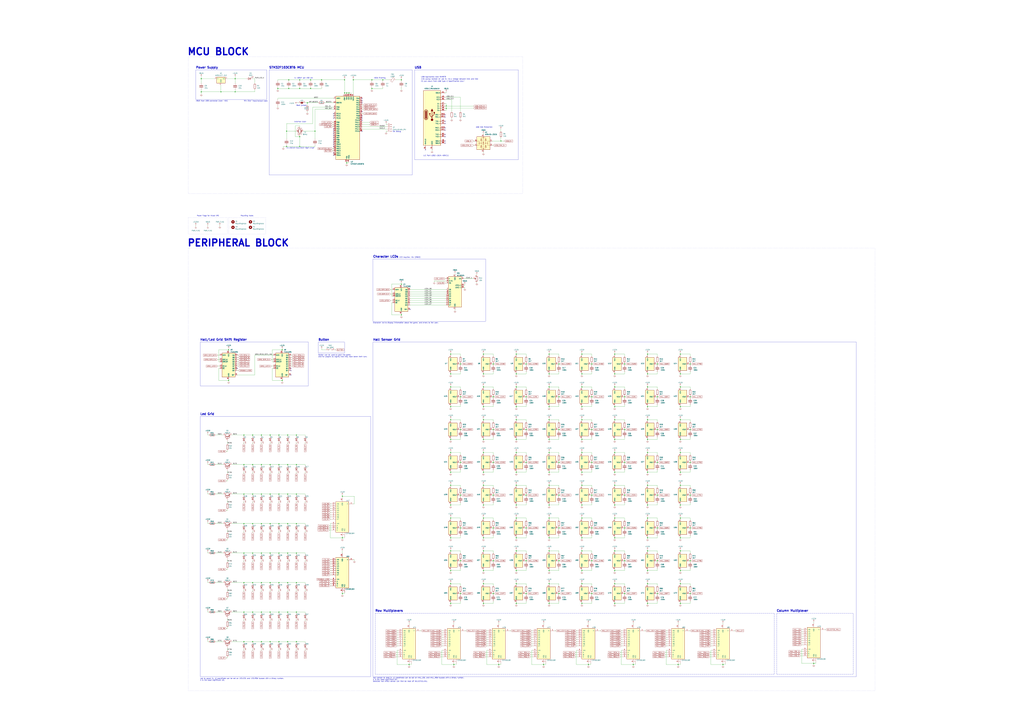
<source format=kicad_sch>
(kicad_sch (version 20230121) (generator eeschema)
  (paper "A0")
  (title_block (title "Electronic Chess Board") (date "2023-05-19") (rev "1.0"))
  (junction (at 751.84 487.68))
  (junction (at 675.64 640.08))
  (junction (at 713.74 640.08))
  (junction (at 801.37 461.01))
  (junction (at 637.54 434.34))
  (junction (at 334.01 745.49))
  (junction (at 839.47 772.16))
  (junction (at 523.24 563.88))
  (junction (at 789.94 434.34))
  (junction (at 599.44 487.68))
  (junction (at 751.84 678.18))
  (junction (at 360.68 92.71))
  (junction (at 648.97 461.01))
  (junction (at 763.27 575.31))
  (junction (at 687.07 613.41))
  (junction (at 534.67 689.61))
  (junction (at 687.07 422.91))
  (junction (at 599.44 510.54))
  (junction (at 431.8 92.71))
  (junction (at 637.54 601.98))
  (junction (at 323.85 745.49))
  (junction (at 599.44 678.18))
  (junction (at 293.37 608.33))
  (junction (at 637.54 640.08))
  (junction (at 313.69 574.04))
  (junction (at 648.97 689.61))
  (junction (at 637.54 548.64))
  (junction (at 631.19 772.16))
  (junction (at 637.54 701.04))
  (junction (at 293.37 539.75))
  (junction (at 789.94 601.98))
  (junction (at 561.34 434.34))
  (junction (at 751.84 662.94))
  (junction (at 648.97 575.31))
  (junction (at 751.84 472.44))
  (junction (at 518.16 123.19))
  (junction (at 713.74 563.88))
  (junction (at 648.97 422.91))
  (junction (at 610.87 689.61))
  (junction (at 534.67 461.01))
  (junction (at 599.44 525.78))
  (junction (at 303.53 608.33))
  (junction (at 534.67 537.21))
  (junction (at 683.26 772.16))
  (junction (at 344.17 539.75))
  (junction (at 801.37 422.91))
  (junction (at 725.17 461.01))
  (junction (at 397.51 624.84))
  (junction (at 637.54 678.18))
  (junction (at 675.64 548.64))
  (junction (at 751.84 624.84))
  (junction (at 561.34 411.48))
  (junction (at 523.24 624.84))
  (junction (at 789.94 624.84))
  (junction (at 687.07 537.21))
  (junction (at 347.98 92.71))
  (junction (at 675.64 662.94))
  (junction (at 303.53 539.75))
  (junction (at 534.67 575.31))
  (junction (at 599.44 411.48))
  (junction (at 789.94 678.18))
  (junction (at 675.64 434.34))
  (junction (at 789.94 510.54))
  (junction (at 293.37 745.49))
  (junction (at 713.74 434.34))
  (junction (at 599.44 586.74))
  (junction (at 713.74 525.78))
  (junction (at 523.24 449.58))
  (junction (at 293.37 711.2))
  (junction (at 518.16 125.73))
  (junction (at 572.77 575.31))
  (junction (at 944.88 770.89))
  (junction (at 687.07 575.31))
  (junction (at 599.44 624.84))
  (junction (at 334.01 539.75))
  (junction (at 789.94 586.74))
  (junction (at 763.27 689.61))
  (junction (at 344.17 505.46))
  (junction (at 572.77 499.11))
  (junction (at 599.44 701.04))
  (junction (at 293.37 676.91))
  (junction (at 283.21 608.33))
  (junction (at 637.54 563.88))
  (junction (at 675.64 510.54))
  (junction (at 523.24 678.18))
  (junction (at 637.54 487.68))
  (junction (at 327.66 406.4))
  (junction (at 725.17 537.21))
  (junction (at 444.5 92.71))
  (junction (at 402.59 189.23))
  (junction (at 637.54 510.54))
  (junction (at 713.74 601.98))
  (junction (at 751.84 434.34))
  (junction (at 334.01 642.62))
  (junction (at 789.94 563.88))
  (junction (at 397.51 576.58))
  (junction (at 789.94 411.48))
  (junction (at 648.97 613.41))
  (junction (at 523.24 487.68))
  (junction (at 801.37 689.61))
  (junction (at 534.67 613.41))
  (junction (at 713.74 548.64))
  (junction (at 523.24 601.98))
  (junction (at 561.34 601.98))
  (junction (at 675.64 449.58))
  (junction (at 405.13 107.95))
  (junction (at 572.77 651.51))
  (junction (at 322.58 102.87))
  (junction (at 763.27 613.41))
  (junction (at 789.94 525.78))
  (junction (at 789.94 472.44))
  (junction (at 293.37 642.62))
  (junction (at 735.33 772.16))
  (junction (at 256.54 106.68))
  (junction (at 347.98 158.75))
  (junction (at 763.27 537.21))
  (junction (at 751.84 411.48))
  (junction (at 233.68 106.68))
  (junction (at 323.85 676.91))
  (junction (at 572.77 537.21))
  (junction (at 313.69 642.62))
  (junction (at 534.67 499.11))
  (junction (at 397.51 689.61))
  (junction (at 344.17 642.62))
  (junction (at 265.43 441.96))
  (junction (at 725.17 499.11))
  (junction (at 303.53 574.04))
  (junction (at 763.27 461.01))
  (junction (at 344.17 676.91))
  (junction (at 751.84 640.08))
  (junction (at 303.53 711.2))
  (junction (at 334.01 505.46))
  (junction (at 599.44 640.08))
  (junction (at 561.34 510.54))
  (junction (at 313.69 539.75))
  (junction (at 523.24 662.94))
  (junction (at 637.54 411.48))
  (junction (at 303.53 642.62))
  (junction (at 579.12 772.16))
  (junction (at 410.21 92.71))
  (junction (at 687.07 689.61))
  (junction (at 313.69 505.46))
  (junction (at 523.24 548.64))
  (junction (at 725.17 651.51))
  (junction (at 534.67 422.91))
  (junction (at 561.34 678.18))
  (junction (at 523.24 472.44))
  (junction (at 751.84 601.98))
  (junction (at 751.84 449.58))
  (junction (at 523.24 510.54))
  (junction (at 344.17 574.04))
  (junction (at 303.53 676.91))
  (junction (at 789.94 548.64))
  (junction (at 273.05 106.68))
  (junction (at 637.54 449.58))
  (junction (at 283.21 642.62))
  (junction (at 283.21 676.91))
  (junction (at 763.27 651.51))
  (junction (at 561.34 624.84))
  (junction (at 373.38 92.71))
  (junction (at 572.77 422.91))
  (junction (at 687.07 651.51))
  (junction (at 637.54 624.84))
  (junction (at 801.37 499.11))
  (junction (at 332.74 170.18))
  (junction (at 323.85 711.2))
  (junction (at 637.54 472.44))
  (junction (at 789.94 640.08))
  (junction (at 283.21 711.2))
  (junction (at 599.44 449.58))
  (junction (at 323.85 642.62))
  (junction (at 313.69 745.49))
  (junction (at 599.44 662.94))
  (junction (at 283.21 745.49))
  (junction (at 335.28 92.71))
  (junction (at 356.87 119.38))
  (junction (at 572.77 613.41))
  (junction (at 648.97 651.51))
  (junction (at 751.84 525.78))
  (junction (at 283.21 574.04))
  (junction (at 713.74 411.48))
  (junction (at 313.69 711.2))
  (junction (at 334.01 574.04))
  (junction (at 751.84 548.64))
  (junction (at 789.94 487.68))
  (junction (at 713.74 586.74))
  (junction (at 327.66 441.96))
  (junction (at 687.07 499.11))
  (junction (at 725.17 422.91))
  (junction (at 523.24 640.08))
  (junction (at 334.01 711.2))
  (junction (at 527.05 772.16))
  (junction (at 599.44 472.44))
  (junction (at 466.09 365.76))
  (junction (at 599.44 434.34))
  (junction (at 675.64 411.48))
  (junction (at 561.34 701.04))
  (junction (at 789.94 662.94))
  (junction (at 637.54 586.74))
  (junction (at 323.85 539.75))
  (junction (at 675.64 563.88))
  (junction (at 344.17 608.33))
  (junction (at 789.94 701.04))
  (junction (at 751.84 701.04))
  (junction (at 313.69 608.33))
  (junction (at 599.44 563.88))
  (junction (at 801.37 575.31))
  (junction (at 787.4 772.16))
  (junction (at 610.87 575.31))
  (junction (at 713.74 472.44))
  (junction (at 801.37 537.21))
  (junction (at 675.64 678.18))
  (junction (at 334.01 608.33))
  (junction (at 801.37 613.41))
  (junction (at 561.34 640.08))
  (junction (at 713.74 624.84))
  (junction (at 283.21 505.46))
  (junction (at 675.64 624.84))
  (junction (at 687.07 461.01))
  (junction (at 725.17 689.61))
  (junction (at 334.01 676.91))
  (junction (at 523.24 586.74))
  (junction (at 763.27 422.91))
  (junction (at 347.98 170.18))
  (junction (at 648.97 499.11))
  (junction (at 313.69 676.91))
  (junction (at 581.66 163.83))
  (junction (at 610.87 461.01))
  (junction (at 347.98 102.87))
  (junction (at 713.74 449.58))
  (junction (at 402.59 107.95))
  (junction (at 523.24 411.48))
  (junction (at 675.64 472.44))
  (junction (at 572.77 461.01))
  (junction (at 534.67 651.51))
  (junction (at 335.28 102.87))
  (junction (at 648.97 537.21))
  (junction (at 303.53 505.46))
  (junction (at 400.05 92.71))
  (junction (at 360.68 102.87))
  (junction (at 725.17 613.41))
  (junction (at 523.24 701.04))
  (junction (at 763.27 499.11))
  (junction (at 713.74 662.94))
  (junction (at 561.34 548.64))
  (junction (at 561.34 525.78))
  (junction (at 675.64 487.68))
  (junction (at 303.53 745.49))
  (junction (at 610.87 537.21))
  (junction (at 561.34 563.88))
  (junction (at 610.87 651.51))
  (junction (at 675.64 586.74))
  (junction (at 344.17 711.2))
  (junction (at 466.09 92.71))
  (junction (at 431.8 102.87))
  (junction (at 561.34 472.44))
  (junction (at 400.05 107.95))
  (junction (at 323.85 608.33))
  (junction (at 466.09 330.2))
  (junction (at 323.85 505.46))
  (junction (at 273.05 91.44))
  (junction (at 610.87 422.91))
  (junction (at 610.87 613.41))
  (junction (at 751.84 586.74))
  (junction (at 293.37 505.46))
  (junction (at 344.17 745.49))
  (junction (at 789.94 449.58))
  (junction (at 801.37 651.51))
  (junction (at 323.85 574.04))
  (junction (at 561.34 662.94))
  (junction (at 675.64 525.78))
  (junction (at 561.34 449.58))
  (junction (at 523.24 525.78))
  (junction (at 713.74 678.18))
  (junction (at 713.74 701.04))
  (junction (at 332.74 152.4))
  (junction (at 561.34 586.74))
  (junction (at 572.77 689.61))
  (junction (at 637.54 525.78))
  (junction (at 610.87 499.11))
  (junction (at 233.68 91.44))
  (junction (at 713.74 510.54))
  (junction (at 599.44 601.98))
  (junction (at 265.43 406.4))
  (junction (at 561.34 487.68))
  (junction (at 599.44 548.64))
  (junction (at 713.74 487.68))
  (junction (at 725.17 575.31))
  (junction (at 283.21 539.75))
  (junction (at 637.54 662.94))
  (junction (at 751.84 563.88))
  (junction (at 523.24 434.34))
  (junction (at 675.64 701.04))
  (junction (at 293.37 574.04))
  (junction (at 675.64 601.98))
  (junction (at 365.76 152.4))
  (junction (at 751.84 510.54))
  (junction (at 474.98 772.16))
  (no_connect (at 516.89 140.97))
  (no_connect (at 387.35 160.02))
  (no_connect (at 420.37 114.3))
  (no_connect (at 387.35 152.4))
  (no_connect (at 420.37 134.62))
  (no_connect (at 387.35 154.94))
  (no_connect (at 516.89 156.21))
  (no_connect (at 387.35 149.86))
  (no_connect (at 516.89 151.13))
  (no_connect (at 420.37 116.84))
  (no_connect (at 387.35 165.1))
  (no_connect (at 516.89 133.35))
  (no_connect (at 420.37 152.4))
  (no_connect (at 387.35 162.56))
  (no_connect (at 420.37 129.54))
  (no_connect (at 516.89 163.83))
  (no_connect (at 337.82 435.61))
  (no_connect (at 387.35 134.62))
  (no_connect (at 420.37 139.7))
  (no_connect (at 387.35 132.08))
  (no_connect (at 387.35 177.8))
  (no_connect (at 387.35 170.18))
  (no_connect (at 516.89 166.37))
  (no_connect (at 387.35 167.64))
  (no_connect (at 387.35 157.48))
  (no_connect (at 420.37 137.16))
  (no_connect (at 337.82 427.99))
  (no_connect (at 387.35 137.16))
  (no_connect (at 275.59 427.99))
  (no_connect (at 516.89 148.59))
  (no_connect (at 387.35 180.34))
  (no_connect (at 516.89 135.89))
  (no_connect (at 420.37 119.38))
  (no_connect (at 337.82 430.53))
  (no_connect (at 516.89 143.51))
  (no_connect (at 516.89 158.75))
  (no_connect (at 476.25 359.41))
  (no_connect (at 494.03 173.99))
  (wire (pts (xy 789.94 586.74) (xy 789.94 588.01)))
  (wire (pts (xy 334.01 574.04) (xy 334.01 575.31)))
  (wire (pts (xy 610.87 525.78) (xy 610.87 528.32)))
  (wire (pts (xy 675.64 434.34) (xy 675.64 435.61)))
  (wire (pts (xy 265.43 441.96) (xy 254 441.96)))
  (wire (pts (xy 534.67 537.21) (xy 533.4 537.21)))
  (wire (pts (xy 561.34 641.35) (xy 561.34 640.08)))
  (wire (pts (xy 523.24 449.58) (xy 534.67 449.58)))
  (wire (pts (xy 566.42 755.65) (xy 565.15 755.65)))
  (wire (pts (xy 725.17 487.68) (xy 725.17 490.22)))
  (wire (pts (xy 637.54 600.71) (xy 637.54 601.98)))
  (wire (pts (xy 344.17 754.38) (xy 344.17 755.65)))
  (wire (pts (xy 316.23 427.99) (xy 316.23 441.96)))
  (wire (pts (xy 648.97 525.78) (xy 648.97 528.32)))
  (wire (pts (xy 648.97 698.5) (xy 648.97 701.04)))
  (wire (pts (xy 581.66 163.83) (xy 585.47 163.83)))
  (wire (pts (xy 334.01 745.49) (xy 344.17 745.49)))
  (wire (pts (xy 713.74 701.04) (xy 713.74 699.77)))
  (wire (pts (xy 801.37 563.88) (xy 801.37 566.42)))
  (wire (pts (xy 615.95 763.27) (xy 618.49 763.27)))
  (wire (pts (xy 516.89 123.19) (xy 518.16 123.19)))
  (wire (pts (xy 751.84 603.25) (xy 751.84 601.98)))
  (wire (pts (xy 347.98 170.18) (xy 365.76 170.18)))
  (wire (pts (xy 344.17 745.49) (xy 344.17 746.76)))
  (wire (pts (xy 713.74 510.54) (xy 713.74 511.81)))
  (wire (pts (xy 293.37 505.46) (xy 293.37 506.73)))
  (wire (pts (xy 713.74 449.58) (xy 725.17 449.58)))
  (wire (pts (xy 763.27 614.68) (xy 763.27 613.41)))
  (wire (pts (xy 303.53 676.91) (xy 303.53 678.18)))
  (wire (pts (xy 789.94 510.54) (xy 789.94 511.81)))
  (wire (pts (xy 283.21 608.33) (xy 283.21 609.6)))
  (wire (pts (xy 269.24 642.62) (xy 283.21 642.62)))
  (wire (pts (xy 687.07 651.51) (xy 685.8 651.51)))
  (wire (pts (xy 789.94 412.75) (xy 789.94 411.48)))
  (wire (pts (xy 610.87 586.74) (xy 599.44 586.74)))
  (wire (pts (xy 572.77 499.11) (xy 571.5 499.11)))
  (wire (pts (xy 675.64 679.45) (xy 675.64 678.18)))
  (wire (pts (xy 313.69 676.91) (xy 313.69 678.18)))
  (wire (pts (xy 313.69 685.8) (xy 313.69 687.07)))
  (wire (pts (xy 354.33 574.04) (xy 354.33 575.31)))
  (wire (pts (xy 648.97 546.1) (xy 648.97 548.64)))
  (wire (pts (xy 675.64 510.54) (xy 675.64 511.81)))
  (wire (pts (xy 534.67 651.51) (xy 533.4 651.51)))
  (wire (pts (xy 561.34 586.74) (xy 561.34 588.01)))
  (wire (pts (xy 763.27 422.91) (xy 764.54 422.91)))
  (wire (pts (xy 713.74 701.04) (xy 713.74 702.31)))
  (wire (pts (xy 637.54 449.58) (xy 648.97 449.58)))
  (wire (pts (xy 610.87 613.41) (xy 612.14 613.41)))
  (wire (pts (xy 789.94 624.84) (xy 789.94 623.57)))
  (wire (pts (xy 631.19 723.9) (xy 631.19 725.17)))
  (wire (pts (xy 610.87 651.51) (xy 612.14 651.51)))
  (wire (pts (xy 534.67 575.31) (xy 533.4 575.31)))
  (wire (pts (xy 675.64 586.74) (xy 675.64 585.47)))
  (wire (pts (xy 323.85 617.22) (xy 323.85 618.49)))
  (wire (pts (xy 599.44 640.08) (xy 610.87 640.08)))
  (wire (pts (xy 323.85 745.49) (xy 334.01 745.49)))
  (wire (pts (xy 303.53 608.33) (xy 303.53 609.6)))
  (wire (pts (xy 751.84 662.94) (xy 751.84 661.67)))
  (wire (pts (xy 599.44 586.74) (xy 599.44 585.47)))
  (wire (pts (xy 262.89 558.8) (xy 264.16 558.8)))
  (wire (pts (xy 675.64 565.15) (xy 675.64 563.88)))
  (wire (pts (xy 763.27 434.34) (xy 751.84 434.34)))
  (wire (pts (xy 250.19 745.49) (xy 259.08 745.49)))
  (wire (pts (xy 801.37 499.11) (xy 802.64 499.11)))
  (wire (pts (xy 725.17 650.24) (xy 725.17 651.51)))
  (wire (pts (xy 725.17 622.3) (xy 725.17 624.84)))
  (wire (pts (xy 572.77 422.91) (xy 571.5 422.91)))
  (wire (pts (xy 763.27 525.78) (xy 763.27 528.32)))
  (wire (pts (xy 373.38 92.71) (xy 400.05 92.71)))
  (wire (pts (xy 513.08 742.95) (xy 514.35 742.95)))
  (wire (pts (xy 825.5 740.41) (xy 826.77 740.41)))
  (wire (pts (xy 383.54 680.72) (xy 384.81 680.72)))
  (wire (pts (xy 474.98 772.16) (xy 477.52 772.16)))
  (wire (pts (xy 523.24 624.84) (xy 523.24 623.57)))
  (wire (pts (xy 825.5 772.16) (xy 839.47 772.16)))
  (wire (pts (xy 763.27 459.74) (xy 763.27 461.01)))
  (wire (pts (xy 365.76 127) (xy 387.35 127)))
  (wire (pts (xy 610.87 459.74) (xy 610.87 461.01)))
  (wire (pts (xy 789.94 641.35) (xy 789.94 640.08)))
  (wire (pts (xy 789.94 434.34) (xy 789.94 433.07)))
  (wire (pts (xy 801.37 614.68) (xy 801.37 613.41)))
  (wire (pts (xy 610.87 411.48) (xy 610.87 414.02)))
  (wire (pts (xy 579.12 723.9) (xy 579.12 725.17)))
  (wire (pts (xy 335.28 92.71) (xy 322.58 92.71)))
  (wire (pts (xy 327.66 405.13) (xy 327.66 406.4)))
  (wire (pts (xy 561.34 487.68) (xy 572.77 487.68)))
  (wire (pts (xy 273.05 88.9) (xy 273.05 91.44)))
  (wire (pts (xy 262.89 695.96) (xy 264.16 695.96)))
  (wire (pts (xy 516.89 113.03) (xy 534.67 113.03)))
  (wire (pts (xy 431.8 102.87) (xy 444.5 102.87)))
  (wire (pts (xy 455.93 349.25) (xy 453.39 349.25)))
  (wire (pts (xy 721.36 740.41) (xy 722.63 740.41)))
  (wire (pts (xy 687.07 575.31) (xy 688.34 575.31)))
  (wire (pts (xy 354.33 651.51) (xy 354.33 652.78)))
  (wire (pts (xy 599.44 527.05) (xy 599.44 525.78)))
  (wire (pts (xy 763.27 678.18) (xy 763.27 680.72)))
  (wire (pts (xy 431.8 92.71) (xy 431.8 93.98)))
  (wire (pts (xy 534.67 689.61) (xy 533.4 689.61)))
  (wire (pts (xy 801.37 461.01) (xy 800.1 461.01)))
  (wire (pts (xy 344.17 505.46) (xy 354.33 505.46)))
  (wire (pts (xy 303.53 574.04) (xy 303.53 575.31)))
  (wire (pts (xy 683.26 772.16) (xy 685.8 772.16)))
  (wire (pts (xy 335.28 92.71) (xy 335.28 93.98)))
  (wire (pts (xy 637.54 662.94) (xy 637.54 664.21)))
  (wire (pts (xy 610.87 422.91) (xy 609.6 422.91)))
  (wire (pts (xy 431.8 101.6) (xy 431.8 102.87)))
  (wire (pts (xy 801.37 586.74) (xy 789.94 586.74)))
  (wire (pts (xy 459.74 758.19) (xy 462.28 758.19)))
  (wire (pts (xy 789.94 449.58) (xy 801.37 449.58)))
  (wire (pts (xy 264.16 695.96) (xy 264.16 694.69)))
  (wire (pts (xy 930.91 744.22) (xy 932.18 744.22)))
  (wire (pts (xy 273.05 91.44) (xy 273.05 96.52)))
  (wire (pts (xy 637.54 411.48) (xy 648.97 411.48)))
  (wire (pts (xy 360.68 101.6) (xy 360.68 102.87)))
  (wire (pts (xy 599.44 601.98) (xy 610.87 601.98)))
  (wire (pts (xy 763.27 660.4) (xy 763.27 662.94)))
  (wire (pts (xy 534.67 421.64) (xy 534.67 422.91)))
  (wire (pts (xy 553.72 327.66) (xy 553.72 328.93)))
  (wire (pts (xy 599.44 411.48) (xy 610.87 411.48)))
  (wire (pts (xy 459.74 760.73) (xy 462.28 760.73)))
  (wire (pts (xy 400.05 91.44) (xy 400.05 92.71)))
  (wire (pts (xy 610.87 689.61) (xy 612.14 689.61)))
  (wire (pts (xy 344.17 685.8) (xy 344.17 687.07)))
  (wire (pts (xy 293.37 642.62) (xy 303.53 642.62)))
  (wire (pts (xy 713.74 562.61) (xy 713.74 563.88)))
  (wire (pts (xy 534.67 434.34) (xy 523.24 434.34)))
  (wire (pts (xy 789.94 548.64) (xy 789.94 547.37)))
  (wire (pts (xy 725.17 575.31) (xy 723.9 575.31)))
  (wire (pts (xy 323.85 711.2) (xy 334.01 711.2)))
  (wire (pts (xy 250.19 676.91) (xy 259.08 676.91)))
  (wire (pts (xy 615.95 760.73) (xy 618.49 760.73)))
  (wire (pts (xy 513.08 737.87) (xy 514.35 737.87)))
  (wire (pts (xy 763.27 424.18) (xy 763.27 422.91)))
  (wire (pts (xy 687.07 422.91) (xy 685.8 422.91)))
  (wire (pts (xy 801.37 660.4) (xy 801.37 662.94)))
  (wire (pts (xy 523.24 562.61) (xy 523.24 563.88)))
  (wire (pts (xy 511.81 760.73) (xy 514.35 760.73)))
  (wire (pts (xy 242.57 608.33) (xy 241.3 608.33)))
  (wire (pts (xy 534.67 497.84) (xy 534.67 499.11)))
  (wire (pts (xy 789.94 563.88) (xy 801.37 563.88)))
  (wire (pts (xy 534.67 422.91) (xy 533.4 422.91)))
  (wire (pts (xy 516.89 328.93) (xy 518.16 328.93)))
  (wire (pts (xy 420.37 147.32) (xy 449.58 147.32)))
  (wire (pts (xy 334.01 642.62) (xy 334.01 643.89)))
  (wire (pts (xy 466.09 93.98) (xy 466.09 92.71)))
  (wire (pts (xy 534.67 689.61) (xy 535.94 689.61)))
  (wire (pts (xy 347.98 92.71) (xy 347.98 93.98)))
  (wire (pts (xy 637.54 586.74) (xy 637.54 585.47)))
  (wire (pts (xy 725.17 422.91) (xy 723.9 422.91)))
  (wire (pts (xy 354.33 505.46) (xy 354.33 506.73)))
  (wire (pts (xy 675.64 563.88) (xy 687.07 563.88)))
  (wire (pts (xy 631.19 772.16) (xy 633.73 772.16)))
  (wire (pts (xy 725.17 574.04) (xy 725.17 575.31)))
  (wire (pts (xy 283.21 745.49) (xy 293.37 745.49)))
  (wire (pts (xy 327.66 406.4) (xy 327.66 407.67)))
  (wire (pts (xy 721.36 750.57) (xy 722.63 750.57)))
  (wire (pts (xy 241.3 745.49) (xy 241.3 744.22)))
  (wire (pts (xy 534.67 469.9) (xy 534.67 472.44)))
  (wire (pts (xy 534.67 472.44) (xy 523.24 472.44)))
  (wire (pts (xy 454.66 330.2) (xy 466.09 330.2)))
  (wire (pts (xy 610.87 538.48) (xy 610.87 537.21)))
  (wire (pts (xy 713.74 640.08) (xy 725.17 640.08)))
  (wire (pts (xy 538.48 323.85) (xy 549.91 323.85)))
  (wire (pts (xy 397.51 640.08) (xy 397.51 642.62)))
  (wire (pts (xy 735.33 723.9) (xy 735.33 725.17)))
  (wire (pts (xy 252.73 425.45) (xy 255.27 425.45)))
  (wire (pts (xy 687.07 678.18) (xy 687.07 680.72)))
  (wire (pts (xy 344.17 539.75) (xy 354.33 539.75)))
  (wire (pts (xy 801.37 622.3) (xy 801.37 624.84)))
  (wire (pts (xy 648.97 411.48) (xy 648.97 414.02)))
  (wire (pts (xy 313.69 574.04) (xy 313.69 575.31)))
  (wire (pts (xy 534.67 584.2) (xy 534.67 586.74)))
  (wire (pts (xy 383.54 665.48) (xy 384.81 665.48)))
  (wire (pts (xy 523.24 410.21) (xy 523.24 411.48)))
  (wire (pts (xy 265.43 440.69) (xy 265.43 441.96)))
  (wire (pts (xy 252.73 412.75) (xy 255.27 412.75)))
  (wire (pts (xy 648.97 461.01) (xy 650.24 461.01)))
  (wire (pts (xy 518.16 123.19) (xy 549.91 123.19)))
  (wire (pts (xy 303.53 505.46) (xy 313.69 505.46)))
  (wire (pts (xy 431.8 92.71) (xy 444.5 92.71)))
  (wire (pts (xy 801.37 472.44) (xy 789.94 472.44)))
  (wire (pts (xy 610.87 624.84) (xy 599.44 624.84)))
  (wire (pts (xy 561.34 524.51) (xy 561.34 525.78)))
  (wire (pts (xy 789.94 600.71) (xy 789.94 601.98)))
  (wire (pts (xy 801.37 537.21) (xy 802.64 537.21)))
  (wire (pts (xy 453.39 341.63) (xy 455.93 341.63)))
  (wire (pts (xy 687.07 411.48) (xy 687.07 414.02)))
  (wire (pts (xy 675.64 548.64) (xy 675.64 547.37)))
  (wire (pts (xy 344.17 574.04) (xy 344.17 575.31)))
  (wire (pts (xy 610.87 601.98) (xy 610.87 604.52)))
  (wire (pts (xy 648.97 449.58) (xy 648.97 452.12)))
  (wire (pts (xy 295.91 412.75) (xy 317.5 412.75)))
  (wire (pts (xy 725.17 461.01) (xy 723.9 461.01)))
  (wire (pts (xy 801.37 584.2) (xy 801.37 586.74)))
  (wire (pts (xy 344.17 505.46) (xy 344.17 506.73)))
  (wire (pts (xy 518.16 120.65) (xy 518.16 123.19)))
  (wire (pts (xy 713.74 563.88) (xy 725.17 563.88)))
  (wire (pts (xy 801.37 613.41) (xy 802.64 613.41)))
  (wire (pts (xy 643.89 732.79) (xy 645.16 732.79)))
  (wire (pts (xy 789.94 701.04) (xy 789.94 702.31)))
  (wire (pts (xy 801.37 422.91) (xy 800.1 422.91)))
  (wire (pts (xy 283.21 676.91) (xy 293.37 676.91)))
  (wire (pts (xy 303.53 539.75) (xy 313.69 539.75)))
  (wire (pts (xy 713.74 662.94) (xy 713.74 661.67)))
  (wire (pts (xy 751.84 472.44) (xy 751.84 473.71)))
  (wire (pts (xy 637.54 472.44) (xy 637.54 471.17)))
  (wire (pts (xy 397.51 575.31) (xy 397.51 576.58)))
  (wire (pts (xy 800.1 732.79) (xy 801.37 732.79)))
  (wire (pts (xy 354.33 642.62) (xy 354.33 643.89)))
  (wire (pts (xy 713.74 565.15) (xy 713.74 563.88)))
  (wire (pts (xy 572.77 689.61) (xy 574.04 689.61)))
  (wire (pts (xy 262.89 524.51) (xy 264.16 524.51)))
  (wire (pts (xy 523.24 472.44) (xy 523.24 473.71)))
  (wire (pts (xy 774.7 755.65) (xy 773.43 755.65)))
  (wire (pts (xy 334.01 548.64) (xy 334.01 549.91)))
  (wire (pts (xy 242.57 642.62) (xy 241.3 642.62)))
  (wire (pts (xy 339.09 412.75) (xy 337.82 412.75)))
  (wire (pts (xy 400.05 689.61) (xy 400.05 688.34)))
  (wire (pts (xy 264.16 650.24) (xy 264.16 652.78)))
  (wire (pts (xy 763.27 613.41) (xy 762 613.41)))
  (wire (pts (xy 514.35 755.65) (xy 513.08 755.65)))
  (wire (pts (xy 461.01 732.79) (xy 462.28 732.79)))
  (wire (pts (xy 561.34 624.84) (xy 561.34 623.57)))
  (wire (pts (xy 323.85 676.91) (xy 323.85 678.18)))
  (wire (pts (xy 523.24 487.68) (xy 534.67 487.68)))
  (wire (pts (xy 721.36 755.65) (xy 721.36 772.16)))
  (wire (pts (xy 527.05 773.43) (xy 527.05 772.16)))
  (wire (pts (xy 789.94 772.16) (xy 789.94 770.89)))
  (wire (pts (xy 572.77 624.84) (xy 561.34 624.84)))
  (wire (pts (xy 360.68 92.71) (xy 360.68 93.98)))
  (wire (pts (xy 751.84 450.85) (xy 751.84 449.58)))
  (wire (pts (xy 751.84 676.91) (xy 751.84 678.18)))
  (wire (pts (xy 516.89 128.27) (xy 518.16 128.27)))
  (wire (pts (xy 763.27 421.64) (xy 763.27 422.91)))
  (wire (pts (xy 476.25 341.63) (xy 518.16 341.63)))
  (wire (pts (xy 713.74 434.34) (xy 713.74 435.61)))
  (wire (pts (xy 687.07 584.2) (xy 687.07 586.74)))
  (wire (pts (xy 648.97 500.38) (xy 648.97 499.11)))
  (wire (pts (xy 687.07 614.68) (xy 687.07 613.41)))
  (wire (pts (xy 269.24 676.91) (xy 283.21 676.91)))
  (wire (pts (xy 561.34 434.34) (xy 561.34 435.61)))
  (wire (pts (xy 534.67 613.41) (xy 533.4 613.41)))
  (wire (pts (xy 675.64 449.58) (xy 687.07 449.58)))
  (wire (pts (xy 402.59 107.95) (xy 400.05 107.95)))
  (wire (pts (xy 461.01 740.41) (xy 462.28 740.41)))
  (wire (pts (xy 516.89 125.73) (xy 518.16 125.73)))
  (wire (pts (xy 518.16 107.95) (xy 516.89 107.95)))
  (wire (pts (xy 825.5 737.87) (xy 826.77 737.87)))
  (wire (pts (xy 283.21 676.91) (xy 283.21 678.18)))
  (wire (pts (xy 773.43 745.49) (xy 774.7 745.49)))
  (wire (pts (xy 675.64 638.81) (xy 675.64 640.08)))
  (wire (pts (xy 801.37 613.41) (xy 800.1 613.41)))
  (wire (pts (xy 316.23 406.4) (xy 327.66 406.4)))
  (wire (pts (xy 720.09 760.73) (xy 722.63 760.73)))
  (wire (pts (xy 534.67 459.74) (xy 534.67 461.01)))
  (wire (pts (xy 523.24 411.48) (xy 534.67 411.48)))
  (wire (pts (xy 763.27 537.21) (xy 762 537.21)))
  (wire (pts (xy 599.44 638.81) (xy 599.44 640.08)))
  (wire (pts (xy 563.88 760.73) (xy 566.42 760.73)))
  (wire (pts (xy 610.87 499.11) (xy 609.6 499.11)))
  (wire (pts (xy 313.69 651.51) (xy 313.69 652.78)))
  (wire (pts (xy 637.54 488.95) (xy 637.54 487.68)))
  (wire (pts (xy 303.53 539.75) (xy 303.53 541.02)))
  (wire (pts (xy 725.17 701.04) (xy 713.74 701.04)))
  (wire (pts (xy 344.17 676.91) (xy 354.33 676.91)))
  (wire (pts (xy 561.34 565.15) (xy 561.34 563.88)))
  (wire (pts (xy 725.17 546.1) (xy 725.17 548.64)))
  (wire (pts (xy 572.77 508) (xy 572.77 510.54)))
  (wire (pts (xy 675.64 641.35) (xy 675.64 640.08)))
  (wire (pts (xy 751.84 638.81) (xy 751.84 640.08)))
  (wire (pts (xy 523.24 676.91) (xy 523.24 678.18)))
  (wire (pts (xy 534.67 538.48) (xy 534.67 537.21)))
  (wire (pts (xy 518.16 326.39) (xy 504.19 326.39)))
  (wire (pts (xy 459.74 763.27) (xy 462.28 763.27)))
  (wire (pts (xy 572.77 650.24) (xy 572.77 651.51)))
  (wire (pts (xy 561.34 410.21) (xy 561.34 411.48)))
  (wire (pts (xy 354.33 711.2) (xy 354.33 712.47)))
  (wire (pts (xy 513.08 748.03) (xy 514.35 748.03)))
  (wire (pts (xy 513.08 745.49) (xy 514.35 745.49)))
  (wire (pts (xy 295.91 435.61) (xy 295.91 412.75)))
  (wire (pts (xy 763.27 508) (xy 763.27 510.54)))
  (wire (pts (xy 549.91 163.83) (xy 551.18 163.83)))
  (wire (pts (xy 751.84 487.68) (xy 763.27 487.68)))
  (wire (pts (xy 929.64 756.92) (xy 932.18 756.92)))
  (wire (pts (xy 687.07 421.64) (xy 687.07 422.91)))
  (wire (pts (xy 675.64 586.74) (xy 675.64 588.01)))
  (wire (pts (xy 763.27 422.91) (xy 762 422.91)))
  (wire (pts (xy 648.97 563.88) (xy 648.97 566.42)))
  (wire (pts (xy 303.53 505.46) (xy 303.53 506.73)))
  (wire (pts (xy 648.97 431.8) (xy 648.97 434.34)))
  (wire (pts (xy 668.02 758.19) (xy 670.56 758.19)))
  (wire (pts (xy 648.97 640.08) (xy 648.97 642.62)))
  (wire (pts (xy 360.68 92.71) (xy 347.98 92.71)))
  (wire (pts (xy 397.51 624.84) (xy 397.51 626.11)))
  (wire (pts (xy 763.27 601.98) (xy 763.27 604.52)))
  (wire (pts (xy 687.07 500.38) (xy 687.07 499.11)))
  (wire (pts (xy 523.24 434.34) (xy 523.24 435.61)))
  (wire (pts (xy 617.22 750.57) (xy 618.49 750.57)))
  (wire (pts (xy 534.67 660.4) (xy 534.67 662.94)))
  (wire (pts (xy 323.85 642.62) (xy 323.85 643.89)))
  (wire (pts (xy 323.85 548.64) (xy 323.85 549.91)))
  (wire (pts (xy 648.97 575.31) (xy 647.7 575.31)))
  (wire (pts (xy 801.37 487.68) (xy 801.37 490.22)))
  (wire (pts (xy 610.87 537.21) (xy 612.14 537.21)))
  (wire (pts (xy 572.77 431.8) (xy 572.77 434.34)))
  (wire (pts (xy 669.29 748.03) (xy 670.56 748.03)))
  (wire (pts (xy 561.34 548.64) (xy 561.34 547.37)))
  (wire (pts (xy 610.87 469.9) (xy 610.87 472.44)))
  (wire (pts (xy 466.09 101.6) (xy 466.09 104.14)))
  (wire (pts (xy 383.54 655.32) (xy 384.81 655.32)))
  (wire (pts (xy 293.37 685.8) (xy 293.37 687.07)))
  (wire (pts (xy 313.69 642.62) (xy 313.69 643.89)))
  (wire (pts (xy 534.67 652.78) (xy 534.67 651.51)))
  (wire (pts (xy 303.53 642.62) (xy 313.69 642.62)))
  (wire (pts (xy 572.77 563.88) (xy 572.77 566.42)))
  (wire (pts (xy 610.87 422.91) (xy 612.14 422.91)))
  (wire (pts (xy 675.64 527.05) (xy 675.64 525.78)))
  (wire (pts (xy 347.98 158.75) (xy 347.98 157.48)))
  (wire (pts (xy 610.87 535.94) (xy 610.87 537.21)))
  (wire (pts (xy 293.37 574.04) (xy 303.53 574.04)))
  (wire (pts (xy 363.22 124.46) (xy 387.35 124.46)))
  (wire (pts (xy 713.74 410.21) (xy 713.74 411.48)))
  (wire (pts (xy 322.58 92.71) (xy 322.58 93.98)))
  (wire (pts (xy 354.33 514.35) (xy 354.33 515.62)))
  (wire (pts (xy 334.01 608.33) (xy 344.17 608.33)))
  (wire (pts (xy 327.66 443.23) (xy 327.66 441.96)))
  (wire (pts (xy 283.21 711.2) (xy 283.21 712.47)))
  (wire (pts (xy 687.07 662.94) (xy 675.64 662.94)))
  (wire (pts (xy 334.01 505.46) (xy 334.01 506.73)))
  (wire (pts (xy 386.08 144.78) (xy 387.35 144.78)))
  (wire (pts (xy 283.21 539.75) (xy 283.21 541.02)))
  (wire (pts (xy 669.29 745.49) (xy 670.56 745.49)))
  (wire (pts (xy 725.17 678.18) (xy 725.17 680.72)))
  (wire (pts (xy 773.43 748.03) (xy 774.7 748.03)))
  (wire (pts (xy 787.4 772.16) (xy 789.94 772.16)))
  (wire (pts (xy 801.37 548.64) (xy 789.94 548.64)))
  (wire (pts (xy 725.17 462.28) (xy 725.17 461.01)))
  (wire (pts (xy 283.21 582.93) (xy 283.21 584.2)))
  (wire (pts (xy 751.84 678.18) (xy 763.27 678.18)))
  (wire (pts (xy 476.25 339.09) (xy 518.16 339.09)))
  (wire (pts (xy 334.01 582.93) (xy 334.01 584.2)))
  (wire (pts (xy 751.84 548.64) (xy 751.84 547.37)))
  (wire (pts (xy 561.34 154.94) (xy 561.34 156.21)))
  (wire (pts (xy 332.74 168.91) (xy 332.74 170.18)))
  (wire (pts (xy 344.17 574.04) (xy 354.33 574.04)))
  (wire (pts (xy 565.15 750.57) (xy 566.42 750.57)))
  (wire (pts (xy 276.86 415.29) (xy 275.59 415.29)))
  (wire (pts (xy 751.84 662.94) (xy 751.84 664.21)))
  (wire (pts (xy 725.17 497.84) (xy 725.17 499.11)))
  (wire (pts (xy 930.91 746.76) (xy 932.18 746.76)))
  (wire (pts (xy 402.59 107.95) (xy 402.59 109.22)))
  (wire (pts (xy 751.84 624.84) (xy 751.84 626.11)))
  (wire (pts (xy 751.84 586.74) (xy 751.84 588.01)))
  (wire (pts (xy 725.17 584.2) (xy 725.17 586.74)))
  (wire (pts (xy 242.57 676.91) (xy 241.3 676.91)))
  (wire (pts (xy 313.69 754.38) (xy 313.69 755.65)))
  (wire (pts (xy 572.77 510.54) (xy 561.34 510.54)))
  (wire (pts (xy 687.07 574.04) (xy 687.07 575.31)))
  (wire (pts (xy 572.77 622.3) (xy 572.77 624.84)))
  (wire (pts (xy 316.23 420.37) (xy 316.23 406.4)))
  (wire (pts (xy 763.27 690.88) (xy 763.27 689.61)))
  (wire (pts (xy 763.27 576.58) (xy 763.27 575.31)))
  (wire (pts (xy 801.37 546.1) (xy 801.37 548.64)))
  (wire (pts (xy 801.37 508) (xy 801.37 510.54)))
  (wire (pts (xy 255.27 420.37) (xy 254 420.37)))
  (wire (pts (xy 713.74 548.64) (xy 713.74 547.37)))
  (wire (pts (xy 561.34 624.84) (xy 561.34 626.11)))
  (wire (pts (xy 264.16 718.82) (xy 264.16 721.36)))
  (wire (pts (xy 648.97 421.64) (xy 648.97 422.91)))
  (wire (pts (xy 751.84 701.04) (xy 751.84 699.77)))
  (wire (pts (xy 534.67 574.04) (xy 534.67 575.31)))
  (wire (pts (xy 383.54 595.63) (xy 384.81 595.63)))
  (wire (pts (xy 648.97 434.34) (xy 637.54 434.34)))
  (wire (pts (xy 461.01 742.95) (xy 462.28 742.95)))
  (wire (pts (xy 561.34 563.88) (xy 572.77 563.88)))
  (wire (pts (xy 687.07 461.01) (xy 685.8 461.01)))
  (wire (pts (xy 383.54 660.4) (xy 384.81 660.4)))
  (wire (pts (xy 637.54 410.21) (xy 637.54 411.48)))
  (wire (pts (xy 383.54 624.84) (xy 397.51 624.84)))
  (wire (pts (xy 789.94 565.15) (xy 789.94 563.88)))
  (wire (pts (xy 713.74 412.75) (xy 713.74 411.48)))
  (wire (pts (xy 262.89 730.25) (xy 264.16 730.25)))
  (wire (pts (xy 388.62 406.4) (xy 389.89 406.4)))
  (wire (pts (xy 801.37 424.18) (xy 801.37 422.91)))
  (wire (pts (xy 648.97 652.78) (xy 648.97 651.51)))
  (wire (pts (xy 725.17 586.74) (xy 713.74 586.74)))
  (wire (pts (xy 633.73 772.16) (xy 633.73 770.89)))
  (wire (pts (xy 929.64 762) (xy 932.18 762)))
  (wire (pts (xy 454.66 351.79) (xy 454.66 365.76)))
  (wire (pts (xy 763.27 500.38) (xy 763.27 499.11)))
  (wire (pts (xy 599.44 434.34) (xy 599.44 435.61)))
  (wire (pts (xy 411.48 650.24) (xy 410.21 650.24)))
  (wire (pts (xy 572.77 497.84) (xy 572.77 499.11)))
  (wire (pts (xy 250.19 505.46) (xy 259.08 505.46)))
  (wire (pts (xy 648.97 535.94) (xy 648.97 537.21)))
  (wire (pts (xy 322.58 123.19) (xy 322.58 124.46)))
  (wire (pts (xy 713.74 601.98) (xy 725.17 601.98)))
  (wire (pts (xy 572.77 548.64) (xy 561.34 548.64)))
  (wire (pts (xy 839.47 723.9) (xy 839.47 725.17)))
  (wire (pts (xy 687.07 461.01) (xy 688.34 461.01)))
  (wire (pts (xy 687.07 613.41) (xy 685.8 613.41)))
  (wire (pts (xy 683.26 773.43) (xy 683.26 772.16)))
  (wire (pts (xy 801.37 652.78) (xy 801.37 651.51)))
  (wire (pts (xy 763.27 449.58) (xy 763.27 452.12)))
  (wire (pts (xy 725.17 535.94) (xy 725.17 537.21)))
  (wire (pts (xy 561.34 679.45) (xy 561.34 678.18)))
  (wire (pts (xy 383.54 603.25) (xy 384.81 603.25)))
  (wire (pts (xy 313.69 617.22) (xy 313.69 618.49)))
  (wire (pts (xy 513.08 735.33) (xy 514.35 735.33)))
  (wire (pts (xy 751.84 563.88) (xy 763.27 563.88)))
  (wire (pts (xy 687.07 652.78) (xy 687.07 651.51)))
  (wire (pts (xy 269.24 711.2) (xy 283.21 711.2)))
  (wire (pts (xy 648.97 459.74) (xy 648.97 461.01)))
  (wire (pts (xy 763.27 613.41) (xy 764.54 613.41)))
  (wire (pts (xy 610.87 500.38) (xy 610.87 499.11)))
  (wire (pts (xy 801.37 500.38) (xy 801.37 499.11)))
  (wire (pts (xy 801.37 612.14) (xy 801.37 613.41)))
  (wire (pts (xy 572.77 461.01) (xy 571.5 461.01)))
  (wire (pts (xy 523.24 662.94) (xy 523.24 664.21)))
  (wire (pts (xy 610.87 688.34) (xy 610.87 689.61)))
  (wire (pts (xy 293.37 711.2) (xy 293.37 712.47)))
  (wire (pts (xy 323.85 608.33) (xy 323.85 609.6)))
  (wire (pts (xy 787.4 770.89) (xy 787.4 772.16)))
  (wire (pts (xy 637.54 624.84) (xy 637.54 626.11)))
  (wire (pts (xy 313.69 608.33) (xy 313.69 609.6)))
  (wire (pts (xy 233.68 106.68) (xy 233.68 104.14)))
  (wire (pts (xy 383.54 585.47) (xy 384.81 585.47)))
  (wire (pts (xy 356.87 119.38) (xy 369.57 119.38)))
  (wire (pts (xy 363.22 143.51) (xy 332.74 143.51)))
  (wire (pts (xy 572.77 472.44) (xy 561.34 472.44)))
  (wire (pts (xy 572.77 689.61) (xy 571.5 689.61)))
  (wire (pts (xy 461.01 735.33) (xy 462.28 735.33)))
  (wire (pts (xy 725.17 508) (xy 725.17 510.54)))
  (wire (pts (xy 617.22 737.87) (xy 618.49 737.87)))
  (wire (pts (xy 572.77 660.4) (xy 572.77 662.94)))
  (wire (pts (xy 737.87 772.16) (xy 737.87 770.89)))
  (wire (pts (xy 748.03 732.79) (xy 749.3 732.79)))
  (wire (pts (xy 648.97 510.54) (xy 637.54 510.54)))
  (wire (pts (xy 250.19 711.2) (xy 259.08 711.2)))
  (wire (pts (xy 610.87 650.24) (xy 610.87 651.51)))
  (wire (pts (xy 334.01 651.51) (xy 334.01 652.78)))
  (wire (pts (xy 420.37 127) (xy 421.64 127)))
  (wire (pts (xy 725.17 421.64) (xy 725.17 422.91)))
  (wire (pts (xy 581.66 160.02) (xy 581.66 163.83)))
  (wire (pts (xy 751.84 510.54) (xy 751.84 509.27)))
  (wire (pts (xy 273.05 91.44) (xy 285.75 91.44)))
  (wire (pts (xy 722.63 755.65) (xy 721.36 755.65)))
  (wire (pts (xy 930.91 741.68) (xy 932.18 741.68)))
  (wire (pts (xy 687.07 613.41) (xy 688.34 613.41)))
  (wire (pts (xy 713.74 624.84) (xy 713.74 623.57)))
  (wire (pts (xy 763.27 650.24) (xy 763.27 651.51)))
  (wire (pts (xy 610.87 690.88) (xy 610.87 689.61)))
  (wire (pts (xy 801.37 422.91) (xy 802.64 422.91)))
  (wire (pts (xy 675.64 640.08) (xy 687.07 640.08)))
  (wire (pts (xy 534.67 422.91) (xy 535.94 422.91)))
  (wire (pts (xy 572.77 499.11) (xy 574.04 499.11)))
  (wire (pts (xy 599.44 701.04) (xy 599.44 699.77)))
  (wire (pts (xy 572.77 586.74) (xy 561.34 586.74)))
  (wire (pts (xy 599.44 410.21) (xy 599.44 411.48)))
  (wire (pts (xy 725.17 538.48) (xy 725.17 537.21)))
  (wire (pts (xy 572.77 688.34) (xy 572.77 689.61)))
  (wire (pts (xy 648.97 613.41) (xy 647.7 613.41)))
  (wire (pts (xy 264.16 513.08) (xy 264.16 515.62)))
  (wire (pts (xy 264.16 661.67) (xy 264.16 660.4)))
  (wire (pts (xy 725.17 613.41) (xy 726.44 613.41)))
  (wire (pts (xy 354.33 676.91) (xy 354.33 678.18)))
  (wire (pts (xy 615.95 758.19) (xy 618.49 758.19)))
  (wire (pts (xy 565.15 735.33) (xy 566.42 735.33)))
  (wire (pts (xy 523.24 701.04) (xy 523.24 702.31)))
  (wire (pts (xy 687.07 689.61) (xy 685.8 689.61)))
  (wire (pts (xy 610.87 660.4) (xy 610.87 662.94)))
  (wire (pts (xy 648.97 548.64) (xy 637.54 548.64)))
  (wire (pts (xy 523.24 600.71) (xy 523.24 601.98)))
  (wire (pts (xy 523.24 488.95) (xy 523.24 487.68)))
  (wire (pts (xy 773.43 755.65) (xy 773.43 772.16)))
  (wire (pts (xy 344.17 582.93) (xy 344.17 584.2)))
  (wire (pts (xy 687.07 622.3) (xy 687.07 624.84)))
  (wire (pts (xy 801.37 431.8) (xy 801.37 434.34)))
  (wire (pts (xy 801.37 575.31) (xy 800.1 575.31)))
  (wire (pts (xy 513.08 750.57) (xy 514.35 750.57)))
  (wire (pts (xy 725.17 690.88) (xy 725.17 689.61)))
  (wire (pts (xy 648.97 487.68) (xy 648.97 490.22)))
  (wire (pts (xy 410.21 585.47) (xy 411.48 585.47)))
  (wire (pts (xy 383.54 598.17) (xy 384.81 598.17)))
  (wire (pts (xy 713.74 450.85) (xy 713.74 449.58)))
  (wire (pts (xy 789.94 678.18) (xy 801.37 678.18)))
  (wire (pts (xy 313.69 574.04) (xy 323.85 574.04)))
  (wire (pts (xy 687.07 459.74) (xy 687.07 461.01)))
  (wire (pts (xy 687.07 576.58) (xy 687.07 575.31)))
  (wire (pts (xy 410.21 91.44) (xy 410.21 92.71)))
  (wire (pts (xy 773.43 742.95) (xy 774.7 742.95)))
  (wire (pts (xy 383.54 673.1) (xy 384.81 673.1)))
  (wire (pts (xy 377.19 119.38) (xy 387.35 119.38)))
  (wire (pts (xy 523.24 624.84) (xy 523.24 626.11)))
  (wire (pts (xy 648.97 461.01) (xy 647.7 461.01)))
  (wire (pts (xy 572.77 678.18) (xy 572.77 680.72)))
  (wire (pts (xy 610.87 434.34) (xy 599.44 434.34)))
  (wire (pts (xy 572.77 424.18) (xy 572.77 422.91)))
  (wire (pts (xy 461.01 737.87) (xy 462.28 737.87)))
  (wire (pts (xy 687.07 651.51) (xy 688.34 651.51)))
  (wire (pts (xy 313.69 505.46) (xy 313.69 506.73)))
  (wire (pts (xy 763.27 499.11) (xy 764.54 499.11)))
  (wire (pts (xy 648.97 574.04) (xy 648.97 575.31)))
  (wire (pts (xy 293.37 505.46) (xy 303.53 505.46)))
  (wire (pts (xy 610.87 499.11) (xy 612.14 499.11)))
  (wire (pts (xy 524.51 115.57) (xy 516.89 115.57)))
  (wire (pts (xy 725.17 698.5) (xy 725.17 701.04)))
  (wire (pts (xy 233.68 91.44) (xy 248.92 91.44)))
  (wire (pts (xy 801.37 690.88) (xy 801.37 689.61)))
  (wire (pts (xy 527.05 772.16) (xy 529.59 772.16)))
  (wire (pts (xy 561.34 603.25) (xy 561.34 601.98)))
  (wire (pts (xy 344.17 608.33) (xy 344.17 609.6)))
  (wire (pts (xy 461.01 748.03) (xy 462.28 748.03)))
  (wire (pts (xy 763.27 701.04) (xy 751.84 701.04)))
  (wire (pts (xy 789.94 525.78) (xy 801.37 525.78)))
  (wire (pts (xy 773.43 772.16) (xy 787.4 772.16)))
  (wire (pts (xy 561.34 510.54) (xy 561.34 509.27)))
  (wire (pts (xy 303.53 685.8) (xy 303.53 687.07)))
  (wire (pts (xy 725.17 576.58) (xy 725.17 575.31)))
  (wire (pts (xy 561.34 701.04) (xy 561.34 699.77)))
  (wire (pts (xy 725.17 662.94) (xy 713.74 662.94)))
  (wire (pts (xy 334.01 514.35) (xy 334.01 515.62)))
  (wire (pts (xy 420.37 149.86) (xy 449.58 149.86)))
  (wire (pts (xy 599.44 548.64) (xy 599.44 547.37)))
  (wire (pts (xy 713.74 411.48) (xy 725.17 411.48)))
  (wire (pts (xy 637.54 562.61) (xy 637.54 563.88)))
  (wire (pts (xy 523.24 412.75) (xy 523.24 411.48)))
  (wire (pts (xy 572.77 576.58) (xy 572.77 575.31)))
  (wire (pts (xy 455.93 344.17) (xy 454.66 344.17)))
  (wire (pts (xy 713.74 676.91) (xy 713.74 678.18)))
  (wire (pts (xy 344.17 642.62) (xy 354.33 642.62)))
  (wire (pts (xy 763.27 461.01) (xy 762 461.01)))
  (wire (pts (xy 283.21 505.46) (xy 283.21 506.73)))
  (wire (pts (xy 534.67 563.88) (xy 534.67 566.42)))
  (wire (pts (xy 610.87 576.58) (xy 610.87 575.31)))
  (wire (pts (xy 313.69 548.64) (xy 313.69 549.91)))
  (wire (pts (xy 420.37 121.92) (xy 421.64 121.92)))
  (wire (pts (xy 339.09 425.45) (xy 337.82 425.45)))
  (wire (pts (xy 283.21 539.75) (xy 293.37 539.75)))
  (wire (pts (xy 466.09 328.93) (xy 466.09 330.2)))
  (wire (pts (xy 411.48 576.58) (xy 397.51 576.58)))
  (wire (pts (xy 930.91 739.14) (xy 932.18 739.14)))
  (wire (pts (xy 610.87 508) (xy 610.87 510.54)))
  (wire (pts (xy 523.24 548.64) (xy 523.24 547.37)))
  (wire (pts (xy 561.34 472.44) (xy 561.34 473.71)))
  (wire (pts (xy 789.94 624.84) (xy 789.94 626.11)))
  (wire (pts (xy 648.97 584.2) (xy 648.97 586.74)))
  (wire (pts (xy 293.37 676.91) (xy 293.37 678.18)))
  (wire (pts (xy 283.21 720.09) (xy 283.21 721.36)))
  (wire (pts (xy 789.94 701.04) (xy 789.94 699.77)))
  (wire (pts (xy 275.59 435.61) (xy 295.91 435.61)))
  (wire (pts (xy 410.21 92.71) (xy 431.8 92.71)))
  (wire (pts (xy 534.67 535.94) (xy 534.67 537.21)))
  (wire (pts (xy 610.87 449.58) (xy 610.87 452.12)))
  (wire (pts (xy 344.17 608.33) (xy 354.33 608.33)))
  (wire (pts (xy 675.64 524.51) (xy 675.64 525.78)))
  (wire (pts (xy 402.59 187.96) (xy 402.59 189.23)))
  (wire (pts (xy 721.36 742.95) (xy 722.63 742.95)))
  (wire (pts (xy 789.94 638.81) (xy 789.94 640.08)))
  (wire (pts (xy 444.5 92.71) (xy 444.5 93.98)))
  (wire (pts (xy 313.69 539.75) (xy 313.69 541.02)))
  (wire (pts (xy 323.85 676.91) (xy 334.01 676.91)))
  (wire (pts (xy 233.68 88.9) (xy 233.68 91.44)))
  (wire (pts (xy 323.85 539.75) (xy 323.85 541.02)))
  (wire (pts (xy 789.94 662.94) (xy 789.94 664.21)))
  (wire (pts (xy 313.69 539.75) (xy 323.85 539.75)))
  (wire (pts (xy 476.25 336.55) (xy 518.16 336.55)))
  (wire (pts (xy 534.67 499.11) (xy 533.4 499.11)))
  (wire (pts (xy 328.93 170.18) (xy 332.74 170.18)))
  (wire (pts (xy 354.33 685.8) (xy 354.33 687.07)))
  (wire (pts (xy 610.87 461.01) (xy 612.14 461.01)))
  (wire (pts (xy 561.34 176.53) (xy 561.34 177.8)))
  (wire (pts (xy 572.77 487.68) (xy 572.77 490.22)))
  (wire (pts (xy 462.28 755.65) (xy 461.01 755.65)))
  (wire (pts (xy 561.34 548.64) (xy 561.34 549.91)))
  (wire (pts (xy 283.21 514.35) (xy 283.21 515.62)))
  (wire (pts (xy 675.64 676.91) (xy 675.64 678.18)))
  (wire (pts (xy 405.13 187.96) (xy 405.13 189.23)))
  (wire (pts (xy 360.68 102.87) (xy 373.38 102.87)))
  (wire (pts (xy 344.17 711.2) (xy 354.33 711.2)))
  (wire (pts (xy 669.29 755.65) (xy 669.29 772.16)))
  (wire (pts (xy 610.87 575.31) (xy 609.6 575.31)))
  (wire (pts (xy 534.67 690.88) (xy 534.67 689.61)))
  (wire (pts (xy 687.07 660.4) (xy 687.07 662.94)))
  (wire (pts (xy 801.37 537.21) (xy 800.1 537.21)))
  (wire (pts (xy 839.47 770.89) (xy 839.47 772.16)))
  (wire (pts (xy 397.51 689.61) (xy 397.51 690.88)))
  (wire (pts (xy 637.54 434.34) (xy 637.54 433.07)))
  (wire (pts (xy 675.64 701.04) (xy 675.64 699.77)))
  (wire (pts (xy 763.27 548.64) (xy 751.84 548.64)))
  (wire (pts (xy 523.24 679.45) (xy 523.24 678.18)))
  (wire (pts (xy 405.13 107.95) (xy 402.59 107.95)))
  (wire (pts (xy 534.67 678.18) (xy 534.67 680.72)))
  (wire (pts (xy 334.01 505.46) (xy 344.17 505.46)))
  (wire (pts (xy 561.34 412.75) (xy 561.34 411.48)))
  (wire (pts (xy 944.88 769.62) (xy 944.88 770.89)))
  (wire (pts (xy 534.67 500.38) (xy 534.67 499.11)))
  (wire (pts (xy 687.07 563.88) (xy 687.07 566.42)))
  (wire (pts (xy 721.36 745.49) (xy 722.63 745.49)))
  (wire (pts (xy 334.01 754.38) (xy 334.01 755.65)))
  (wire (pts (xy 617.22 748.03) (xy 618.49 748.03)))
  (wire (pts (xy 669.29 742.95) (xy 670.56 742.95)))
  (wire (pts (xy 789.94 524.51) (xy 789.94 525.78)))
  (wire (pts (xy 751.84 486.41) (xy 751.84 487.68)))
  (wire (pts (xy 610.87 431.8) (xy 610.87 434.34)))
  (wire (pts (xy 262.89 593.09) (xy 264.16 593.09)))
  (wire (pts (xy 801.37 574.04) (xy 801.37 575.31)))
  (wire (pts (xy 283.21 505.46) (xy 293.37 505.46)))
  (wire (pts (xy 383.54 668.02) (xy 384.81 668.02)))
  (wire (pts (xy 386.08 142.24) (xy 387.35 142.24)))
  (wire (pts (xy 648.97 650.24) (xy 648.97 651.51)))
  (wire (pts (xy 293.37 539.75) (xy 293.37 541.02)))
  (wire (pts (xy 801.37 411.48) (xy 801.37 414.02)))
  (wire (pts (xy 637.54 662.94) (xy 637.54 661.67)))
  (wire (pts (xy 572.77 537.21) (xy 574.04 537.21)))
  (wire (pts (xy 637.54 487.68) (xy 648.97 487.68)))
  (wire (pts (xy 751.84 640.08) (xy 763.27 640.08)))
  (wire (pts (xy 725.17 469.9) (xy 725.17 472.44)))
  (wire (pts (xy 618.49 755.65) (xy 617.22 755.65)))
  (wire (pts (xy 801.37 461.01) (xy 802.64 461.01)))
  (wire (pts (xy 789.94 601.98) (xy 801.37 601.98)))
  (wire (pts (xy 675.64 701.04) (xy 675.64 702.31)))
  (wire (pts (xy 772.16 763.27) (xy 774.7 763.27)))
  (wire (pts (xy 824.23 758.19) (xy 826.77 758.19)))
  (wire (pts (xy 397.51 623.57) (xy 397.51 624.84)))
  (wire (pts (xy 572.77 613.41) (xy 574.04 613.41)))
  (wire (pts (xy 242.57 745.49) (xy 241.3 745.49)))
  (wire (pts (xy 637.54 678.18) (xy 648.97 678.18)))
  (wire (pts (xy 572.77 612.14) (xy 572.77 613.41)))
  (wire (pts (xy 334.01 617.22) (xy 334.01 618.49)))
  (wire (pts (xy 572.77 461.01) (xy 574.04 461.01)))
  (wire (pts (xy 610.87 574.04) (xy 610.87 575.31)))
  (wire (pts (xy 687.07 434.34) (xy 675.64 434.34)))
  (wire (pts (xy 534.67 576.58) (xy 534.67 575.31)))
  (wire (pts (xy 839.47 772.16) (xy 842.01 772.16)))
  (wire (pts (xy 322.58 101.6) (xy 322.58 102.87)))
  (wire (pts (xy 524.51 137.16) (xy 524.51 138.43)))
  (wire (pts (xy 599.44 524.51) (xy 599.44 525.78)))
  (wire (pts (xy 751.84 562.61) (xy 751.84 563.88)))
  (wire (pts (xy 637.54 679.45) (xy 637.54 678.18)))
  (wire (pts (xy 383.54 650.24) (xy 384.81 650.24)))
  (wire (pts (xy 523.24 563.88) (xy 534.67 563.88)))
  (wire (pts (xy 373.38 406.4) (xy 373.38 405.13)))
  (wire (pts (xy 617.22 772.16) (xy 631.19 772.16)))
  (wire (pts (xy 648.97 422.91) (xy 650.24 422.91)))
  (wire (pts (xy 250.19 539.75) (xy 259.08 539.75)))
  (wire (pts (xy 513.08 740.41) (xy 514.35 740.41)))
  (wire (pts (xy 599.44 510.54) (xy 599.44 511.81)))
  (wire (pts (xy 637.54 641.35) (xy 637.54 640.08)))
  (wire (pts (xy 637.54 434.34) (xy 637.54 435.61)))
  (wire (pts (xy 572.77 640.08) (xy 572.77 642.62)))
  (wire (pts (xy 687.07 575.31) (xy 685.8 575.31)))
  (wire (pts (xy 648.97 537.21) (xy 650.24 537.21)))
  (wire (pts (xy 713.74 510.54) (xy 713.74 509.27)))
  (wire (pts (xy 713.74 525.78) (xy 725.17 525.78)))
  (wire (pts (xy 648.97 622.3) (xy 648.97 624.84)))
  (wire (pts (xy 801.37 624.84) (xy 789.94 624.84)))
  (wire (pts (xy 763.27 535.94) (xy 763.27 537.21)))
  (wire (pts (xy 534.67 548.64) (xy 523.24 548.64)))
  (wire (pts (xy 354.33 608.33) (xy 354.33 609.6)))
  (wire (pts (xy 725.17 612.14) (xy 725.17 613.41)))
  (wire (pts (xy 365.76 152.4) (xy 365.76 127)))
  (wire (pts (xy 339.09 422.91) (xy 337.82 422.91)))
  (wire (pts (xy 572.77 422.91) (xy 574.04 422.91)))
  (wire (pts (xy 339.09 420.37) (xy 337.82 420.37)))
  (wire (pts (xy 685.8 772.16) (xy 685.8 770.89)))
  (wire (pts (xy 448.31 152.4) (xy 448.31 153.67)))
  (wire (pts (xy 283.21 651.51) (xy 283.21 652.78)))
  (wire (pts (xy 610.87 424.18) (xy 610.87 422.91)))
  (wire (pts (xy 572.77 469.9) (xy 572.77 472.44)))
  (wire (pts (xy 648.97 499.11) (xy 650.24 499.11)))
  (wire (pts (xy 579.12 770.89) (xy 579.12 772.16)))
  (wire (pts (xy 687.07 535.94) (xy 687.07 537.21)))
  (wire (pts (xy 687.07 650.24) (xy 687.07 651.51)))
  (wire (pts (xy 610.87 640.08) (xy 610.87 642.62)))
  (wire (pts (xy 354.33 754.38) (xy 354.33 755.65)))
  (wire (pts (xy 751.84 411.48) (xy 763.27 411.48)))
  (wire (pts (xy 725.17 537.21) (xy 726.44 537.21)))
  (wire (pts (xy 751.84 586.74) (xy 751.84 585.47)))
  (wire (pts (xy 334.01 720.09) (xy 334.01 721.36)))
  (wire (pts (xy 314.96 417.83) (xy 317.5 417.83)))
  (wire (pts (xy 801.37 651.51) (xy 802.64 651.51)))
  (wire (pts (xy 323.85 745.49) (xy 323.85 746.76)))
  (wire (pts (xy 789.94 679.45) (xy 789.94 678.18)))
  (wire (pts (xy 825.5 732.79) (xy 826.77 732.79)))
  (wire (pts (xy 599.44 412.75) (xy 599.44 411.48)))
  (wire (pts (xy 334.01 642.62) (xy 344.17 642.62)))
  (wire (pts (xy 637.54 640.08) (xy 648.97 640.08)))
  (wire (pts (xy 687.07 698.5) (xy 687.07 701.04)))
  (wire (pts (xy 572.77 690.88) (xy 572.77 689.61)))
  (wire (pts (xy 431.8 102.87) (xy 431.8 104.14)))
  (wire (pts (xy 610.87 662.94) (xy 599.44 662.94)))
  (wire (pts (xy 610.87 472.44) (xy 599.44 472.44)))
  (wire (pts (xy 241.3 608.33) (xy 241.3 607.06)))
  (wire (pts (xy 561.34 527.05) (xy 561.34 525.78)))
  (wire (pts (xy 599.44 472.44) (xy 599.44 471.17)))
  (wire (pts (xy 383.54 675.64) (xy 384.81 675.64)))
  (wire (pts (xy 648.97 422.91) (xy 647.7 422.91)))
  (wire (pts (xy 825.5 745.49) (xy 826.77 745.49)))
  (wire (pts (xy 725.17 548.64) (xy 713.74 548.64)))
  (wire (pts (xy 269.24 539.75) (xy 283.21 539.75)))
  (wire (pts (xy 383.54 652.78) (xy 384.81 652.78)))
  (wire (pts (xy 932.18 754.38) (xy 930.91 754.38)))
  (wire (pts (xy 801.37 662.94) (xy 789.94 662.94)))
  (wire (pts (xy 351.79 152.4) (xy 365.76 152.4)))
  (wire (pts (xy 233.68 106.68) (xy 233.68 109.22)))
  (wire (pts (xy 610.87 652.78) (xy 610.87 651.51)))
  (wire (pts (xy 293.37 574.04) (xy 293.37 575.31)))
  (wire (pts (xy 789.94 472.44) (xy 789.94 473.71)))
  (wire (pts (xy 721.36 748.03) (xy 722.63 748.03)))
  (wire (pts (xy 334.01 574.04) (xy 344.17 574.04)))
  (wire (pts (xy 751.84 701.04) (xy 751.84 702.31)))
  (wire (pts (xy 313.69 642.62) (xy 323.85 642.62)))
  (wire (pts (xy 713.74 603.25) (xy 713.74 601.98)))
  (wire (pts (xy 725.17 449.58) (xy 725.17 452.12)))
  (wire (pts (xy 242.57 711.2) (xy 241.3 711.2)))
  (wire (pts (xy 373.38 93.98) (xy 373.38 92.71)))
  (wire (pts (xy 571.5 163.83) (xy 581.66 163.83)))
  (wire (pts (xy 725.17 431.8) (xy 725.17 434.34)))
  (wire (pts (xy 648.97 497.84) (xy 648.97 499.11)))
  (wire (pts (xy 273.05 104.14) (xy 273.05 106.68)))
  (wire (pts (xy 313.69 514.35) (xy 313.69 515.62)))
  (wire (pts (xy 675.64 662.94) (xy 675.64 664.21)))
  (wire (pts (xy 293.37 608.33) (xy 293.37 609.6)))
  (wire (pts (xy 725.17 499.11) (xy 726.44 499.11)))
  (wire (pts (xy 801.37 650.24) (xy 801.37 651.51)))
  (wire (pts (xy 675.64 510.54) (xy 675.64 509.27)))
  (wire (pts (xy 303.53 745.49) (xy 303.53 746.76)))
  (wire (pts (xy 347.98 92.71) (xy 335.28 92.71)))
  (wire (pts (xy 561.34 449.58) (xy 572.77 449.58)))
  (wire (pts (xy 763.27 510.54) (xy 751.84 510.54)))
  (wire (pts (xy 466.09 367.03) (xy 466.09 365.76)))
  (wire (pts (xy 637.54 448.31) (xy 637.54 449.58)))
  (wire (pts (xy 250.19 574.04) (xy 259.08 574.04)))
  (wire (pts (xy 264.16 753.11) (xy 264.16 755.65)))
  (wire (pts (xy 373.38 92.71) (xy 360.68 92.71)))
  (wire (pts (xy 527.05 770.89) (xy 527.05 772.16)))
  (wire (pts (xy 344.17 676.91) (xy 344.17 678.18)))
  (wire (pts (xy 773.43 735.33) (xy 774.7 735.33)))
  (wire (pts (xy 332.74 152.4) (xy 344.17 152.4)))
  (wire (pts (xy 572.77 537.21) (xy 571.5 537.21)))
  (wire (pts (xy 687.07 601.98) (xy 687.07 604.52)))
  (wire (pts (xy 354.33 617.22) (xy 354.33 618.49)))
  (wire (pts (xy 476.25 354.33) (xy 518.16 354.33)))
  (wire (pts (xy 751.84 641.35) (xy 751.84 640.08)))
  (wire (pts (xy 534.67 487.68) (xy 534.67 490.22)))
  (wire (pts (xy 825.5 735.33) (xy 826.77 735.33)))
  (wire (pts (xy 751.84 601.98) (xy 763.27 601.98)))
  (wire (pts (xy 461.01 745.49) (xy 462.28 745.49)))
  (wire (pts (xy 332.74 152.4) (xy 332.74 161.29)))
  (wire (pts (xy 825.5 750.57) (xy 826.77 750.57)))
  (wire (pts (xy 572.77 575.31) (xy 571.5 575.31)))
  (wire (pts (xy 323.85 711.2) (xy 323.85 712.47)))
  (wire (pts (xy 303.53 608.33) (xy 313.69 608.33)))
  (wire (pts (xy 789.94 676.91) (xy 789.94 678.18)))
  (wire (pts (xy 599.44 449.58) (xy 610.87 449.58)))
  (wire (pts (xy 420.37 142.24) (xy 429.26 142.24)))
  (wire (pts (xy 342.9 158.75) (xy 347.98 158.75)))
  (wire (pts (xy 453.39 336.55) (xy 455.93 336.55)))
  (wire (pts (xy 675.64 410.21) (xy 675.64 411.48)))
  (wire (pts (xy 255.27 261.62) (xy 255.27 262.89)))
  (wire (pts (xy 454.66 330.2) (xy 454.66 344.17)))
  (wire (pts (xy 713.74 527.05) (xy 713.74 525.78)))
  (wire (pts (xy 347.98 101.6) (xy 347.98 102.87)))
  (wire (pts (xy 599.44 662.94) (xy 599.44 664.21)))
  (wire (pts (xy 314.96 425.45) (xy 317.5 425.45)))
  (wire (pts (xy 721.36 737.87) (xy 722.63 737.87)))
  (wire (pts (xy 713.74 448.31) (xy 713.74 449.58)))
  (wire (pts (xy 713.74 486.41) (xy 713.74 487.68)))
  (wire (pts (xy 648.97 690.88) (xy 648.97 689.61)))
  (wire (pts (xy 725.17 660.4) (xy 725.17 662.94)))
  (wire (pts (xy 648.97 586.74) (xy 637.54 586.74)))
  (wire (pts (xy 675.64 603.25) (xy 675.64 601.98)))
  (wire (pts (xy 549.91 168.91) (xy 551.18 168.91)))
  (wire (pts (xy 354.33 745.49) (xy 354.33 746.76)))
  (wire (pts (xy 675.64 601.98) (xy 687.07 601.98)))
  (wire (pts (xy 637.54 525.78) (xy 648.97 525.78)))
  (wire (pts (xy 637.54 527.05) (xy 637.54 525.78)))
  (wire (pts (xy 523.24 472.44) (xy 523.24 471.17)))
  (wire (pts (xy 637.54 510.54) (xy 637.54 509.27)))
  (wire (pts (xy 328.93 171.45) (xy 328.93 170.18)))
  (wire (pts (xy 572.77 500.38) (xy 572.77 499.11)))
  (wire (pts (xy 599.44 450.85) (xy 599.44 449.58)))
  (wire (pts (xy 363.22 124.46) (xy 363.22 143.51)))
  (wire (pts (xy 466.09 91.44) (xy 466.09 92.71)))
  (wire (pts (xy 293.37 539.75) (xy 303.53 539.75)))
  (wire (pts (xy 383.54 608.33) (xy 383.54 624.84)))
  (wire (pts (xy 293.37 651.51) (xy 293.37 652.78)))
  (wire (pts (xy 617.22 745.49) (xy 618.49 745.49)))
  (wire (pts (xy 789.94 450.85) (xy 789.94 449.58)))
  (wire (pts (xy 683.26 723.9) (xy 683.26 725.17)))
  (wire (pts (xy 276.86 412.75) (xy 275.59 412.75)))
  (wire (pts (xy 751.84 600.71) (xy 751.84 601.98)))
  (wire (pts (xy 610.87 584.2) (xy 610.87 586.74)))
  (wire (pts (xy 323.85 582.93) (xy 323.85 584.2)))
  (wire (pts (xy 763.27 497.84) (xy 763.27 499.11)))
  (wire (pts (xy 721.36 735.33) (xy 722.63 735.33)))
  (wire (pts (xy 637.54 624.84) (xy 637.54 623.57)))
  (wire (pts (xy 610.87 546.1) (xy 610.87 548.64)))
  (wire (pts (xy 313.69 505.46) (xy 323.85 505.46)))
  (wire (pts (xy 518.16 125.73) (xy 549.91 125.73)))
  (wire (pts (xy 648.97 688.34) (xy 648.97 689.61)))
  (wire (pts (xy 534.67 622.3) (xy 534.67 624.84)))
  (wire (pts (xy 789.94 562.61) (xy 789.94 563.88)))
  (wire (pts (xy 789.94 548.64) (xy 789.94 549.91)))
  (wire (pts (xy 407.67 107.95) (xy 405.13 107.95)))
  (wire (pts (xy 365.76 170.18) (xy 365.76 168.91)))
  (wire (pts (xy 461.01 755.65) (xy 461.01 772.16)))
  (wire (pts (xy 323.85 514.35) (xy 323.85 515.62)))
  (wire (pts (xy 599.44 678.18) (xy 610.87 678.18)))
  (wire (pts (xy 411.48 585.47) (xy 411.48 576.58)))
  (wire (pts (xy 610.87 537.21) (xy 609.6 537.21)))
  (wire (pts (xy 534.67 640.08) (xy 534.67 642.62)))
  (wire (pts (xy 801.37 421.64) (xy 801.37 422.91)))
  (wire (pts (xy 383.54 593.09) (xy 384.81 593.09)))
  (wire (pts (xy 772.16 760.73) (xy 774.7 760.73)))
  (wire (pts (xy 751.84 412.75) (xy 751.84 411.48)))
  (wire (pts (xy 276.86 422.91) (xy 275.59 422.91)))
  (wire (pts (xy 334.01 676.91) (xy 344.17 676.91)))
  (wire (pts (xy 365.76 152.4) (xy 365.76 161.29)))
  (wire (pts (xy 713.74 472.44) (xy 713.74 471.17)))
  (wire (pts (xy 763.27 698.5) (xy 763.27 701.04)))
  (wire (pts (xy 250.19 608.33) (xy 259.08 608.33)))
  (wire (pts (xy 303.53 754.38) (xy 303.53 755.65)))
  (wire (pts (xy 675.64 434.34) (xy 675.64 433.07)))
  (wire (pts (xy 648.97 612.14) (xy 648.97 613.41)))
  (wire (pts (xy 789.94 488.95) (xy 789.94 487.68)))
  (wire (pts (xy 303.53 617.22) (xy 303.53 618.49)))
  (wire (pts (xy 283.21 745.49) (xy 283.21 746.76)))
  (wire (pts (xy 523.24 524.51) (xy 523.24 525.78)))
  (wire (pts (xy 397.51 689.61) (xy 400.05 689.61)))
  (wire (pts (xy 565.15 732.79) (xy 566.42 732.79)))
  (wire (pts (xy 383.54 600.71) (xy 384.81 600.71)))
  (wire (pts (xy 323.85 754.38) (xy 323.85 755.65)))
  (wire (pts (xy 323.85 505.46) (xy 323.85 506.73)))
  (wire (pts (xy 735.33 772.16) (xy 737.87 772.16)))
  (wire (pts (xy 264.16 730.25) (xy 264.16 728.98)))
  (wire (pts (xy 725.17 537.21) (xy 723.9 537.21)))
  (wire (pts (xy 534.67 651.51) (xy 535.94 651.51)))
  (wire (pts (xy 725.17 575.31) (xy 726.44 575.31)))
  (wire (pts (xy 947.42 770.89) (xy 947.42 769.62)))
  (wire (pts (xy 345.44 119.38) (xy 346.71 119.38)))
  (wire (pts (xy 313.69 582.93) (xy 313.69 584.2)))
  (wire (pts (xy 687.07 487.68) (xy 687.07 490.22)))
  (wire (pts (xy 801.37 689.61) (xy 800.1 689.61)))
  (wire (pts (xy 269.24 745.49) (xy 283.21 745.49)))
  (wire (pts (xy 347.98 147.32) (xy 347.98 146.05)))
  (wire (pts (xy 334.01 539.75) (xy 344.17 539.75)))
  (wire (pts (xy 534.67 462.28) (xy 534.67 461.01)))
  (wire (pts (xy 763.27 651.51) (xy 762 651.51)))
  (wire (pts (xy 751.84 527.05) (xy 751.84 525.78)))
  (wire (pts (xy 344.17 720.09) (xy 344.17 721.36)))
  (wire (pts (xy 648.97 508) (xy 648.97 510.54)))
  (wire (pts (xy 801.37 688.34) (xy 801.37 689.61)))
  (wire (pts (xy 382.27 615.95) (xy 384.81 615.95)))
  (wire (pts (xy 273.05 106.68) (xy 295.91 106.68)))
  (wire (pts (xy 599.44 434.34) (xy 599.44 433.07)))
  (wire (pts (xy 725.17 689.61) (xy 726.44 689.61)))
  (wire (pts (xy 524.51 129.54) (xy 524.51 115.57)))
  (wire (pts (xy 293.37 745.49) (xy 293.37 746.76)))
  (wire (pts (xy 825.5 748.03) (xy 826.77 748.03)))
  (wire (pts (xy 789.94 486.41) (xy 789.94 487.68)))
  (wire (pts (xy 789.94 640.08) (xy 801.37 640.08)))
  (wire (pts (xy 763.27 689.61) (xy 762 689.61)))
  (wire (pts (xy 565.15 737.87) (xy 566.42 737.87)))
  (wire (pts (xy 687.07 472.44) (xy 675.64 472.44)))
  (wire (pts (xy 264.16 558.8) (xy 264.16 557.53)))
  (wire (pts (xy 242.57 505.46) (xy 241.3 505.46)))
  (wire (pts (xy 725.17 461.01) (xy 726.44 461.01)))
  (wire (pts (xy 241.3 505.46) (xy 241.3 504.19)))
  (wire (pts (xy 763.27 662.94) (xy 751.84 662.94)))
  (wire (pts (xy 648.97 424.18) (xy 648.97 422.91)))
  (wire (pts (xy 534.67 575.31) (xy 535.94 575.31)))
  (wire (pts (xy 534.67 113.03) (xy 534.67 129.54)))
  (wire (pts (xy 572.77 584.2) (xy 572.77 586.74)))
  (wire (pts (xy 561.34 601.98) (xy 572.77 601.98)))
  (wire (pts (xy 356.87 129.54) (xy 356.87 130.81)))
  (wire (pts (xy 354.33 720.09) (xy 354.33 721.36)))
  (wire (pts (xy 561.34 434.34) (xy 561.34 433.07)))
  (wire (pts (xy 687.07 690.88) (xy 687.07 689.61)))
  (wire (pts (xy 763.27 688.34) (xy 763.27 689.61)))
  (wire (pts (xy 265.43 406.4) (xy 265.43 407.67)))
  (wire (pts (xy 293.37 676.91) (xy 303.53 676.91)))
  (wire (pts (xy 801.37 651.51) (xy 800.1 651.51)))
  (wire (pts (xy 293.37 642.62) (xy 293.37 643.89)))
  (wire (pts (xy 599.44 624.84) (xy 599.44 623.57)))
  (wire (pts (xy 513.08 755.65) (xy 513.08 772.16)))
  (wire (pts (xy 283.21 754.38) (xy 283.21 755.65)))
  (wire (pts (xy 561.34 486.41) (xy 561.34 487.68)))
  (wire (pts (xy 400.05 92.71) (xy 400.05 107.95)))
  (wire (pts (xy 534.67 546.1) (xy 534.67 548.64)))
  (wire (pts (xy 801.37 497.84) (xy 801.37 499.11)))
  (wire (pts (xy 751.84 624.84) (xy 751.84 623.57)))
  (wire (pts (xy 725.17 510.54) (xy 713.74 510.54)))
  (wire (pts (xy 283.21 617.22) (xy 283.21 618.49)))
  (wire (pts (xy 344.17 548.64) (xy 344.17 549.91)))
  (wire (pts (xy 455.93 351.79) (xy 454.66 351.79)))
  (wire (pts (xy 637.54 601.98) (xy 648.97 601.98)))
  (wire (pts (xy 534.67 508) (xy 534.67 510.54)))
  (wire (pts (xy 323.85 685.8) (xy 323.85 687.07)))
  (wire (pts (xy 563.88 763.27) (xy 566.42 763.27)))
  (wire (pts (xy 354.33 548.64) (xy 354.33 549.91)))
  (wire (pts (xy 313.69 745.49) (xy 313.69 746.76)))
  (wire (pts (xy 523.24 548.64) (xy 523.24 549.91)))
  (wire (pts (xy 262.89 764.54) (xy 264.16 764.54)))
  (wire (pts (xy 648.97 472.44) (xy 637.54 472.44)))
  (wire (pts (xy 725.17 472.44) (xy 713.74 472.44)))
  (wire (pts (xy 687.07 525.78) (xy 687.07 528.32)))
  (wire (pts (xy 293.37 711.2) (xy 303.53 711.2)))
  (wire (pts (xy 599.44 448.31) (xy 599.44 449.58)))
  (wire (pts (xy 571.5 168.91) (xy 572.77 168.91)))
  (wire (pts (xy 675.64 548.64) (xy 675.64 549.91)))
  (wire (pts (xy 599.44 662.94) (xy 599.44 661.67)))
  (wire (pts (xy 713.74 641.35) (xy 713.74 640.08)))
  (wire (pts (xy 334.01 685.8) (xy 334.01 687.07)))
  (wire (pts (xy 801.37 525.78) (xy 801.37 528.32)))
  (wire (pts (xy 293.37 548.64) (xy 293.37 549.91)))
  (wire (pts (xy 420.37 144.78) (xy 429.26 144.78)))
  (wire (pts (xy 511.81 758.19) (xy 514.35 758.19)))
  (wire (pts (xy 565.15 745.49) (xy 566.42 745.49)))
  (wire (pts (xy 242.57 574.04) (xy 241.3 574.04)))
  (wire (pts (xy 801.37 640.08) (xy 801.37 642.62)))
  (wire (pts (xy 787.4 723.9) (xy 787.4 725.17)))
  (wire (pts (xy 648.97 651.51) (xy 647.7 651.51)))
  (wire (pts (xy 539.75 331.47) (xy 539.75 330.2)))
  (wire (pts (xy 269.24 505.46) (xy 283.21 505.46)))
  (wire (pts (xy 763.27 487.68) (xy 763.27 490.22)))
  (wire (pts (xy 599.44 488.95) (xy 599.44 487.68)))
  (wire (pts (xy 572.77 535.94) (xy 572.77 537.21)))
  (wire (pts (xy 283.21 642.62) (xy 293.37 642.62)))
  (wire (pts (xy 675.64 486.41) (xy 675.64 487.68)))
  (wire (pts (xy 599.44 565.15) (xy 599.44 563.88)))
  (wire (pts (xy 579.12 772.16) (xy 581.66 772.16)))
  (wire (pts (xy 687.07 499.11) (xy 685.8 499.11)))
  (wire (pts (xy 751.84 448.31) (xy 751.84 449.58)))
  (wire (pts (xy 763.27 652.78) (xy 763.27 651.51)))
  (wire (pts (xy 523.24 586.74) (xy 523.24 585.47)))
  (wire (pts (xy 534.67 537.21) (xy 535.94 537.21)))
  (wire (pts (xy 801.37 499.11) (xy 800.1 499.11)))
  (wire (pts (xy 565.15 748.03) (xy 566.42 748.03)))
  (wire (pts (xy 725.17 525.78) (xy 725.17 528.32)))
  (wire (pts (xy 323.85 574.04) (xy 323.85 575.31)))
  (wire (pts (xy 610.87 575.31) (xy 612.14 575.31)))
  (wire (pts (xy 637.54 565.15) (xy 637.54 563.88)))
  (wire (pts (xy 534.67 525.78) (xy 534.67 528.32)))
  (wire (pts (xy 751.84 434.34) (xy 751.84 435.61)))
  (wire (pts (xy 725.17 613.41) (xy 723.9 613.41)))
  (wire (pts (xy 334.01 676.91) (xy 334.01 678.18)))
  (wire (pts (xy 561.34 662.94) (xy 561.34 661.67)))
  (wire (pts (xy 534.67 601.98) (xy 534.67 604.52)))
  (wire (pts (xy 561.34 701.04) (xy 561.34 702.31)))
  (wire (pts (xy 323.85 539.75) (xy 334.01 539.75)))
  (wire (pts (xy 344.17 711.2) (xy 344.17 712.47)))
  (wire (pts (xy 523.24 640.08) (xy 534.67 640.08)))
  (wire (pts (xy 789.94 448.31) (xy 789.94 449.58)))
  (wire (pts (xy 648.97 499.11) (xy 647.7 499.11)))
  (wire (pts (xy 721.36 732.79) (xy 722.63 732.79)))
  (wire (pts (xy 675.64 488.95) (xy 675.64 487.68)))
  (wire (pts (xy 637.54 548.64) (xy 637.54 547.37)))
  (wire (pts (xy 397.51 688.34) (xy 397.51 689.61)))
  (wire (pts (xy 405.13 107.95) (xy 405.13 109.22)))
  (wire (pts (xy 599.44 701.04) (xy 599.44 702.31)))
  (wire (pts (xy 534.67 424.18) (xy 534.67 422.91)))
  (wire (pts (xy 648.97 538.48) (xy 648.97 537.21)))
  (wire (pts (xy 695.96 732.79) (xy 697.23 732.79)))
  (wire (pts (xy 789.94 510.54) (xy 789.94 509.27)))
  (wire (pts (xy 454.66 365.76) (xy 466.09 365.76)))
  (wire (pts (xy 262.89 627.38) (xy 264.16 627.38)))
  (wire (pts (xy 383.54 657.86) (xy 384.81 657.86)))
  (wire (pts (xy 344.17 514.35) (xy 344.17 515.62)))
  (wire (pts (xy 378.46 406.4) (xy 373.38 406.4)))
  (wire (pts (xy 227.33 261.62) (xy 227.33 262.89)))
  (wire (pts (xy 534.67 411.48) (xy 534.67 414.02)))
  (wire (pts (xy 572.77 546.1) (xy 572.77 548.64)))
  (wire (pts (xy 539.75 334.01) (xy 538.48 334.01)))
  (wire (pts (xy 572.77 449.58) (xy 572.77 452.12)))
  (wire (pts (xy 561.34 600.71) (xy 561.34 601.98)))
  (wire (pts (xy 534.67 137.16) (xy 534.67 138.43)))
  (wire (pts (xy 241.3 676.91) (xy 241.3 675.64)))
  (wire (pts (xy 565.15 742.95) (xy 566.42 742.95)))
  (wire (pts (xy 344.17 745.49) (xy 354.33 745.49)))
  (wire (pts (xy 763.27 575.31) (xy 762 575.31)))
  (wire (pts (xy 789.94 527.05) (xy 789.94 525.78)))
  (wire (pts (xy 254 420.37) (xy 254 406.4)))
  (wire (pts (xy 561.34 562.61) (xy 561.34 563.88)))
  (wire (pts (xy 534.67 612.14) (xy 534.67 613.41)))
  (wire (pts (xy 303.53 548.64) (xy 303.53 549.91)))
  (wire (pts (xy 789.94 586.74) (xy 789.94 585.47)))
  (wire (pts (xy 405.13 189.23) (xy 402.59 189.23)))
  (wire (pts (xy 648.97 469.9) (xy 648.97 472.44)))
  (wire (pts (xy 561.34 411.48) (xy 572.77 411.48)))
  (wire (pts (xy 637.54 524.51) (xy 637.54 525.78)))
  (wire (pts (xy 648.97 689.61) (xy 650.24 689.61)))
  (wire (pts (xy 789.94 472.44) (xy 789.94 471.17)))
  (wire (pts (xy 474.98 770.89) (xy 474.98 772.16)))
  (wire (pts (xy 250.19 642.62) (xy 259.08 642.62)))
  (wire (pts (xy 262.89 661.67) (xy 264.16 661.67)))
  (wire (pts (xy 534.67 624.84) (xy 523.24 624.84)))
  (wire (pts (xy 474.98 723.9) (xy 474.98 725.17)))
  (wire (pts (xy 637.54 701.04) (xy 637.54 702.31)))
  (wire (pts (xy 675.64 450.85) (xy 675.64 449.58)))
  (wire (pts (xy 930.91 731.52) (xy 932.18 731.52)))
  (wire (pts (xy 523.24 678.18) (xy 534.67 678.18)))
  (wire (pts (xy 763.27 624.84) (xy 751.84 624.84)))
  (wire (pts (xy 763.27 574.04) (xy 763.27 575.31)))
  (wire (pts (xy 687.07 688.34) (xy 687.07 689.61)))
  (wire (pts (xy 293.37 754.38) (xy 293.37 755.65)))
  (wire (pts (xy 675.64 472.44) (xy 675.64 471.17)))
  (wire (pts (xy 572.77 459.74) (xy 572.77 461.01)))
  (wire (pts (xy 599.44 510.54) (xy 599.44 509.27)))
  (wire (pts (xy 264.16 684.53) (xy 264.16 687.07)))
  (wire (pts (xy 335.28 102.87) (xy 347.98 102.87)))
  (wire (pts (xy 648.97 689.61) (xy 647.7 689.61)))
  (wire (pts (xy 276.86 420.37) (xy 275.59 420.37)))
  (wire (pts (xy 751.84 434.34) (xy 751.84 433.07)))
  (wire (pts (xy 313.69 711.2) (xy 313.69 712.47)))
  (wire (pts (xy 713.74 548.64) (xy 713.74 549.91)))
  (wire (pts (xy 513.08 732.79) (xy 514.35 732.79)))
  (wire (pts (xy 534.67 510.54) (xy 523.24 510.54)))
  (wire (pts (xy 763.27 537.21) (xy 764.54 537.21)))
  (wire (pts (xy 534.67 449.58) (xy 534.67 452.12)))
  (wire (pts (xy 293.37 745.49) (xy 303.53 745.49)))
  (wire (pts (xy 572.77 525.78) (xy 572.77 528.32)))
  (wire (pts (xy 264.16 627.38) (xy 264.16 626.11)))
  (wire (pts (xy 751.84 449.58) (xy 763.27 449.58)))
  (wire (pts (xy 637.54 450.85) (xy 637.54 449.58)))
  (wire (pts (xy 801.37 689.61) (xy 802.64 689.61)))
  (wire (pts (xy 256.54 106.68) (xy 233.68 106.68)))
  (wire (pts (xy 347.98 146.05) (xy 342.9 146.05)))
  (wire (pts (xy 687.07 431.8) (xy 687.07 434.34)))
  (wire (pts (xy 610.87 698.5) (xy 610.87 701.04)))
  (wire (pts (xy 599.44 603.25) (xy 599.44 601.98)))
  (wire (pts (xy 773.43 750.57) (xy 774.7 750.57)))
  (wire (pts (xy 332.74 170.18) (xy 347.98 170.18)))
  (wire (pts (xy 561.34 525.78) (xy 572.77 525.78)))
  (wire (pts (xy 675.64 411.48) (xy 687.07 411.48)))
  (wire (pts (xy 518.16 106.68) (xy 518.16 107.95)))
  (wire (pts (xy 687.07 640.08) (xy 687.07 642.62)))
  (wire (pts (xy 293.37 514.35) (xy 293.37 515.62)))
  (wire (pts (xy 572.77 651.51) (xy 574.04 651.51)))
  (wire (pts (xy 293.37 91.44) (xy 295.91 91.44)))
  (wire (pts (xy 720.09 763.27) (xy 722.63 763.27)))
  (wire (pts (xy 323.85 574.04) (xy 334.01 574.04)))
  (wire (pts (xy 801.37 462.28) (xy 801.37 461.01)))
  (wire (pts (xy 610.87 510.54) (xy 599.44 510.54)))
  (wire (pts (xy 610.87 462.28) (xy 610.87 461.01)))
  (wire (pts (xy 617.22 735.33) (xy 618.49 735.33)))
  (wire (pts (xy 637.54 586.74) (xy 637.54 588.01)))
  (wire (pts (xy 334.01 608.33) (xy 334.01 609.6)))
  (wire (pts (xy 313.69 711.2) (xy 323.85 711.2)))
  (wire (pts (xy 347.98 102.87) (xy 360.68 102.87)))
  (wire (pts (xy 735.33 773.43) (xy 735.33 772.16)))
  (wire (pts (xy 852.17 732.79) (xy 853.44 732.79)))
  (wire (pts (xy 670.56 755.65) (xy 669.29 755.65)))
  (wire (pts (xy 751.84 525.78) (xy 763.27 525.78)))
  (wire (pts (xy 930.91 734.06) (xy 932.18 734.06)))
  (wire (pts (xy 313.69 676.91) (xy 323.85 676.91)))
  (wire (pts (xy 523.24 586.74) (xy 523.24 588.01)))
  (wire (pts (xy 801.37 434.34) (xy 789.94 434.34)))
  (wire (pts (xy 265.43 405.13) (xy 265.43 406.4)))
  (wire (pts (xy 801.37 678.18) (xy 801.37 680.72)))
  (wire (pts (xy 713.74 638.81) (xy 713.74 640.08)))
  (wire (pts (xy 269.24 608.33) (xy 283.21 608.33)))
  (wire (pts (xy 669.29 750.57) (xy 670.56 750.57)))
  (wire (pts (xy 386.08 175.26) (xy 387.35 175.26)))
  (wire (pts (xy 631.19 770.89) (xy 631.19 772.16)))
  (wire (pts (xy 725.17 640.08) (xy 725.17 642.62)))
  (wire (pts (xy 383.54 662.94) (xy 384.81 662.94)))
  (wire (pts (xy 599.44 586.74) (xy 599.44 588.01)))
  (wire (pts (xy 295.91 104.14) (xy 295.91 106.68)))
  (wire (pts (xy 334.01 745.49) (xy 334.01 746.76)))
  (wire (pts (xy 713.74 600.71) (xy 713.74 601.98)))
  (wire (pts (xy 476.25 344.17) (xy 518.16 344.17)))
  (wire (pts (xy 675.64 487.68) (xy 687.07 487.68)))
  (wire (pts (xy 241.3 261.62) (xy 241.3 262.89)))
  (wire (pts (xy 763.27 469.9) (xy 763.27 472.44)))
  (wire (pts (xy 687.07 624.84) (xy 675.64 624.84)))
  (wire (pts (xy 610.87 651.51) (xy 609.6 651.51)))
  (wire (pts (xy 241.3 711.2) (xy 241.3 709.93)))
  (wire (pts (xy 572.77 421.64) (xy 572.77 422.91)))
  (wire (pts (xy 637.54 563.88) (xy 648.97 563.88)))
  (wire (pts (xy 725.17 411.48) (xy 725.17 414.02)))
  (wire (pts (xy 581.66 772.16) (xy 581.66 770.89)))
  (wire (pts (xy 687.07 510.54) (xy 675.64 510.54)))
  (wire (pts (xy 713.74 586.74) (xy 713.74 585.47)))
  (wire (pts (xy 476.25 349.25) (xy 518.16 349.25)))
  (wire (pts (xy 561.34 450.85) (xy 561.34 449.58)))
  (wire (pts (xy 617.22 732.79) (xy 618.49 732.79)))
  (wire (pts (xy 763.27 499.11) (xy 762 499.11)))
  (wire (pts (xy 477.52 772.16) (xy 477.52 770.89)))
  (wire (pts (xy 751.84 679.45) (xy 751.84 678.18)))
  (wire (pts (xy 241.3 539.75) (xy 241.3 538.48)))
  (wire (pts (xy 944.88 722.63) (xy 944.88 723.9)))
  (wire (pts (xy 773.43 732.79) (xy 774.7 732.79)))
  (wire (pts (xy 648.97 678.18) (xy 648.97 680.72)))
  (wire (pts (xy 400.05 107.95) (xy 400.05 109.22)))
  (wire (pts (xy 534.67 701.04) (xy 523.24 701.04)))
  (wire (pts (xy 669.29 737.87) (xy 670.56 737.87)))
  (wire (pts (xy 386.08 147.32) (xy 387.35 147.32)))
  (wire (pts (xy 295.91 91.44) (xy 295.91 96.52)))
  (wire (pts (xy 373.38 102.87) (xy 373.38 101.6)))
  (wire (pts (xy 648.97 624.84) (xy 637.54 624.84)))
  (wire (pts (xy 322.58 102.87) (xy 335.28 102.87)))
  (wire (pts (xy 801.37 449.58) (xy 801.37 452.12)))
  (wire (pts (xy 599.44 487.68) (xy 610.87 487.68)))
  (wire (pts (xy 648.97 537.21) (xy 647.7 537.21)))
  (wire (pts (xy 354.33 582.93) (xy 354.33 584.2)))
  (wire (pts (xy 763.27 575.31) (xy 764.54 575.31)))
  (wire (pts (xy 637.54 412.75) (xy 637.54 411.48)))
  (wire (pts (xy 687.07 422.91) (xy 688.34 422.91)))
  (wire (pts (xy 323.85 505.46) (xy 334.01 505.46)))
  (wire (pts (xy 610.87 421.64) (xy 610.87 422.91)))
  (wire (pts (xy 617.22 742.95) (xy 618.49 742.95)))
  (wire (pts (xy 675.64 624.84) (xy 675.64 623.57)))
  (wire (pts (xy 687.07 586.74) (xy 675.64 586.74)))
  (wire (pts (xy 561.34 640.08) (xy 572.77 640.08)))
  (wire (pts (xy 283.21 574.04) (xy 293.37 574.04)))
  (wire (pts (xy 476.25 351.79) (xy 518.16 351.79)))
  (wire (pts (xy 572.77 613.41) (xy 571.5 613.41)))
  (wire (pts (xy 523.24 525.78) (xy 534.67 525.78)))
  (wire (pts (xy 751.84 488.95) (xy 751.84 487.68)))
  (wire (pts (xy 725.17 459.74) (xy 725.17 461.01)))
  (wire (pts (xy 572.77 462.28) (xy 572.77 461.01)))
  (wire (pts (xy 339.09 417.83) (xy 337.82 417.83)))
  (wire (pts (xy 725.17 614.68) (xy 725.17 613.41)))
  (wire (pts (xy 617.22 740.41) (xy 618.49 740.41)))
  (wire (pts (xy 763.27 563.88) (xy 763.27 566.42)))
  (wire (pts (xy 382.27 610.87) (xy 384.81 610.87)))
  (wire (pts (xy 293.37 720.09) (xy 293.37 721.36)))
  (wire (pts (xy 801.37 469.9) (xy 801.37 472.44)))
  (wire (pts (xy 789.94 603.25) (xy 789.94 601.98)))
  (wire (pts (xy 269.24 574.04) (xy 283.21 574.04)))
  (wire (pts (xy 323.85 720.09) (xy 323.85 721.36)))
  (wire (pts (xy 523.24 510.54) (xy 523.24 509.27)))
  (wire (pts (xy 572.77 411.48) (xy 572.77 414.02)))
  (wire (pts (xy 773.43 740.41) (xy 774.7 740.41)))
  (wire (pts (xy 579.12 773.43) (xy 579.12 772.16)))
  (wire (pts (xy 563.88 758.19) (xy 566.42 758.19)))
  (wire (pts (xy 344.17 651.51) (xy 344.17 652.78)))
  (wire (pts (xy 675.64 624.84) (xy 675.64 626.11)))
  (wire (pts (xy 572.77 575.31) (xy 574.04 575.31)))
  (wire (pts (xy 725.17 500.38) (xy 725.17 499.11)))
  (wire (pts (xy 610.87 622.3) (xy 610.87 624.84)))
  (wire (pts (xy 334.01 711.2) (xy 344.17 711.2)))
  (wire (pts (xy 572.77 538.48) (xy 572.77 537.21)))
  (wire (pts (xy 561.34 586.74) (xy 561.34 585.47)))
  (wire (pts (xy 687.07 689.61) (xy 688.34 689.61)))
  (wire (pts (xy 528.32 359.41) (xy 528.32 360.68)))
  (wire (pts (xy 529.59 772.16) (xy 529.59 770.89)))
  (wire (pts (xy 648.97 660.4) (xy 648.97 662.94)))
  (wire (pts (xy 610.87 689.61) (xy 609.6 689.61)))
  (wire (pts (xy 527.05 723.9) (xy 527.05 725.17)))
  (wire (pts (xy 648.97 701.04) (xy 637.54 701.04)))
  (wire (pts (xy 461.01 772.16) (xy 474.98 772.16)))
  (wire (pts (xy 637.54 486.41) (xy 637.54 487.68)))
  (wire (pts (xy 675.64 600.71) (xy 675.64 601.98)))
  (wire (pts (xy 466.09 330.2) (xy 466.09 331.47)))
  (wire (pts (xy 648.97 576.58) (xy 648.97 575.31)))
  (wire (pts (xy 523.24 638.81) (xy 523.24 640.08)))
  (wire (pts (xy 763.27 640.08) (xy 763.27 642.62)))
  (wire (pts (xy 335.28 101.6) (xy 335.28 102.87)))
  (wire (pts (xy 669.29 735.33) (xy 670.56 735.33)))
  (wire (pts (xy 789.94 662.94) (xy 789.94 661.67)))
  (wire (pts (xy 241.3 642.62) (xy 241.3 641.35)))
  (wire (pts (xy 397.51 576.58) (xy 397.51 577.85)))
  (wire (pts (xy 713.74 487.68) (xy 725.17 487.68)))
  (wire (pts (xy 523.24 486.41) (xy 523.24 487.68)))
  (wire (pts (xy 789.94 487.68) (xy 801.37 487.68)))
  (wire (pts (xy 687.07 462.28) (xy 687.07 461.01)))
  (wire (pts (xy 591.82 732.79) (xy 593.09 732.79)))
  (wire (pts (xy 534.67 586.74) (xy 523.24 586.74)))
  (wire (pts (xy 572.77 701.04) (xy 561.34 701.04)))
  (wire (pts (xy 801.37 538.48) (xy 801.37 537.21)))
  (wire (pts (xy 461.01 750.57) (xy 462.28 750.57)))
  (wire (pts (xy 763.27 586.74) (xy 751.84 586.74)))
  (wire (pts (xy 610.87 678.18) (xy 610.87 680.72)))
  (wire (pts (xy 725.17 424.18) (xy 725.17 422.91)))
  (wire (pts (xy 283.21 711.2) (xy 293.37 711.2)))
  (wire (pts (xy 523.24 527.05) (xy 523.24 525.78)))
  (wire (pts (xy 242.57 539.75) (xy 241.3 539.75)))
  (wire (pts (xy 610.87 563.88) (xy 610.87 566.42)))
  (wire (pts (xy 317.5 420.37) (xy 316.23 420.37)))
  (wire (pts (xy 254 427.99) (xy 255.27 427.99)))
  (wire (pts (xy 599.44 486.41) (xy 599.44 487.68)))
  (wire (pts (xy 675.64 525.78) (xy 687.07 525.78)))
  (wire (pts (xy 725.17 563.88) (xy 725.17 566.42)))
  (wire (pts (xy 610.87 612.14) (xy 610.87 613.41)))
  (wire (pts (xy 801.37 510.54) (xy 789.94 510.54)))
  (wire (pts (xy 725.17 689.61) (xy 723.9 689.61)))
  (wire (pts (xy 725.17 651.51) (xy 726.44 651.51)))
  (wire (pts (xy 675.64 662.94) (xy 675.64 661.67)))
  (wire (pts (xy 539.75 732.79) (xy 541.02 732.79)))
  (wire (pts (xy 713.74 488.95) (xy 713.74 487.68)))
  (wire (pts (xy 801.37 601.98) (xy 801.37 604.52)))
  (wire (pts (xy 669.29 740.41) (xy 670.56 740.41)))
  (wire (pts (xy 572.77 662.94) (xy 561.34 662.94)))
  (wire (pts (xy 254 441.96) (xy 254 427.99)))
  (wire (pts (xy 713.74 679.45) (xy 713.74 678.18)))
  (wire (pts (xy 283.21 608.33) (xy 293.37 608.33)))
  (wire (pts (xy 303.53 711.2) (xy 303.53 712.47)))
  (wire (pts (xy 801.37 576.58) (xy 801.37 575.31)))
  (wire (pts (xy 648.97 651.51) (xy 650.24 651.51)))
  (wire (pts (xy 323.85 651.51) (xy 323.85 652.78)))
  (wire (pts (xy 264.16 547.37) (xy 264.16 549.91)))
  (wire (pts (xy 565.15 772.16) (xy 579.12 772.16)))
  (wire (pts (xy 303.53 574.04) (xy 313.69 574.04)))
  (wire (pts (xy 825.5 755.65) (xy 825.5 772.16)))
  (wire (pts (xy 313.69 720.09) (xy 313.69 721.36)))
  (wire (pts (xy 751.84 548.64) (xy 751.84 549.91)))
  (wire (pts (xy 687.07 469.9) (xy 687.07 472.44)))
  (wire (pts (xy 572.77 601.98) (xy 572.77 604.52)))
  (wire (pts (xy 801.37 701.04) (xy 789.94 701.04)))
  (wire (pts (xy 930.91 754.38) (xy 930.91 770.89)))
  (wire (pts (xy 383.54 588.01) (xy 384.81 588.01)))
  (wire (pts (xy 801.37 535.94) (xy 801.37 537.21)))
  (wire (pts (xy 334.01 711.2) (xy 334.01 712.47)))
  (wire (pts (xy 449.58 144.78) (xy 448.31 144.78)))
  (wire (pts (xy 264.16 593.09) (xy 264.16 591.82)))
  (wire (pts (xy 610.87 548.64) (xy 599.44 548.64)))
  (wire (pts (xy 763.27 472.44) (xy 751.84 472.44)))
  (wire (pts (xy 713.74 678.18) (xy 725.17 678.18)))
  (wire (pts (xy 402.59 190.5) (xy 402.59 189.23)))
  (wire (pts (xy 327.66 440.69) (xy 327.66 441.96)))
  (wire (pts (xy 561.34 448.31) (xy 561.34 449.58)))
  (wire (pts (xy 648.97 601.98) (xy 648.97 604.52)))
  (wire (pts (xy 610.87 614.68) (xy 610.87 613.41)))
  (wire (pts (xy 721.36 772.16) (xy 735.33 772.16)))
  (wire (pts (xy 317.5 427.99) (xy 316.23 427.99)))
  (wire (pts (xy 572.77 434.34) (xy 561.34 434.34)))
  (wire (pts (xy 382.27 613.41) (xy 384.81 613.41)))
  (wire (pts (xy 842.01 772.16) (xy 842.01 770.89)))
  (wire (pts (xy 839.47 773.43) (xy 839.47 772.16)))
  (wire (pts (xy 293.37 608.33) (xy 303.53 608.33)))
  (wire (pts (xy 751.84 472.44) (xy 751.84 471.17)))
  (wire (pts (xy 669.29 732.79) (xy 670.56 732.79)))
  (wire (pts (xy 523.24 448.31) (xy 523.24 449.58)))
  (wire (pts (xy 610.87 461.01) (xy 609.6 461.01)))
  (wire (pts (xy 801.37 575.31) (xy 802.64 575.31)))
  (wire (pts (xy 265.43 441.96) (xy 265.43 443.23)))
  (wire (pts (xy 725.17 499.11) (xy 723.9 499.11)))
  (wire (pts (xy 944.88 770.89) (xy 947.42 770.89)))
  (wire (pts (xy 273.05 106.68) (xy 256.54 106.68)))
  (wire (pts (xy 599.44 472.44) (xy 599.44 473.71)))
  (wire (pts (xy 344.17 617.22) (xy 344.17 618.49)))
  (wire (pts (xy 687.07 537.21) (xy 685.8 537.21)))
  (wire (pts (xy 713.74 624.84) (xy 713.74 626.11)))
  (wire (pts (xy 725.17 624.84) (xy 713.74 624.84)))
  (wire (pts (xy 637.54 638.81) (xy 637.54 640.08)))
  (wire (pts (xy 929.64 759.46) (xy 932.18 759.46)))
  (wire (pts (xy 264.16 764.54) (xy 264.16 763.27)))
  (wire (pts (xy 675.64 412.75) (xy 675.64 411.48)))
  (wire (pts (xy 322.58 114.3) (xy 387.35 114.3)))
  (wire (pts (xy 523.24 510.54) (xy 523.24 511.81)))
  (wire (pts (xy 283.21 642.62) (xy 283.21 643.89)))
  (wire (pts (xy 504.19 326.39) (xy 504.19 327.66)))
  (wire (pts (xy 323.85 608.33) (xy 334.01 608.33)))
  (wire (pts (xy 420.37 132.08) (xy 421.64 132.08)))
  (wire (pts (xy 316.23 441.96) (xy 327.66 441.96)))
  (wire (pts (xy 687.07 537.21) (xy 688.34 537.21)))
  (wire (pts (xy 683.26 770.89) (xy 683.26 772.16)))
  (wire (pts (xy 599.44 600.71) (xy 599.44 601.98)))
  (wire (pts (xy 303.53 651.51) (xy 303.53 652.78)))
  (wire (pts (xy 444.5 102.87) (xy 444.5 101.6)))
  (wire (pts (xy 303.53 582.93) (xy 303.53 584.2)))
  (wire (pts (xy 599.44 641.35) (xy 599.44 640.08)))
  (wire (pts (xy 787.4 773.43) (xy 787.4 772.16)))
  (wire (pts (xy 466.09 365.76) (xy 466.09 364.49)))
  (wire (pts (xy 474.98 773.43) (xy 474.98 772.16)))
  (wire (pts (xy 572.77 651.51) (xy 571.5 651.51)))
  (wire (pts (xy 534.67 688.34) (xy 534.67 689.61)))
  (wire (pts (xy 561.34 678.18) (xy 572.77 678.18)))
  (wire (pts (xy 339.09 415.29) (xy 337.82 415.29)))
  (wire (pts (xy 534.67 461.01) (xy 535.94 461.01)))
  (wire (pts (xy 561.34 662.94) (xy 561.34 664.21)))
  (wire (pts (xy 648.97 462.28) (xy 648.97 461.01)))
  (wire (pts (xy 763.27 584.2) (xy 763.27 586.74)))
  (wire (pts (xy 599.44 525.78) (xy 610.87 525.78)))
  (wire (pts (xy 397.51 624.84) (xy 400.05 624.84)))
  (wire (pts (xy 384.81 608.33) (xy 383.54 608.33)))
  (wire (pts (xy 713.74 472.44) (xy 713.74 473.71)))
  (wire (pts (xy 720.09 758.19) (xy 722.63 758.19)))
  (wire (pts (xy 772.16 758.19) (xy 774.7 758.19)))
  (wire (pts (xy 303.53 676.91) (xy 313.69 676.91)))
  (wire (pts (xy 826.77 755.65) (xy 825.5 755.65)))
  (wire (pts (xy 518.16 125.73) (xy 518.16 128.27)))
  (wire (pts (xy 561.34 472.44) (xy 561.34 471.17)))
  (wire (pts (xy 648.97 575.31) (xy 650.24 575.31)))
  (wire (pts (xy 675.64 472.44) (xy 675.64 473.71)))
  (wire (pts (xy 687.07 548.64) (xy 675.64 548.64)))
  (wire (pts (xy 448.31 144.78) (xy 448.31 143.51)))
  (wire (pts (xy 599.44 562.61) (xy 599.44 563.88)))
  (wire (pts (xy 751.84 510.54) (xy 751.84 511.81)))
  (wire (pts (xy 400.05 624.84) (xy 400.05 623.57)))
  (wire (pts (xy 523.24 662.94) (xy 523.24 661.67)))
  (wire (pts (xy 420.37 124.46) (xy 421.64 124.46)))
  (wire (pts (xy 283.21 574.04) (xy 283.21 575.31)))
  (wire (pts (xy 313.69 608.33) (xy 323.85 608.33)))
  (wire (pts (xy 930.91 770.89) (xy 944.88 770.89)))
  (wire (pts (xy 789.94 410.21) (xy 789.94 411.48)))
  (wire (pts (xy 763.27 651.51) (xy 764.54 651.51)))
  (wire (pts (xy 386.08 172.72) (xy 387.35 172.72)))
  (wire (pts (xy 687.07 497.84) (xy 687.07 499.11)))
  (wire (pts (xy 303.53 745.49) (xy 313.69 745.49)))
  (wire (pts (xy 410.21 92.71) (xy 410.21 109.22)))
  (wire (pts (xy 824.23 763.27) (xy 826.77 763.27)))
  (wire (pts (xy 383.54 678.18) (xy 384.81 678.18)))
  (wire (pts (xy 444.5 92.71) (xy 452.12 92.71)))
  (wire (pts (xy 283.21 548.64) (xy 283.21 549.91)))
  (wire (pts (xy 534.67 461.01) (xy 533.4 461.01)))
  (wire (pts (xy 725.17 601.98) (xy 725.17 604.52)))
  (wire (pts (xy 801.37 698.5) (xy 801.37 701.04)))
  (wire (pts (xy 617.22 755.65) (xy 617.22 772.16)))
  (wire (pts (xy 648.97 662.94) (xy 637.54 662.94)))
  (wire (pts (xy 356.87 119.38) (xy 354.33 119.38)))
  (wire (pts (xy 254 406.4) (xy 265.43 406.4)))
  (wire (pts (xy 675.64 448.31) (xy 675.64 449.58)))
  (wire (pts (xy 763.27 431.8) (xy 763.27 434.34)))
  (wire (pts (xy 944.88 772.16) (xy 944.88 770.89)))
  (wire (pts (xy 801.37 459.74) (xy 801.37 461.01)))
  (wire (pts (xy 763.27 546.1) (xy 763.27 548.64)))
  (wire (pts (xy 763.27 411.48) (xy 763.27 414.02)))
  (wire (pts (xy 565.15 740.41) (xy 566.42 740.41)))
  (wire (pts (xy 275.59 430.53) (xy 276.86 430.53)))
  (wire (pts (xy 725.17 651.51) (xy 723.9 651.51)))
  (wire (pts (xy 561.34 638.81) (xy 561.34 640.08)))
  (wire (pts (xy 763.27 622.3) (xy 763.27 624.84)))
  (wire (pts (xy 466.09 92.71) (xy 459.74 92.71)))
  (wire (pts (xy 687.07 499.11) (xy 688.34 499.11)))
  (wire (pts (xy 534.67 431.8) (xy 534.67 434.34)))
  (wire (pts (xy 687.07 612.14) (xy 687.07 613.41)))
  (wire (pts (xy 572.77 614.68) (xy 572.77 613.41)))
  (wire (pts (xy 487.68 732.79) (xy 488.95 732.79)))
  (wire (pts (xy 825.5 742.95) (xy 826.77 742.95)))
  (wire (pts (xy 264.16 524.51) (xy 264.16 523.24)))
  (wire (pts (xy 332.74 143.51) (xy 332.74 152.4)))
  (wire (pts (xy 523.24 641.35) (xy 523.24 640.08)))
  (wire (pts (xy 763.27 462.28) (xy 763.27 461.01)))
  (wire (pts (xy 599.44 548.64) (xy 599.44 549.91)))
  (wire (pts (xy 476.25 346.71) (xy 518.16 346.71)))
  (wire (pts (xy 735.33 770.89) (xy 735.33 772.16)))
  (wire (pts (xy 637.54 701.04) (xy 637.54 699.77)))
  (wire (pts (xy 763.27 689.61) (xy 764.54 689.61)))
  (wire (pts (xy 513.08 772.16) (xy 527.05 772.16)))
  (wire (pts (xy 322.58 114.3) (xy 322.58 115.57)))
  (wire (pts (xy 276.86 425.45) (xy 275.59 425.45)))
  (wire (pts (xy 687.07 538.48) (xy 687.07 537.21)))
  (wire (pts (xy 264.16 581.66) (xy 264.16 584.2)))
  (wire (pts (xy 501.65 173.99) (xy 501.65 175.26)))
  (wire (pts (xy 675.64 562.61) (xy 675.64 563.88)))
  (wire (pts (xy 538.48 331.47) (xy 539.75 331.47)))
  (wire (pts (xy 356.87 121.92) (xy 356.87 119.38)))
  (wire (pts (xy 293.37 617.22) (xy 293.37 618.49)))
  (wire (pts (xy 669.29 772.16) (xy 683.26 772.16)))
  (wire (pts (xy 763.27 538.48) (xy 763.27 537.21)))
  (wire (pts (xy 523.24 701.04) (xy 523.24 699.77)))
  (wire (pts (xy 773.43 737.87) (xy 774.7 737.87)))
  (wire (pts (xy 725.17 434.34) (xy 713.74 434.34)))
  (wire (pts (xy 303.53 642.62) (xy 303.53 643.89)))
  (wire (pts (xy 763.27 461.01) (xy 764.54 461.01)))
  (wire (pts (xy 256.54 99.06) (xy 256.54 106.68)))
  (wire (pts (xy 561.34 510.54) (xy 561.34 511.81)))
  (wire (pts (xy 687.07 449.58) (xy 687.07 452.12)))
  (wire (pts (xy 687.07 546.1) (xy 687.07 548.64)))
  (wire (pts (xy 523.24 601.98) (xy 534.67 601.98)))
  (wire (pts (xy 637.54 676.91) (xy 637.54 678.18)))
  (wire (pts (xy 687.07 424.18) (xy 687.07 422.91)))
  (wire (pts (xy 303.53 711.2) (xy 313.69 711.2)))
  (wire (pts (xy 713.74 662.94) (xy 713.74 664.21)))
  (wire (pts (xy 599.44 679.45) (xy 599.44 678.18)))
  (wire (pts (xy 534.67 698.5) (xy 534.67 701.04)))
  (wire (pts (xy 534.67 650.24) (xy 534.67 651.51)))
  (wire (pts (xy 322.58 104.14) (xy 322.58 102.87)))
  (wire (pts (xy 534.67 614.68) (xy 534.67 613.41)))
  (wire (pts (xy 516.89 323.85) (xy 518.16 323.85)))
  (wire (pts (xy 449.58 152.4) (xy 448.31 152.4)))
  (wire (pts (xy 411.48 650.24) (xy 411.48 651.51)))
  (wire (pts (xy 264.16 615.95) (xy 264.16 618.49)))
  (wire (pts (xy 528.32 317.5) (xy 528.32 318.77)))
  (wire (pts (xy 751.84 410.21) (xy 751.84 411.48)))
  (wire (pts (xy 713.74 434.34) (xy 713.74 433.07)))
  (wire (pts (xy 687.07 508) (xy 687.07 510.54)))
  (wire (pts (xy 534.67 499.11) (xy 535.94 499.11)))
  (wire (pts (xy 233.68 96.52) (xy 233.68 91.44)))
  (wire (pts (xy 516.89 120.65) (xy 518.16 120.65)))
  (wire (pts (xy 553.72 318.77) (xy 553.72 320.04)))
  (wire (pts (xy 637.54 548.64) (xy 637.54 549.91)))
  (wire (pts (xy 293.37 582.93) (xy 293.37 584.2)))
  (wire (pts (xy 407.67 107.95) (xy 407.67 109.22)))
  (wire (pts (xy 354.33 539.75) (xy 354.33 541.02)))
  (wire (pts (xy 347.98 158.75) (xy 347.98 170.18)))
  (wire (pts (xy 599.44 624.84) (xy 599.44 626.11)))
  (wire (pts (xy 668.02 760.73) (xy 670.56 760.73)))
  (wire (pts (xy 303.53 514.35) (xy 303.53 515.62)))
  (wire (pts (xy 668.02 763.27) (xy 670.56 763.27)))
  (wire (pts (xy 264.16 91.44) (xy 273.05 91.44)))
  (wire (pts (xy 631.19 773.43) (xy 631.19 772.16)))
  (wire (pts (xy 725.17 652.78) (xy 725.17 651.51)))
  (wire (pts (xy 241.3 574.04) (xy 241.3 572.77)))
  (wire (pts (xy 383.54 590.55) (xy 384.81 590.55)))
  (wire (pts (xy 303.53 720.09) (xy 303.53 721.36)))
  (wire (pts (xy 323.85 642.62) (xy 334.01 642.62)))
  (wire (pts (xy 610.87 701.04) (xy 599.44 701.04)))
  (wire (pts (xy 511.81 763.27) (xy 514.35 763.27)))
  (wire (pts (xy 637.54 510.54) (xy 637.54 511.81)))
  (wire (pts (xy 637.54 472.44) (xy 637.54 473.71)))
  (wire (pts (xy 930.91 736.6) (xy 932.18 736.6)))
  (wire (pts (xy 610.87 613.41) (xy 609.6 613.41)))
  (wire (pts (xy 789.94 411.48) (xy 801.37 411.48)))
  (wire (pts (xy 675.64 678.18) (xy 687.07 678.18)))
  (wire (pts (xy 957.58 731.52) (xy 958.85 731.52)))
  (wire (pts (xy 687.07 701.04) (xy 675.64 701.04)))
  (wire (pts (xy 523.24 450.85) (xy 523.24 449.58)))
  (wire (pts (xy 561.34 488.95) (xy 561.34 487.68)))
  (wire (pts (xy 599.44 563.88) (xy 610.87 563.88)))
  (wire (pts (xy 725.17 688.34) (xy 725.17 689.61)))
  (wire (pts (xy 565.15 755.65) (xy 565.15 772.16)))
  (wire (pts (xy 713.74 524.51) (xy 713.74 525.78)))
  (wire (pts (xy 561.34 676.91) (xy 561.34 678.18)))
  (wire (pts (xy 342.9 146.05) (xy 342.9 158.75)))
  (wire (pts (xy 648.97 614.68) (xy 648.97 613.41)))
  (wire (pts (xy 713.74 586.74) (xy 713.74 588.01)))
  (wire (pts (xy 523.24 565.15) (xy 523.24 563.88)))
  (wire (pts (xy 534.67 613.41) (xy 535.94 613.41)))
  (wire (pts (xy 581.66 149.86) (xy 581.66 152.4)))
  (wire (pts (xy 725.17 422.91) (xy 726.44 422.91)))
  (wire (pts (xy 252.73 417.83) (xy 255.27 417.83)))
  (wire (pts (xy 344.17 539.75) (xy 344.17 541.02)))
  (wire (pts (xy 334.01 539.75) (xy 334.01 541.02)))
  (wire (pts (xy 539.75 335.28) (xy 539.75 334.01)))
  (wire (pts (xy 276.86 417.83) (xy 275.59 417.83)))
  (wire (pts (xy 637.54 603.25) (xy 637.54 601.98)))
  (wire (pts (xy 283.21 685.8) (xy 283.21 687.07)))
  (wire (pts (xy 648.97 613.41) (xy 650.24 613.41)))
  (wire (pts (xy 751.84 565.15) (xy 751.84 563.88)))
  (wire (pts (xy 789.94 434.34) (xy 789.94 435.61)))
  (wire (pts (xy 572.77 652.78) (xy 572.77 651.51)))
  (wire (pts (xy 610.87 487.68) (xy 610.87 490.22)))
  (wire (pts (xy 313.69 745.49) (xy 323.85 745.49)))
  (wire (pts (xy 751.84 524.51) (xy 751.84 525.78)))
  (wire (pts (xy 523.24 603.25) (xy 523.24 601.98)))
  (wire (pts (xy 610.87 497.84) (xy 610.87 499.11)))
  (wire (pts (xy 534.67 662.94) (xy 523.24 662.94)))
  (wire (pts (xy 344.17 642.62) (xy 344.17 643.89)))
  (wire (pts (xy 572.77 574.04) (xy 572.77 575.31)))
  (wire (pts (xy 930.91 749.3) (xy 932.18 749.3)))
  (wire (pts (xy 824.23 760.73) (xy 826.77 760.73)))
  (wire (pts (xy 572.77 698.5) (xy 572.77 701.04)))
  (wire (pts (xy 763.27 612.14) (xy 763.27 613.41)))
  (wire (pts (xy 599.44 676.91) (xy 599.44 678.18)))
  (wire (pts (xy 523.24 434.34) (xy 523.24 433.07)))
  (rectangle (start 433.07 397.51) (end 994.41 786.13))
  (rectangle (start 901.7 712.47) (end 990.6 783.59) (stroke (width 0) (type dash)))
  (rectangle (start 435.61 712.47) (end 899.16 783.59) (stroke (width 0) (type dash)))
  (rectangle (start 232.41 397.51) (end 358.14 448.31))
  (rectangle (start 218.44 252.73) (end 264.16 271.78) (stroke (width 0) (type dot)))
  (rectangle (start 218.44 288.29) (end 1016 802.64) (stroke (width 0) (type dot)))
  (rectangle (start 232.41 483.87) (end 430.53 786.13))
  (rectangle (start 481.33 81.28) (end 601.98 185.42))
  (rectangle (start 227.33 81.28) (end 309.88 115.57))
  (rectangle (start 433.07 300.99) (end 563.88 373.38))
  (rectangle (start 265.43 252.73) (end 308.61 271.78) (stroke (width 0) (type dot)))
  (rectangle (start 312.42 81.28) (end 478.79 203.2))
  (rectangle (start 369.57 397.51) (end 400.05 410.21))
  (rectangle (start 218.44 66.04) (end 607.06 224.79) (stroke (width 0) (type dot)))
  (text "1x 100nF per VDD pin" (at 341.63 91.44 0) (effects (font (size 1.27 1.27)) (justify left bottom)))
  (text "Boot jumper" (at 344.17 123.19 0) (effects (font (size 1.27 1.27)) (justify left bottom)))
  (text "SW Debug" (at 455.93 153.67 0) (effects (font (size 1.27 1.27)) (justify left bottom)))
  (text "USB ESD Protection" (at 552.45 148.59 0) (effects (font (size 1.27 1.27)) (justify left bottom)))
  (text "External clock" (at 341.63 142.24 0) (effects (font (size 1.27 1.27)) (justify left bottom)))
  (text "Hall sensor to read (x, y) coordinate can be set on HALL_COL and HALL_ROW busses with a binary number.\nA is the least significant bit.\nSelected hall effect sensor can then be read off SELECTED_HALL" (at 433.07 792.48 0) (effects (font (size 1.27 1.27)) (justify left bottom)))
  (text "VDDA filtering" (at 434.34 91.44 0) (effects (font (size 1.27 1.27)) (justify left bottom)))
  (text "CC pull down from USB Type-C Specification 3.5.7 " (at 488.95 95.25 0) (effects (font (size 1.27 1.27)) (justify left bottom)))
  (text "USB Application note AN4879" (at 488.95 90.17 0) (effects (font (size 1.27 1.27)) (justify left bottom)))
  (text "CL=2(CL0-Cs)=2(12-5)pF=14pF" (at 332.74 172.72 0) (effects (font (size 1.27 1.27)) (justify left bottom)))
  (text "Button can be used to start the game,\nand for players to signify that they have taken their turn." (at 369.57 415.29 0) (effects (font (size 1.27 1.27)) (justify left bottom)))
  (text "Led to power (x, y) coordinate can be set on LED_COL and LED_ROW busses with a binary number.\nA is the least significant bit." (at 232.41 791.21 0) (effects (font (size 1.27 1.27)) (justify left bottom)))
  (text "Hall/Led Grid Shift Register" (at 232.41 396.24 0) (effects (font (size 2.5 2.5) (thickness 0.5) bold) (justify left bottom)))
  (text "Button" (at 369.57 396.24 0) (effects (font (size 2.5 2.5) (thickness 0.5) bold) (justify left bottom)))
  (text "Row Multiplexers" (at 435.61 711.2 0) (effects (font (size 2.5 2.5) (thickness 0.5) bold) (justify left bottom)))
  (text "Power flags for kicad ERC" (at 228.6 251.46 0) (effects (font (size 1.27 1.27)) (justify left bottom)))
  (text "USB" (at 481.33 80.01 0) (effects (font (size 2.5 2.5) (thickness 0.5) bold) (justify left bottom)))
  (text "LCD requires +5v (VBUS)" (at 463.55 299.72 0) (effects (font (size 1.27 1.27)) (justify left bottom)))
  (text "Character LCDs" (at 433.07 299.72 0) (effects (font (size 2.5 2.5) (thickness 0.5) bold) (justify left bottom)))
  (text "PERIPHERAL BLOCK" (at 217.17 287.02 0) (effects (font (size 8 8) (thickness 1.6) bold) (justify left bottom)))
  (text "Hall Sensor Grid" (at 433.07 396.24 0) (effects (font (size 2.5 2.5) (thickness 0.5) bold) (justify left bottom)))
  (text "Power Supply" (at 227.33 80.01 0) (effects (font (size 2.5 2.5) (thickness 0.5) bold) (justify left bottom)))
  (text "1.5k pullup resistor on usb D+ to a voltage between 3.0v and 3.6v" (at 488.95 92.71 0) (effects (font (size 1.27 1.27)) (justify left bottom)))
  (text "Character lcd to display information about the game, and errors to the user." (at 433.07 375.92 0) (effects (font (size 1.27 1.27)) (justify left bottom)))
  (text "Led Grid" (at 232.41 482.6 0) (effects (font (size 2.5 2.5) (thickness 0.5) bold) (justify left bottom)))
  (text "VBUS from USB connector (nom +5V)\n" (at 227.33 118.11 0) (effects (font (size 1.27 1.27)) (justify left bottom)))
  (text "Min 22uF input/output caps" (at 283.21 118.11 0) (effects (font (size 1.27 1.27)) (justify left bottom)))
  (text "STM32F103C8T6 MCU" (at 312.42 80.01 0) (effects (font (size 2.5 2.5) (thickness 0.5) bold) (justify left bottom)))
  (text "JLC Part U262-161N-4BVC11" (at 491.49 181.61 0) (effects (font (size 1.27 1.27)) (justify left bottom)))
  (text "MCU BLOCK" (at 217.17 64.77 0) (effects (font (size 8 8) (thickness 1.6) bold) (justify left bottom)))
  (text "Mounting holes" (at 279.4 251.46 0) (effects (font (size 1.27 1.27)) (justify left bottom)))
  (text "Column Multiplexer" (at 901.7 711.2 0) (effects (font (size 2.5 2.5) (thickness 0.5) bold) (justify left bottom)))
  (label "R5TC" (at 252.73 676.91 0))
  (label "LCD1_D5" (at 492.76 349.25 0))
  (label "R4TC" (at 252.73 642.62 0))
  (label "LCD1_D4" (at 492.76 346.71 0))
  (label "R2TE" (at 270.51 574.04 0))
  (label "R3TB" (at 264.16 618.49 0))
  (label "R5TE" (at 270.51 676.91 0))
  (label "LCD1_D7" (at 492.76 354.33 0))
  (label "R0TE" (at 270.51 505.46 0))
  (label "LCD1_D1" (at 492.76 339.09 0))
  (label "R4TB" (at 264.16 652.78 0))
  (label "USB_CC1" (at 518.16 113.03 0))
  (label "LCD1_D2" (at 492.76 341.63 0))
  (label "SWDIO" (at 440.69 147.32 0))
  (label "R1TC" (at 252.73 539.75 0))
  (label "CONT_1" (at 541.02 323.85 0))
  (label "R0TB" (at 264.16 515.62 0))
  (label "SWCLK" (at 440.69 149.86 0))
  (label "R3TC" (at 252.73 608.33 0))
  (label "R7TB" (at 264.16 755.65 0))
  (label "HSE_OUT" (at 377.19 127 0))
  (label "R5TB" (at 264.16 687.07 0))
  (label "R4TE" (at 270.51 642.62 0))
  (label "PWR_LED_K" (at 295.91 91.44 0))
  (label "LCD1_D6" (at 492.76 351.79 0))
  (label "NRST" (at 364.49 114.3 0))
  (label "R7TC" (at 252.73 745.49 0))
  (label "R0TC" (at 252.73 505.46 0))
  (label "BOOT0" (at 378.46 119.38 0))
  (label "LCD1_D3" (at 492.76 344.17 0))
  (label "JMP_BOOT0" (at 358.14 119.38 0))
  (label "LCD1_D0" (at 492.76 336.55 0))
  (label "HSE_IN" (at 377.19 124.46 0))
  (label "GRID_REGS_SER_LINK" (at 295.91 412.75 0))
  (label "R2TB" (at 264.16 584.2 0))
  (label "R6TE" (at 270.51 711.2 0))
  (label "R2TC" (at 252.73 574.04 0))
  (label "R1TE" (at 270.51 539.75 0))
  (label "USB_CC2" (at 518.16 115.57 0))
  (label "R1TB" (at 264.16 549.91 0))
  (label "R3TE" (at 270.51 608.33 0))
  (label "R6TB" (at 264.16 721.36 0))
  (label "R6TC" (at 252.73 711.2 0))
  (label "R7TE" (at 270.51 745.49 0))
  (global_label "HALL_ROW_A" (shape input) (at 563.88 758.19 180) (property "Intersheetrefs" "${INTERSHEET_REFS}" (effects hide)))
  (global_label "HALL_C6R1" (shape input) (at 764.54 461.01 0) (property "Intersheetrefs" "${INTERSHEET_REFS}" (effects hide)))
  (global_label "HALL_C7R2" (shape input) (at 825.5 737.87 180) (property "Intersheetrefs" "${INTERSHEET_REFS}" (effects hide)))
  (global_label "HALL_C4R7" (shape input) (at 669.29 750.57 180) (property "Intersheetrefs" "${INTERSHEET_REFS}" (effects hide)))
  (global_label "LED_C4" (shape input) (at 323.85 584.2 270) (property "Intersheetrefs" "${INTERSHEET_REFS}" (effects hide)))
  (global_label "HALL_ROW_A" (shape input) (at 339.09 412.75 0) (property "Intersheetrefs" "${INTERSHEET_REFS}" (effects hide)))
  (global_label "LED_C1" (shape input) (at 293.37 515.62 270) (property "Intersheetrefs" "${INTERSHEET_REFS}" (effects hide)))
  (global_label "HALL_C0R0" (shape input) (at 461.01 732.79 180) (property "Intersheetrefs" "${INTERSHEET_REFS}" (effects hide)))
  (global_label "HALL_C2R0" (shape input) (at 612.14 422.91 0) (property "Intersheetrefs" "${INTERSHEET_REFS}" (effects hide)))
  (global_label "HALL_C5" (shape input) (at 749.3 732.79 0) (property "Intersheetrefs" "${INTERSHEET_REFS}" (effects hide)))
  (global_label "GRID_LATCH" (shape input) (at 252.73 425.45 180) (property "Intersheetrefs" "${INTERSHEET_REFS}" (effects hide)))
  (global_label "HALL_C4R3" (shape input) (at 669.29 740.41 180) (property "Intersheetrefs" "${INTERSHEET_REFS}" (effects hide)))
  (global_label "LED_C7" (shape input) (at 354.33 687.07 270) (property "Intersheetrefs" "${INTERSHEET_REFS}" (effects hide)))
  (global_label "HALL_C6R3" (shape input) (at 773.43 740.41 180) (property "Intersheetrefs" "${INTERSHEET_REFS}" (effects hide)))
  (global_label "LED_C2" (shape input) (at 303.53 618.49 270) (property "Intersheetrefs" "${INTERSHEET_REFS}" (effects hide)))
  (global_label "LCD_LATCH" (shape input) (at 453.39 349.25 180) (property "Intersheetrefs" "${INTERSHEET_REFS}" (effects hide)))
  (global_label "HALL_C4" (shape input) (at 697.23 732.79 0) (property "Intersheetrefs" "${INTERSHEET_REFS}" (effects hide)))
  (global_label "USB_CON_D-" (shape input) (at 549.91 168.91 180) (property "Intersheetrefs" "${INTERSHEET_REFS}" (effects hide)))
  (global_label "HALL_C1R6" (shape input) (at 574.04 651.51 0) (property "Intersheetrefs" "${INTERSHEET_REFS}" (effects hide)))
  (global_label "LED_C6" (shape input) (at 344.17 652.78 270) (property "Intersheetrefs" "${INTERSHEET_REFS}" (effects hide)))
  (global_label "HALL_C1R7" (shape input) (at 513.08 750.57 180) (property "Intersheetrefs" "${INTERSHEET_REFS}" (effects hide)))
  (global_label "LED_C1" (shape input) (at 293.37 755.65 270) (property "Intersheetrefs" "${INTERSHEET_REFS}" (effects hide)))
  (global_label "HALL_ROW_A" (shape input) (at 720.09 758.19 180) (property "Intersheetrefs" "${INTERSHEET_REFS}" (effects hide)))
  (global_label "HALL_C6R7" (shape input) (at 764.54 689.61 0) (property "Intersheetrefs" "${INTERSHEET_REFS}" (effects hide)))
  (global_label "HALL_C4R4" (shape input) (at 688.34 575.31 0) (property "Intersheetrefs" "${INTERSHEET_REFS}" (effects hide)))
  (global_label "LED_C7" (shape input) (at 354.33 755.65 270) (property "Intersheetrefs" "${INTERSHEET_REFS}" (effects hide)))
  (global_label "HALL_C1R4" (shape input) (at 574.04 575.31 0) (property "Intersheetrefs" "${INTERSHEET_REFS}" (effects hide)))
  (global_label "HALL_C5R0" (shape input) (at 721.36 732.79 180) (property "Intersheetrefs" "${INTERSHEET_REFS}" (effects hide)))
  (global_label "HALL_COL_C" (shape input) (at 929.64 762 180) (property "Intersheetrefs" "${INTERSHEET_REFS}" (effects hide)))
  (global_label "LED_C0" (shape input) (at 283.21 755.65 270) (property "Intersheetrefs" "${INTERSHEET_REFS}" (effects hide)))
  (global_label "LED_C3" (shape input) (at 313.69 652.78 270) (property "Intersheetrefs" "${INTERSHEET_REFS}" (effects hide)))
  (global_label "LED_R6" (shape input) (at 383.54 600.71 180) (property "Intersheetrefs" "${INTERSHEET_REFS}" (effects hide)))
  (global_label "LCD_SER_CLK" (shape input) (at 386.08 144.78 180) (property "Intersheetrefs" "${INTERSHEET_REFS}" (effects hide)))
  (global_label "HALL_C3" (shape input) (at 645.16 732.79 0) (property "Intersheetrefs" "${INTERSHEET_REFS}" (effects hide)))
  (global_label "HALL_C4R0" (shape input) (at 669.29 732.79 180) (property "Intersheetrefs" "${INTERSHEET_REFS}" (effects hide)))
  (global_label "LED_C4" (shape input) (at 323.85 755.65 270) (property "Intersheetrefs" "${INTERSHEET_REFS}" (effects hide)))
  (global_label "LED_COL_A" (shape input) (at 276.86 420.37 0) (property "Intersheetrefs" "${INTERSHEET_REFS}" (effects hide)))
  (global_label "HALL_C5R3" (shape input) (at 721.36 740.41 180) (property "Intersheetrefs" "${INTERSHEET_REFS}" (effects hide)))
  (global_label "HALL_C1R0" (shape input) (at 574.04 422.91 0) (property "Intersheetrefs" "${INTERSHEET_REFS}" (effects hide)))
  (global_label "GRID_LATCH" (shape input) (at 314.96 425.45 180) (property "Intersheetrefs" "${INTERSHEET_REFS}" (effects hide)))
  (global_label "HALL_C6R5" (shape input) (at 773.43 745.49 180) (property "Intersheetrefs" "${INTERSHEET_REFS}" (effects hide)))
  (global_label "HALL_C1R4" (shape input) (at 513.08 742.95 180) (property "Intersheetrefs" "${INTERSHEET_REFS}" (effects hide)))
  (global_label "HALL_C3" (shape input) (at 930.91 739.14 180) (property "Intersheetrefs" "${INTERSHEET_REFS}" (effects hide)))
  (global_label "LED_C2" (shape input) (at 303.53 584.2 270) (property "Intersheetrefs" "${INTERSHEET_REFS}" (effects hide)))
  (global_label "HALL_ROW_C" (shape input) (at 339.09 417.83 0) (property "Intersheetrefs" "${INTERSHEET_REFS}" (effects hide)))
  (global_label "LED_ROW_B" (shape input) (at 276.86 415.29 0) (property "Intersheetrefs" "${INTERSHEET_REFS}" (effects hide)))
  (global_label "LCD_SER_DATA" (shape input) (at 453.39 336.55 180) (property "Intersheetrefs" "${INTERSHEET_REFS}" (effects hide)))
  (global_label "HALL_C5R7" (shape input) (at 726.44 689.61 0) (property "Intersheetrefs" "${INTERSHEET_REFS}" (effects hide)))
  (global_label "HALL_C2R7" (shape input) (at 565.15 750.57 180) (property "Intersheetrefs" "${INTERSHEET_REFS}" (effects hide)))
  (global_label "LED_ROW_C" (shape input) (at 276.86 417.83 0) (property "Intersheetrefs" "${INTERSHEET_REFS}" (effects hide)))
  (global_label "LED_C2" (shape input) (at 303.53 652.78 270) (property "Intersheetrefs" "${INTERSHEET_REFS}" (effects hide)))
  (global_label "HALL_C1" (shape input) (at 541.02 732.79 0) (property "Intersheetrefs" "${INTERSHEET_REFS}" (effects hide)))
  (global_label "LED_C2" (shape input) (at 303.53 721.36 270) (property "Intersheetrefs" "${INTERSHEET_REFS}" (effects hide)))
  (global_label "LED_C1" (shape input) (at 293.37 721.36 270) (property "Intersheetrefs" "${INTERSHEET_REFS}" (effects hide)))
  (global_label "HALL_C4R2" (shape input) (at 688.34 499.11 0) (property "Intersheetrefs" "${INTERSHEET_REFS}" (effects hide)))
  (global_label "LED_C6" (shape input) (at 344.17 549.91 270) (property "Intersheetrefs" "${INTERSHEET_REFS}" (effects hide)))
  (global_label "LCD_SER_DATA" (shape input) (at 421.64 132.08 0) (property "Intersheetrefs" "${INTERSHEET_REFS}" (effects hide)))
  (global_label "HALL_C6" (shape input) (at 930.91 746.76 180) (property "Intersheetrefs" "${INTERSHEET_REFS}" (effects hide)))
  (global_label "LED_C4" (shape input) (at 323.85 618.49 270) (property "Intersheetrefs" "${INTERSHEET_REFS}" (effects hide)))
  (global_label "LED_R0" (shape input) (at 383.54 585.47 180) (property "Intersheetrefs" "${INTERSHEET_REFS}" (effects hide)))
  (global_label "LED_C3" (shape input) (at 383.54 657.86 180) (property "Intersheetrefs" "${INTERSHEET_REFS}" (effects hide)))
  (global_label "HALL_ROW_A" (shape input) (at 772.16 758.19 180) (property "Intersheetrefs" "${INTERSHEET_REFS}" (effects hide)))
  (global_label "LED_C1" (shape input) (at 293.37 584.2 270) (property "Intersheetrefs" "${INTERSHEET_REFS}" (effects hide)))
  (global_label "LED_R2" (shape input) (at 262.89 593.09 180) (property "Intersheetrefs" "${INTERSHEET_REFS}" (effects hide)))
  (global_label "BUTTON" (shape input) (at 389.89 406.4 0) (property "Intersheetrefs" "${INTERSHEET_REFS}" (effects hide)))
  (global_label "LED_C5" (shape input) (at 334.01 652.78 270) (property "Intersheetrefs" "${INTERSHEET_REFS}" (effects hide)))
  (global_label "LED_C7" (shape input) (at 354.33 721.36 270) (property "Intersheetrefs" "${INTERSHEET_REFS}" (effects hide)))
  (global_label "LED_C0" (shape input) (at 283.21 584.2 270) (property "Intersheetrefs" "${INTERSHEET_REFS}" (effects hide)))
  (global_label "HALL_C4R7" (shape input) (at 688.34 689.61 0) (property "Intersheetrefs" "${INTERSHEET_REFS}" (effects hide)))
  (global_label "HALL_C0R4" (shape input) (at 535.94 575.31 0) (property "Intersheetrefs" "${INTERSHEET_REFS}" (effects hide)))
  (global_label "HALL_C7R4" (shape input) (at 825.5 742.95 180) (property "Intersheetrefs" "${INTERSHEET_REFS}" (effects hide)))
  (global_label "LED_C6" (shape input) (at 344.17 687.07 270) (property "Intersheetrefs" "${INTERSHEET_REFS}" (effects hide)))
  (global_label "GRID_SER_DATA" (shape input) (at 252.73 412.75 180) (property "Intersheetrefs" "${INTERSHEET_REFS}" (effects hide)))
  (global_label "LED_COL_B" (shape input) (at 276.86 422.91 0) (property "Intersheetrefs" "${INTERSHEET_REFS}" (effects hide)))
  (global_label "HALL_C2R3" (shape input) (at 565.15 740.41 180) (property "Intersheetrefs" "${INTERSHEET_REFS}" (effects hide)))
  (global_label "HALL_C0R5" (shape input) (at 535.94 613.41 0) (property "Intersheetrefs" "${INTERSHEET_REFS}" (effects hide)))
  (global_label "HALL_C0R3" (shape input) (at 461.01 740.41 180) (property "Intersheetrefs" "${INTERSHEET_REFS}" (effects hide)))
  (global_label "LCD_RS" (shape input) (at 386.08 147.32 180) (property "Intersheetrefs" "${INTERSHEET_REFS}" (effects hide)))
  (global_label "LED_C0" (shape input) (at 283.21 721.36 270) (property "Intersheetrefs" "${INTERSHEET_REFS}" (effects hide)))
  (global_label "LED_ROW_A" (shape input) (at 382.27 610.87 180) (property "Intersheetrefs" "${INTERSHEET_REFS}" (effects hide)))
  (global_label "LED_C2" (shape input) (at 303.53 549.91 270) (property "Intersheetrefs" "${INTERSHEET_REFS}" (effects hide)))
  (global_label "HALL_C1R2" (shape input) (at 513.08 737.87 180) (property "Intersheetrefs" "${INTERSHEET_REFS}" (effects hide)))
  (global_label "LED_C0" (shape input) (at 283.21 687.07 270) (property "Intersheetrefs" "${INTERSHEET_REFS}" (effects hide)))
  (global_label "HALL_ROW_B" (shape input) (at 668.02 760.73 180) (property "Intersheetrefs" "${INTERSHEET_REFS}" (effects hide)))
  (global_label "USB_D-" (shape input) (at 549.91 163.83 180) (property "Intersheetrefs" "${INTERSHEET_REFS}" (effects hide)))
  (global_label "LED_C5" (shape input) (at 334.01 755.65 270) (property "Intersheetrefs" "${INTERSHEET_REFS}" (effects hide)))
  (global_label "HALL_C2R1" (shape input) (at 565.15 735.33 180) (property "Intersheetrefs" "${INTERSHEET_REFS}" (effects hide)))
  (global_label "LED_C7" (shape input) (at 354.33 515.62 270) (property "Intersheetrefs" "${INTERSHEET_REFS}" (effects hide)))
  (global_label "LED_R1" (shape input) (at 383.54 588.01 180) (property "Intersheetrefs" "${INTERSHEET_REFS}" (effects hide)))
  (global_label "HALL_C3R5" (shape input) (at 650.24 613.41 0) (property "Intersheetrefs" "${INTERSHEET_REFS}" (effects hide)))
  (global_label "GRID_SER_CLK" (shape input) (at 421.64 121.92 0) (property "Intersheetrefs" "${INTERSHEET_REFS}" (effects hide)))
  (global_label "HALL_C1R5" (shape input) (at 574.04 613.41 0) (property "Intersheetrefs" "${INTERSHEET_REFS}" (effects hide)))
  (global_label "HALL_C0R1" (shape input) (at 461.01 735.33 180) (property "Intersheetrefs" "${INTERSHEET_REFS}" (effects hide)))
  (global_label "HALL_ROW_C" (shape input) (at 824.23 763.27 180) (property "Intersheetrefs" "${INTERSHEET_REFS}" (effects hide)))
  (global_label "HALL_C7R6" (shape input) (at 802.64 651.51 0) (property "Intersheetrefs" "${INTERSHEET_REFS}" (effects hide)))
  (global_label "HALL_ROW_B" (shape input) (at 772.16 760.73 180) (property "Intersheetrefs" "${INTERSHEET_REFS}" (effects hide)))
  (global_label "HALL_C2R2" (shape input) (at 612.14 499.11 0) (property "Intersheetrefs" "${INTERSHEET_REFS}" (effects hide)))
  (global_label "LED_C3" (shape input) (at 313.69 515.62 270) (property "Intersheetrefs" "${INTERSHEET_REFS}" (effects hide)))
  (global_label "HALL_C6R0" (shape input) (at 773.43 732.79 180) (property "Intersheetrefs" "${INTERSHEET_REFS}" (effects hide)))
  (global_label "HALL_C6R4" (shape input) (at 764.54 575.31 0) (property "Intersheetrefs" "${INTERSHEET_REFS}" (effects hide)))
  (global_label "LED_C6" (shape input) (at 344.17 515.62 270) (property "Intersheetrefs" "${INTERSHEET_REFS}" (effects hide)))
  (global_label "LED_C3" (shape input) (at 313.69 618.49 270) (property "Intersheetrefs" "${INTERSHEET_REFS}" (effects hide)))
  (global_label "LED_R3" (shape input) (at 383.54 593.09 180) (property "Intersheetrefs" "${INTERSHEET_REFS}" (effects hide)))
  (global_label "LED_C7" (shape input) (at 383.54 668.02 180) (property "Intersheetrefs" "${INTERSHEET_REFS}" (effects hide)))
  (global_label "LED_C3" (shape input) (at 313.69 584.2 270) (property "Intersheetrefs" "${INTERSHEET_REFS}" (effects hide)))
  (global_label "HALL_C3R3" (shape input) (at 650.24 537.21 0) (property "Intersheetrefs" "${INTERSHEET_REFS}" (effects hide)))
  (global_label "HALL_C2R2" (shape input) (at 565.15 737.87 180) (property "Intersheetrefs" "${INTERSHEET_REFS}" (effects hide)))
  (global_label "HALL_C5R0" (shape input) (at 726.44 422.91 0) (property "Intersheetrefs" "${INTERSHEET_REFS}" (effects hide)))
  (global_label "HALL_C0" (shape input) (at 488.95 732.79 0) (property "Intersheetrefs" "${INTERSHEET_REFS}" (effects hide)))
  (global_label "LED_R0" (shape input) (at 262.89 524.51 180) (property "Intersheetrefs" "${INTERSHEET_REFS}" (effects hide)))
  (global_label "HALL_C3R1" (shape input) (at 617.22 735.33 180) (property "Intersheetrefs" "${INTERSHEET_REFS}" (effects hide)))
  (global_label "USB_CON_D+" (shape input) (at 549.91 125.73 0) (property "Intersheetrefs" "${INTERSHEET_REFS}" (effects hide)))
  (global_label "HALL_C4R0" (shape input) (at 688.34 422.91 0) (property "Intersheetrefs" "${INTERSHEET_REFS}" (effects hide)))
  (global_label "HALL_C5R2" (shape input) (at 726.44 499.11 0) (property "Intersheetrefs" "${INTERSHEET_REFS}" (effects hide)))
  (global_label "HALL_C1R1" (shape input) (at 513.08 735.33 180) (property "Intersheetrefs" "${INTERSHEET_REFS}" (effects hide)))
  (global_label "HALL_ROW_A" (shape input) (at 668.02 758.19 180) (property "Intersheetrefs" "${INTERSHEET_REFS}" (effects hide)))
  (global_label "HALL_C2" (shape input) (at 930.91 736.6 180) (property "Intersheetrefs" "${INTERSHEET_REFS}" (effects hide)))
  (global_label "LED_C5" (shape input) (at 334.01 618.49 270) (property "Intersheetrefs" "${INTERSHEET_REFS}" (effects hide)))
  (global_label "HALL_C0R5" (shape input) (at 461.01 745.49 180) (property "Intersheetrefs" "${INTERSHEET_REFS}" (effects hide)))
  (global_label "LED_C0" (shape input) (at 283.21 652.78 270) (property "Intersheetrefs" "${INTERSHEET_REFS}" (effects hide)))
  (global_label "HALL_C4R2" (shape input) (at 669.29 737.87 180) (property "Intersheetrefs" "${INTERSHEET_REFS}" (effects hide)))
  (global_label "LED_C2" (shape input) (at 303.53 687.07 270) (property "Intersheetrefs" "${INTERSHEET_REFS}" (effects hide)))
  (global_label "HALL_C3R2" (shape input) (at 650.24 499.11 0) (property "Intersheetrefs" "${INTERSHEET_REFS}" (effects hide)))
  (global_label "HALL_C7" (shape input) (at 853.44 732.79 0) (property "Intersheetrefs" "${INTERSHEET_REFS}" (effects hide)))
  (global_label "LED_ROW_B" (shape input) (at 382.27 613.41 180) (property "Intersheetrefs" "${INTERSHEET_REFS}" (effects hide)))
  (global_label "BUTTON" (shape input) (at 386.08 175.26 180) (property "Intersheetrefs" "${INTERSHEET_REFS}" (effects hide)))
  (global_label "HALL_C7R6" (shape input) (at 825.5 748.03 180) (property "Intersheetrefs" "${INTERSHEET_REFS}" (effects hide)))
  (global_label "LED_C6" (shape input) (at 344.17 618.49 270) (property "Intersheetrefs" "${INTERSHEET_REFS}" (effects hide)))
  (global_label "LCD_LATCH" (shape input) (at 516.89 323.85 180) (property "Intersheetrefs" "${INTERSHEET_REFS}" (effects hide)))
  (global_label "LED_C2" (shape input) (at 303.53 755.65 270) (property "Intersheetrefs" "${INTERSHEET_REFS}" (effects hide)))
  (global_label "HALL_C0R4" (shape input) (at 461.01 742.95 180) (property "Intersheetrefs" "${INTERSHEET_REFS}" (effects hide)))
  (global_label "GRID_SER_CLK" (shape input) (at 252.73 417.83 180) (property "Intersheetrefs" "${INTERSHEET_REFS}" (effects hide)))
  (global_label "HALL_C1R3" (shape input) (at 513.08 740.41 180) (property "Intersheetrefs" "${INTERSHEET_REFS}" (effects hide)))
  (global_label "HALL_C6R6" (shape input) (at 764.54 651.51 0) (property "Intersheetrefs" "${INTERSHEET_REFS}" (effects hide)))
  (global_label "LED_C1" (shape input) (at 293.37 618.49 270) (property "Intersheetrefs" "${INTERSHEET_REFS}" (effects hide)))
  (global_label "HALL_C0R6" (shape input) (at 535.94 651.51 0) (property "Intersheetrefs" "${INTERSHEET_REFS}" (effects hide)))
  (global_label "HALL_C3R1" (shape input) (at 650.24 461.01 0) (property "Intersheetrefs" "${INTERSHEET_REFS}" (effects hide)))
  (global_label "HALL_C6R4" (shape input) (at 773.43 742.95 180) (property "Intersheetrefs" "${INTERSHEET_REFS}" (effects hide)))
  (global_label "LED_C4" (shape input) (at 323.85 721.36 270) (property "Intersheetrefs" "${INTERSHEET_REFS}" (effects hide)))
  (global_label "LED_C4" (shape input) (at 323.85 549.91 270) (property "Intersheetrefs" "${INTERSHEET_REFS}" (effects hide)))
  (global_label "LED_C2" (shape input) (at 303.53 515.62 270) (property "Intersheetrefs" "${INTERSHEET_REFS}" (effects hide)))
  (global_label "HALL_ROW_B" (shape input) (at 615.95 760.73 180) (property "Intersheetrefs" "${INTERSHEET_REFS}" (effects hide)))
  (global_label "HALL_C5R1" (shape input) (at 721.36 735.33 180) (property "Intersheetrefs" "${INTERSHEET_REFS}" (effects hide)))
  (global_label "LED_ROW_A" (shape input) (at 276.86 412.75 0) (property "Intersheetrefs" "${INTERSHEET_REFS}" (effects hide)))
  (global_label "LCD_LATCH" (shape input) (at 386.08 142.24 180) (property "Intersheetrefs" "${INTERSHEET_REFS}" (effects hide)))
  (global_label "LED_C4" (shape input) (at 323.85 652.78 270) (property "Intersheetrefs" "${INTERSHEET_REFS}" (effects hide)))
  (global_label "HALL_C7R2" (shape input) (at 802.64 499.11 0) (property "Intersheetrefs" "${INTERSHEET_REFS}" (effects hide)))
  (global_label "HALL_COL_C" (shape input) (at 339.09 425.45 0) (property "Intersheetrefs" "${INTERSHEET_REFS}" (effects hide)))
  (global_label "HALL_C2R5" (shape input) (at 612.14 613.41 0) (property "Intersheetrefs" "${INTERSHEET_REFS}" (effects hide)))
  (global_label "HALL_C7R0" (shape input) (at 802.64 422.91 0) (property "Intersheetrefs" "${INTERSHEET_REFS}" (effects hide)))
  (global_label "SELECTED_HALL" (shape input) (at 958.85 731.52 0) (property "Intersheetrefs" "${INTERSHEET_REFS}" (effects hide)))
  (global_label "SELECTED_HALL" (shape input) (at 386.08 172.72 180) (property "Intersheetrefs" "${INTERSHEET_REFS}" (effects hide)))
  (global_label "HALL_C5R6" (shape input) (at 721.36 748.03 180) (property "Intersheetrefs" "${INTERSHEET_REFS}" (effects hide)))
  (global_label "LED_C4" (shape input) (at 323.85 687.07 270) (property "Intersheetrefs" "${INTERSHEET_REFS}" (effects hide)))
  (global_label "HALL_COL_B" (shape input) (at 929.64 759.46 180) (property "Intersheetrefs" "${INTERSHEET_REFS}" (effects hide)))
  (global_label "HALL_C0" (shape input) (at 930.91 731.52 180) (property "Intersheetrefs" "${INTERSHEET_REFS}" (effects hide)))
  (global_label "HALL_C6R5" (shape input) (at 764.54 613.41 0) (property "Intersheetrefs" "${INTERSHEET_REFS}" (effects hide)))
  (global_label "HALL_C0R2" (shape input) (at 535.94 499.11 0) (property "Intersheetrefs" "${INTERSHEET_REFS}" (effects hide)))
  (global_label "LED_C5" (shape input) (at 334.01 721.36 270) (property "Intersheetrefs" "${INTERSHEET_REFS}" (effects hide)))
  (global_label "HALL_C4R5" (shape input) (at 688.34 613.41 0) (property "Intersheetrefs" "${INTERSHEET_REFS}" (effects hide)))
  (global_label "HALL_C3R0" (shape input) (at 617.22 732.79 180) (property "Intersheetrefs" "${INTERSHEET_REFS}" (effects hide)))
  (global_label "USB_D-" (shape input) (at 429.26 142.24 0) (property "Intersheetrefs" "${INTERSHEET_REFS}" (effects hide)))
  (global_label "LED_C7" (shape input) (at 354.33 549.91 270) (property "Intersheetrefs" "${INTERSHEET_REFS}" (effects hide)))
  (global_label "LED_R2" (shape input) (at 383.54 590.55 180) (property "Intersheetrefs" "${INTERSHEET_REFS}" (effects hide)))
  (global_label "HALL_COL_B" (shape input) (at 339.09 422.91 0) (property "Intersheetrefs" "${INTERSHEET_REFS}" (effects hide)))
  (global_label "HALL_C5R1" (shape input) (at 726.44 461.01 0) (property "Intersheetrefs" "${INTERSHEET_REFS}" (effects hide)))
  (global_label "LED_COL_C" (shape input) (at 383.54 680.72 180) (property "Intersheetrefs" "${INTERSHEET_REFS}" (effects hide)))
  (global_label "HALL_C5R3" (shape input) (at 726.44 537.21 0) (property "Intersheetrefs" "${INTERSHEET_REFS}" (effects hide)))
  (global_label "HALL_C3R7" (shape input) (at 617.22 750.57 180) (property "Intersheetrefs" "${INTERSHEET_REFS}" (effects hide)))
  (global_label "LED_C2" (shape input) (at 383.54 655.32 180) (property "Intersheetrefs" "${INTERSHEET_REFS}" (effects hide)))
  (global_label "LED_ROW_C" (shape input) (at 382.27 615.95 180) (property "Intersheetrefs" "${INTERSHEET_REFS}" (effects hide)))
  (global_label "HALL_C1" (shape input) (at 930.91 734.06 180) (property "Intersheetrefs" "${INTERSHEET_REFS}" (effects hide)))
  (global_label "LED_C1" (shape input) (at 293.37 652.78 270) (property "Intersheetrefs" "${INTERSHEET_REFS}" (effects hide)))
  (global_label "LED_COL_B" (shape input) (at 383.54 678.18 180) (property "Intersheetrefs" "${INTERSHEET_REFS}" (effects hide)))
  (global_label "LED_C0" (shape input) (at 283.21 618.49 270) (property "Intersheetrefs" "${INTERSHEET_REFS}" (effects hide)))
  (global_label "LED_R4" (shape input) (at 262.89 661.67 180) (property "Intersheetrefs" "${INTERSHEET_REFS}" (effects hide)))
  (global_label "LED_C6" (shape input) (at 344.17 584.2 270) (property "Intersheetrefs" "${INTERSHEET_REFS}" (effects hide)))
  (global_label "LED_R4" (shape input) (at 383.54 595.63 180) (property "Intersheetrefs" "${INTERSHEET_REFS}" (effects hide)))
  (global_label "LED_R6" (shape input) (at 262.89 730.25 180) (property "Intersheetrefs" "${INTERSHEET_REFS}" (effects hide)))
  (global_label "USB_CON_D-" (shape input) (at 549.91 123.19 0) (property "Intersheetrefs" "${INTERSHEET_REFS}" (effects hide)))
  (global_label "LED_R7" (shape input) (at 383.54 603.25 180) (property "Intersheetrefs" "${INTERSHEET_REFS}" (effects hide)))
  (global_label "HALL_C3R3" (shape input) (at 617.22 740.41 180) (property "Intersheetrefs" "${INTERSHEET_REFS}" (effects hide)))
  (global_label "LED_R1" (shape input) (at 262.89 558.8 180) (property "Intersheetrefs" "${INTERSHEET_REFS}" (effects hide)))
  (global_label "HALL_C7R5" (shape input) (at 802.64 613.41 0) (property "Intersheetrefs" "${INTERSHEET_REFS}" (effects hide)))
  (global_label "HALL_C7R7" (shape input) (at 802.64 689.61 0) (property "Intersheetrefs" "${INTERSHEET_REFS}" (effects hide)))
  (global_label "HALL_C4R1" (shape input) (at 669.29 735.33 180) (property "Intersheetrefs" "${INTERSHEET_REFS}" (effects hide)))
  (global_label "HALL_C2R7" (shape input) (at 612.14 689.61 0) (property "Intersheetrefs" "${INTERSHEET_REFS}" (effects hide)))
  (global_label "LED_C1" (shape input) (at 293.37 549.91 270) (property "Intersheetrefs" "${INTERSHEET_REFS}" (effects hide)))
  (global_label "GRID_LATCH" (shape input) (at 421.64 124.46 0) (property "Intersheetrefs" "${INTERSHEET_REFS}" (effects hide)))
  (global_label "HALL_C3R7" (shape input) (at 650.24 689.61 0) (property "Intersheetrefs" "${INTERSHEET_REFS}" (effects hide)))
  (global_label "LED_C3" (shape input) (at 313.69 549.91 270) (property "Intersheetrefs" "${INTERSHEET_REFS}" (effects hide)))
  (global_label "LED_C4" (shape input) (at 383.54 660.4 180) (property "Intersheetrefs" "${INTERSHEET_REFS}" (effects hide)))
  (global_label "HALL_C1R1" (shape input) (at 574.04 461.01 0) (property "Intersheetrefs" "${INTERSHEET_REFS}" (effects hide)))
  (global_label "LCD_SER_CLK" (shape input) (at 453.39 341.63 180) (property "Intersheetrefs" "${INTERSHEET_REFS}" (effects hide)))
  (global_label "HALL_ROW_C" (shape input) (at 668.02 763.27 180) (property "Intersheetrefs" "${INTERSHEET_REFS}" (effects hide)))
  (global_label "HALL_C6R6" (shape input) (at 773.43 748.03 180) (property "Intersheetrefs" "${INTERSHEET_REFS}" (effects hide)))
  (global_label "HALL_ROW_A" (shape input) (at 824.23 758.19 180) (property "Intersheetrefs" "${INTERSHEET_REFS}" (effects hide)))
  (global_label "HALL_C2R4" (shape input) (at 565.15 742.95 180) (property "Intersheetrefs" "${INTERSHEET_REFS}" (effects hide)))
  (global_label "HALL_C5R5" (shape input) (at 726.44 613.41 0) (property "Intersheetrefs" "${INTERSHEET_REFS}" (effects hide)))
  (global_label "HALL_C2R6" (shape input) (at 612.14 651.51 0) (property "Intersheetrefs" "${INTERSHEET_REFS}" (effects hide)))
  (global_label "LED_C3" (shape input) (at 313.69 721.36 270) (property "Intersheetrefs" "${INTERSHEET_REFS}" (effects hide)))
  (global_label "LED_C6" (shape input) (at 383.54 665.48 180) (property "Intersheetrefs" "${INTERSHEET_REFS}" (effects hide)))
  (global_label "HALL_C1R5" (shape input) (at 513.08 745.49 180) (property "Intersheetrefs" "${INTERSHEET_REFS}" (effects hide)))
  (global_label "USB_D+" (shape input) (at 429.26 144.78 0) (property "Intersheetrefs" "${INTERSHEET_REFS}" (effects hide)))
  (global_label "HALL_C1R2" (shape input) (at 574.04 499.11 0) (property "Intersheetrefs" "${INTERSHEET_REFS}" (effects hide)))
  (global_label "LED_C0" (shape input) (at 283.21 549.91 270) (property "Intersheetrefs" "${INTERSHEET_REFS}" (effects hide)))
  (global_label "LED_R3" (shape input) (at 262.89 627.38 180) (property "Intersheetrefs" "${INTERSHEET_REFS}" (effects hide)))
  (global_label "HALL_C3R2" (shape input) (at 617.22 737.87 180) (property "Intersheetrefs" "${INTERSHEET_REFS}" (effects hide)))
  (global_label "HALL_C2R4" (shape input) (at 612.14 575.31 0) (property "Intersheetrefs" "${INTERSHEET_REFS}" (effects hide)))
  (global_label "HALL_ROW_C" (shape input) (at 511.81 763.27 180) (property "Intersheetrefs" "${INTERSHEET_REFS}" (effects hide)))
  (global_label "HALL_ROW_B" (shape input) (at 824.23 760.73 180) (property "Intersheetrefs" "${INTERSHEET_REFS}" (effects hide)))
  (global_label "HALL_C5R5" (shape input) (at 721.36 745.49 180) (property "Intersheetrefs" "${INTERSHEET_REFS}" (effects hide)))
  (global_label "HALL_C3R6" (shape input) (at 650.24 651.51 0) (property "Intersheetrefs" "${INTERSHEET_REFS}" (effects hide)))
  (global_label "LED_C6" (shape input) (at 344.17 755.65 270) (property "Intersheetrefs" "${INTERSHEET_REFS}" (effects hide)))
  (global_label "HALL_C0R2" (shape input) (at 461.01 737.87 180) (property "Intersheetrefs" "${INTERSHEET_REFS}" (effects hide)))
  (global_label "HALL_C4R1" (shape input) (at 688.34 461.01 0) (property "Intersheetrefs" "${INTERSHEET_REFS}" (effects hide)))
  (global_label "HALL_C4R6" (shape input) (at 669.29 748.03 180) (property "Intersheetrefs" "${INTERSHEET_REFS}" (effects hide)))
  (global_label "HALL_C5R6" (shape input) (at 726.44 651.51 0) (property "Intersheetrefs" "${INTERSHEET_REFS}" (effects hide)))
  (global_label "HALL_C3R4" (shape input) (at 650.24 575.31 0) (property "Intersheetrefs" "${INTERSHEET_REFS}" (effects hide)))
  (global_label "HALL_C2R5" (shape input) (at 565.15 745.49 180) (property "Intersheetrefs" "${INTERSHEET_REFS}" (effects hide)))
  (global_label "HALL_ROW_A" (shape input) (at 459.74 758.19 180) (property "Intersheetrefs" "${INTERSHEET_REFS}" (effects hide)))
  (global_label "HALL_ROW_B" (shape input) (at 511.81 760.73 180) (property "Intersheetrefs" "${INTERSHEET_REFS}" (effects hide)))
  (global_label "LED_C7" (shape input) (at 354.33 584.2 270) (property "Intersheetrefs" "${INTERSHEET_REFS}" (effects hide)))
  (global_label "HALL_C2R0" (shape input) (at 565.15 732.79 180) (property "Intersheetrefs" "${INTERSHEET_REFS}" (effects hide)))
  (global_label "HALL_C5" (shape input) (at 930.91 744.22 180) (property "Intersheetrefs" "${INTERSHEET_REFS}" (effects hide)))
  (global_label "HALL_C1R7" (shape input) (at 574.04 689.61 0) (property "Intersheetrefs" "${INTERSHEET_REFS}" (effects hide)))
  (global_label "HALL_C2R3" (shape input) (at 612.14 537.21 0) (property "Intersheetrefs" "${INTERSHEET_REFS}" (effects hide)))
  (global_label "DISABLE_LEDS" (shape input) (at 276.86 430.53 0) (property "Intersheetrefs" "${INTERSHEET_REFS}" (effects hide)))
  (global_label "HALL_C6R7" (shape input) (at 773.43 750.57 180) (property "Intersheetrefs" "${INTERSHEET_REFS}" (effects hide)))
  (global_label "LED_COL_C" (shape input) (at 276.86 425.45 0) (property "Intersheetrefs" "${INTERSHEET_REFS}" (effects hide)))
  (global_label "HALL_ROW_C" (shape input) (at 772.16 763.27 180) (property "Intersheetrefs" "${INTERSHEET_REFS}" (effects hide)))
  (global_label "LED_R5" (shape input) (at 262.89 695.96 180) (property "Intersheetrefs" "${INTERSHEET_REFS}" (effects hide)))
  (global_label "HALL_C6R2" (shape input) (at 764.54 499.11 0) (property "Intersheetrefs" "${INTERSHEET_REFS}" (effects hide)))
  (global_label "HALL_C0R0" (shape input) (at 535.94 422.91 0) (property "Intersheetrefs" "${INTERSHEET_REFS}" (effects hide)))
  (global_label "LCD_RS" (shape input) (at 516.89 328.93 180) (property "Intersheetrefs" "${INTERSHEET_REFS}" (effects hide)))
  (global_label "LED_C5" (shape input) (at 334.01 515.62 270) (property "Intersheetrefs" "${INTERSHEET_REFS}" (effects hide)))
  (global_label "HALL_C5R7" (shape input) (at 721.36 750.57 180) (property "Intersheetrefs" "${INTERSHEET_REFS}" (effects hide)))
  (global_label "HALL_ROW_C" (shape input) (at 459.74 763.27 180) (property "Intersheetrefs" "${INTERSHEET_REFS}" (effects hide)))
  (global_label "LED_C5" (shape input) (at 383.54 662.94 180) (property "Intersheetrefs" "${INTERSHEET_REFS}" (effects hide)))
  (global_label "LED_C0" (shape input) (at 383.54 650.24 180) (property "Intersheetrefs" "${INTERSHEET_REFS}" (effects hide)))
  (global_label "HALL_C7R3" (shape input) (at 825.5 740.41 180) (property "Intersheetrefs" "${INTERSHEET_REFS}" (effects hide)))
  (global_label "HALL_C3R0" (shape input) (at 650.24 422.91 0) (property "Intersheetrefs" "${INTERSHEET_REFS}" (effects hide)))
  (global_label "HALL_C5R4" (shape input) (at 726.44 575.31 0) (property "Intersheetrefs" "${INTERSHEET_REFS}" (effects hide)))
  (global_label "HALL_C4" (shape input) (at 930.91 741.68 180) (property "Intersheetrefs" "${INTERSHEET_REFS}" (effects hide)))
  (global_label "HALL_C4R5" (shape input) (at 669.29 745.49 180) (property "Intersheetrefs" "${INTERSHEET_REFS}" (effects hide)))
  (global_label "HALL_ROW_B" (shape input) (at 563.88 760.73 180) (property "Intersheetrefs" "${INTERSHEET_REFS}" (effects hide)))
  (global_label "LED_COL_A" (shape input) (at 383.54 675.64 180) (property "Intersheetrefs" "${INTERSHEET_REFS}" (effects hide)))
  (global_label "GRID_SER_CLK" (shape input) (at 314.96 417.83 180) (property "Intersheetrefs" "${INTERSHEET_REFS}" (effects hide)))
  (global_label "HALL_C0R7" (shape input) (at 535.94 689.61 0) (property "Intersheetrefs" "${INTERSHEET_REFS}" (effects hide)))
  (global_label "HALL_C4R3" (shape input) (at 688.34 537.21 0) (property "Intersheetrefs" "${INTERSHEET_REFS}" (effects hide)))
  (global_label "HALL_C7R1" (shape input) (at 802.64 461.01 0) (property "Intersheetrefs" "${INTERSHEET_REFS}" (effects hide)))
  (global_label "LED_C4" (shape input) (at 323.85 515.62 270) (property "Intersheetrefs" "${INTERSHEET_REFS}" (effects hide)))
  (global_label "LED_C5" (shape input) (at 334.01 549.91 270) (property "Intersheetrefs" "${INTERSHEET_REFS}" (effects hide)))
  (global_label "USB_D+" (shape input) (at 585.47 163.83 0) (property "Intersheetrefs" "${INTERSHEET_REFS}" (effects hide)))
  (global_label "HALL_C6R0" (shape input) (at 764.54 422.91 0) (property "Intersheetrefs" "${INTERSHEET_REFS}" (effects hide)))
  (global_label "HALL_C6" (shape input) (at 801.37 732.79 0) (property "Intersheetrefs" "${INTERSHEET_REFS}" (effects hide)))
  (global_label "HALL_C7R7" (shape input) (at 825.5 750.57 180) (property "Intersheetrefs" "${INTERSHEET_REFS}" (effects hide)))
  (global_label "LED_C7" (shape input) (at 354.33 618.49 270) (property "Intersheetrefs" "${INTERSHEET_REFS}" (effects hide)))
  (global_label "HALL_C6R2" (shape input) (at 773.43 737.87 180) (property "Intersheetrefs" "${INTERSHEET_REFS}" (effects hide)))
  (global_label "HALL_C7R5" (shape input) (at 825.5 745.49 180) (property "Intersheetrefs" "${INTERSHEET_REFS}" (effects hide)))
  (global_label "HALL_ROW_C" (shape input) (at 720.09 763.27 180) (property "Intersheetrefs" "${INTERSHEET_REFS}" (effects hide)))
  (global_label "HALL_C3R6" (shape input) (at 617.22 748.03 180) (property "Intersheetrefs" "${INTERSHEET_REFS}" (effects hide)))
  (global_label "HALL_COL_A" (shape input) (at 929.64 756.92 180) (property "Intersheetrefs" "${INTERSHEET_REFS}" (effects hide)))
  (global_label "HALL_ROW_A" (shape input) (at 511.81 758.19 180) (property "Intersheetrefs" "${INTERSHEET_REFS}" (effects hide)))
  (global_label "LED_C1" (shape input) (at 293.37 687.07 270) (property "Intersheetrefs" "${INTERSHEET_REFS}" (effects hide)))
  (global_label "LED_C0" (shape input) (at 283.21 515.62 270) (property "Intersheetrefs" "${INTERSHEET_REFS}" (effects hide)))
  (global_label "HALL_C1R6" (shape input) (at 513.08 748.03 180) (property "Intersheetrefs" "${INTERSHEET_REFS}" (effects hide)))
  (global_label "HALL_C7R1" (shape input) (at 825.5 735.33 180) (property "Intersheetrefs" "${INTERSHEET_REFS}" (effects hide)))
  (global_label "LED_C5" (shape input) (at 334.01 584.2 270) (property "Intersheetrefs" "${INTERSHEET_REFS}" (effects hide)))
  (global_label "HALL_C1R3" (shape input) (at 574.04 537.21 0) (property "Intersheetrefs" "${INTERSHEET_REFS}" (effects hide)))
  (global_label "HALL_C2" (shape input) (at 593.09 732.79 0) (property "Intersheetrefs" "${INTERSHEET_REFS}" (effects hide)))
  (global_label "HALL_ROW_B" (shape input) (at 339.09 415.29 0) (property "Intersheetrefs" "${INTERSHEET_REFS}" (effects hide)))
  (global_label "HALL_C7R0" (shape input) (at 825.5 732.79 180) (property "Intersheetrefs" "${INTERSHEET_REFS}" (effects hide)))
  (global_label "HALL_C3R4" (shape input) (at 617.22 742.95 180) (property "Intersheetrefs" "${INTERSHEET_REFS}" (effects hide)))
  (global_label "HALL_C7" (shape input) (at 930.91 749.3 180) (property "Intersheetrefs" "${INTERSHEET_REFS}" (effects hide)))
  (global_label "HALL_C2R1" (shape input) (at 612.14 461.01 0) (property "Intersheetrefs" "${INTERSHEET_REFS}" (effects hide)))
  (global_label "HALL_C0R1" (shape input) (at 535.94 461.01 0) (property "Intersheetrefs" "${INTERSHEET_REFS}" (effects hide)))
  (global_label "LED_R7" (shape input) (at 262.89 764.54 180) (property "Intersheetrefs" "${INTERSHEET_REFS}" (effects hide)))
  (global_label "HALL_ROW_C" (shape input) (at 615.95 763.27 180) (property "Intersheetrefs" "${INTERSHEET_REFS}" (effects hide)))
  (global_label "HALL_C4R4" (shape input) (at 669.29 742.95 180) (property "Intersheetrefs" "${INTERSHEET_REFS}" (effects hide)))
  (global_label "HALL_COL_A" (shape input) (at 339.09 420.37 0) (property "Intersheetrefs" "${INTERSHEET_REFS}" (effects hide)))
  (global_label "LED_R5" (shape input) (at 383.54 598.17 180) (property "Intersheetrefs" "${INTERSHEET_REFS}" (effects hide)))
  (global_label "HALL_C6R1" (shape input) (at 773.43 735.33 180) (property "Intersheetrefs" "${INTERSHEET_REFS}" (effects hide)))
  (global_label "HALL_C5R4" (shape input) (at 721.36 742.95 180) (property "Intersheetrefs" "${INTERSHEET_REFS}" (effects hide)))
  (global_label "LED_C3" (shape input) (at 313.69 755.65 270) (property "Intersheetrefs" "${INTERSHEET_REFS}" (effects hide)))
  (global_label "LED_C1" (shape input) (at 383.54 652.78 180) (property "Intersheetrefs" "${INTERSHEET_REFS}" (effects hide)))
  (global_label "DISABLE_LEDS" (shape input) (at 383.54 673.1 180) (property "Intersheetrefs" "${INTERSHEET_REFS}" (effects hide)))
  (global_label "HALL_C4R6" (shape input) (at 688.34 651.51 0) (property "Intersheetrefs" "${INTERSHEET_REFS}" (effects hide)))
  (global_label "HALL_C6R3" (shape input) (at 764.54 537.21 0) (property "Intersheetrefs" "${INTERSHEET_REFS}" (effects hide)))
  (global_label "HALL_C1R0" (shape input) (at 513.08 732.79 180) (property "Intersheetrefs" "${INTERSHEET_REFS}" (effects hide)))
  (global_label "HALL_C0R7" (shape input) (at 461.01 750.57 180) (property "Intersheetrefs" "${INTERSHEET_REFS}" (effects hide)))
  (global_label "HALL_C0R3" (shape input) (at 535.94 537.21 0) (property "Intersheetrefs" "${INTERSHEET_REFS}" (effects hide)))
  (global_label "GRID_SER_DATA" (shape input) (at 421.64 127 0) (property "Intersheetrefs" "${INTERSHEET_REFS}" (effects hide)))
  (global_label "HALL_ROW_B" (shape input) (at 720.09 760.73 180) (property "Intersheetrefs" "${INTERSHEET_REFS}" (effects hide)))
  (global_label "HALL_C5R2" (shape input) (at 721.36 737.87 180) (property "Intersheetrefs" "${INTERSHEET_REFS}" (effects hide)))
  (global_label "HALL_ROW_A" (shape input) (at 615.95 758.19 180) (property "Intersheetrefs" "${INTERSHEET_REFS}" (effects hide)))
  (global_label "LED_C6" (shape input) (at 344.17 721.36 270) (property "Intersheetrefs" "${INTERSHEET_REFS}" (effects hide)))
  (global_label "LED_C5" (shape input) (at 334.01 687.07 270) (property "Intersheetrefs" "${INTERSHEET_REFS}" (effects hide)))
  (global_label "LED_C7" (shape input) (at 354.33 652.78 270) (property "Intersheetrefs" "${INTERSHEET_REFS}" (effects hide)))
  (global_label "HALL_C3R5" (shape input) (at 617.22 745.49 180) (property "Intersheetrefs" "${INTERSHEET_REFS}" (effects hide)))
  (global_label "HALL_ROW_C" (shape input) (at 563.88 763.27 180) (property "Intersheetrefs" "${INTERSHEET_REFS}" (effects hide)))
  (global_label "HALL_C7R3" (shape input) (at 802.64 537.21 0) (property "Intersheetrefs" "${INTERSHEET_REFS}" (effects hide)))
  (global_label "HALL_C2R6" (shape input) (at 565.15 748.03 180) (property "Intersheetrefs" "${INTERSHEET_REFS}" (effects hide)))
  (global_label "HALL_C0R6" (shape input) (at 461.01 748.03 180) (property "Intersheetrefs" "${INTERSHEET_REFS}" (effects hide)))
  (global_label "LED_C3" (shape input) (at 313.69 687.07 270) (property "Intersheetrefs" "${INTERSHEET_REFS}" (effects hide)))
  (global_label "HALL_ROW_B" (shape input) (at 459.74 760.73 180) (property "Intersheetrefs" "${INTERSHEET_REFS}" (effects hide)))
  (global_label "HALL_C7R4" (shape input) (at 802.64 575.31 0) (property "Intersheetrefs" "${INTERSHEET_REFS}" (effects hide)))
  (global_label "USB_CON_D+" (shape input) (at 572.77 168.91 0) (property "Intersheetrefs" "${INTERSHEET_REFS}" (effects hide)))
  (symbol (lib_id "Device:C") (at 801.37 656.59 0) (unit 1)
    (property "Reference" "C69" (at 805.18 655.955 0) (effects (justify left)))
    (property "Value" "100n" (at 805.18 658.495 0) (effects (justify left)))
    (property "Footprint" "Capacitor_SMD:C_0402_1005Metric" (effects hide))
  )
  (symbol (lib_id "Device:R") (at 534.67 646.43 0) (unit 1)
    (property "Reference" "R64" (at 537.21 645.795 0) (effects (justify left)))
    (property "Value" "2k7" (at 537.21 648.335 0) (effects (justify left)))
    (property "Footprint" "Resistor_SMD:R_0402_1005Metric" (effects hide))
  )
  (symbol (lib_id "power:GND") (at 735.33 773.43 0) (unit 1)
    (property "Reference" "#PWR0197" (effects hide))
    (property "Value" "GND" (effects hide))
  )
  (symbol (lib_id "power:GND") (at 713.74 473.71 0) (unit 1)
    (property "Reference" "#PWR070" (effects hide))
    (property "Value" "GND" (effects hide))
  )
  (symbol (lib_id "power:GND") (at 599.44 626.11 0) (unit 1)
    (property "Reference" "#PWR0137" (effects hide))
    (property "Value" "GND" (effects hide))
  )
  (symbol (lib_id "power:+3.3V") (at 599.44 676.91 0) (unit 1)
    (property "Reference" "#PWR0165" (effects hide))
    (property "Value" "+3.3V" (at 599.44 673.1 0))
  )
  (symbol (lib_id "Device:LED") (at 323.85 716.28 90) (unit 1)
    (property "Reference" "D54" (at 323.85 713.74 90) (effects (justify right)))
    (property "Value" "RED" (effects hide))
    (property "Footprint" "LED_SMD:LED_0603_1608Metric" (effects hide))
  )
  (symbol (lib_id "power:GND") (at 839.47 773.43 0) (unit 1)
    (property "Reference" "#PWR0199" (effects hide))
    (property "Value" "GND" (effects hide))
  )
  (symbol (lib_id "power:GND") (at 637.54 626.11 0) (unit 1)
    (property "Reference" "#PWR0138" (effects hide))
    (property "Value" "GND" (effects hide))
  )
  (symbol (lib_id "Device:C") (at 233.68 100.33 0) (unit 1)
    (property "Reference" "C9" (at 237.49 99.695 0) (effects (justify left)))
    (property "Value" "22u" (at 237.49 102.235 0) (effects (justify left)))
    (property "Footprint" "Capacitor_SMD:C_0805_2012Metric" (effects hide))
  )
  (symbol (lib_id "power:+3.3V") (at 637.54 676.91 0) (unit 1)
    (property "Reference" "#PWR0166" (effects hide))
    (property "Value" "+3.3V" (at 637.54 673.1 0))
  )
  (symbol (lib_id "power:+3.3V") (at 241.3 709.93 0) (unit 1)
    (property "Reference" "#PWR0180" (effects hide))
    (property "Value" "+3.3V" (at 241.3 706.12 0))
  )
  (symbol (lib_id "power:GND") (at 523.24 473.71 0) (unit 1)
    (property "Reference" "#PWR065" (effects hide))
    (property "Value" "GND" (effects hide))
  )
  (symbol (lib_id "Device:R") (at 725.17 608.33 0) (unit 1)
    (property "Reference" "R59" (at 727.71 607.695 0) (effects (justify left)))
    (property "Value" "2k7" (at 727.71 610.235 0) (effects (justify left)))
    (property "Footprint" "Resistor_SMD:R_0402_1005Metric" (effects hide))
  )
  (symbol (lib_id "power:+3.3V") (at 839.47 723.9 0) (unit 1)
    (property "Reference" "#PWR0189" (effects hide))
    (property "Value" "+3.3V" (at 839.47 720.09 0))
  )
  (symbol (lib_id "power:+3.3V") (at 345.44 119.38 90) (unit 1)
    (property "Reference" "#PWR011" (effects hide))
    (property "Value" "+3.3V" (at 341.63 120.015 90) (effects (justify left)))
  )
  (symbol (lib_id "power:+3.3VA") (at 410.21 91.44 0) (unit 1)
    (property "Reference" "#PWR04" (effects hide))
    (property "Value" "+3.3VA" (at 410.21 87.63 0))
  )
  (symbol (lib_id "Device:C") (at 322.58 119.38 0) (unit 1)
    (property "Reference" "C11" (at 326.39 118.745 0) (effects (justify left)))
    (property "Value" "100n" (at 326.39 121.285 0) (effects (justify left)))
    (property "Footprint" "Capacitor_SMD:C_0402_1005Metric" (effects hide))
  )
  (symbol (lib_id "power:+3.3V") (at 751.84 638.81 0) (unit 1)
    (property "Reference" "#PWR0149" (effects hide))
    (property "Value" "+3.3V" (at 751.84 635 0))
  )
  (symbol (lib_id "Device:R") (at 246.38 608.33 90) (unit 1)
    (property "Reference" "R53" (at 246.38 605.79 90))
    (property "Value" "1k5" (at 246.38 608.33 90))
    (property "Footprint" "Resistor_SMD:R_0402_1005Metric" (effects hide))
  )
  (symbol (lib_id "Device:LED") (at 323.85 544.83 90) (unit 1)
    (property "Reference" "D14" (at 323.85 542.29 90) (effects (justify right)))
    (property "Value" "RED" (effects hide))
    (property "Footprint" "LED_SMD:LED_0603_1608Metric" (effects hide))
  )
  (symbol (lib_id "Device:LED") (at 283.21 647.7 90) (unit 1)
    (property "Reference" "D34" (at 283.21 645.16 90) (effects (justify right)))
    (property "Value" "RED" (effects hide))
    (property "Footprint" "LED_SMD:LED_0603_1608Metric" (effects hide))
  )
  (symbol (lib_id "Sensor_Magnetic:A1101ELHL") (at 792.48 575.31 0) (unit 1)
    (property "Reference" "U46" (at 786.13 574.675 0) (effects (justify right)))
    (property "Value" "UHE4913G-AE3-R" (effects hide))
    (property "Footprint" "Package_TO_SOT_SMD:SOT-23W" (effects hide))
    (property "Datasheet" "https://www.allegromicro.com/-/media/files/datasheets/a110x-datasheet.ashx" (effects hide))
  )
  (symbol (lib_id "Device:LED") (at 303.53 750.57 90) (unit 1)
    (property "Reference" "D60" (at 303.53 748.03 90) (effects (justify right)))
    (property "Value" "RED" (effects hide))
    (property "Footprint" "LED_SMD:LED_0603_1608Metric" (effects hide))
  )
  (symbol (lib_id "power:GND") (at 675.64 588.01 0) (unit 1)
    (property "Reference" "#PWR0121" (effects hide))
    (property "Value" "GND" (effects hide))
  )
  (symbol (lib_id "Device:C") (at 687.07 542.29 0) (unit 1)
    (property "Reference" "C42" (at 690.88 541.655 0) (effects (justify left)))
    (property "Value" "100n" (at 690.88 544.195 0) (effects (justify left)))
    (property "Footprint" "Capacitor_SMD:C_0402_1005Metric" (effects hide))
  )
  (symbol (lib_id "Device:R") (at 246.38 745.49 90) (unit 1)
    (property "Reference" "R85" (at 246.38 742.95 90))
    (property "Value" "1k5" (at 246.38 745.49 90))
    (property "Footprint" "Resistor_SMD:R_0402_1005Metric" (effects hide))
  )
  (symbol (lib_id "power:+3.3V") (at 581.66 149.86 0) (unit 1)
    (property "Reference" "#PWR017" (effects hide))
    (property "Value" "+3.3V" (at 581.66 146.05 0))
  )
  (symbol (lib_id "power:GND") (at 751.84 702.31 0) (unit 1)
    (property "Reference" "#PWR0178" (effects hide))
    (property "Value" "GND" (effects hide))
  )
  (symbol (lib_id "Sensor_Magnetic:A1101ELHL") (at 754.38 499.11 0) (unit 1)
    (property "Reference" "U29" (at 748.03 498.475 0) (effects (justify right)))
    (property "Value" "UHE4913G-AE3-R" (effects hide))
    (property "Footprint" "Package_TO_SOT_SMD:SOT-23W" (effects hide))
    (property "Datasheet" "https://www.allegromicro.com/-/media/files/datasheets/a110x-datasheet.ashx" (effects hide))
  )
  (symbol (lib_id "Mechanical:MountingHole") (at 270.51 264.16 0) (unit 1)
    (property "Reference" "H3" (at 273.05 263.525 0) (effects (justify left)))
    (property "Value" "MountingHole" (at 273.05 266.065 0) (effects (justify left)))
    (property "Footprint" "MountingHole:MountingHole_3.2mm_M3" (effects hide))
  )
  (symbol (lib_id "power:+3.3V") (at 241.3 744.22 0) (unit 1)
    (property "Reference" "#PWR0190" (effects hide))
    (property "Value" "+3.3V" (at 241.3 740.41 0))
  )
  (symbol (lib_id "power:GND") (at 356.87 130.81 0) (unit 1)
    (property "Reference" "#PWR013" (effects hide))
    (property "Value" "GND" (effects hide))
  )
  (symbol (lib_id "power:GND") (at 561.34 549.91 0) (unit 1)
    (property "Reference" "#PWR0100" (effects hide))
    (property "Value" "GND" (effects hide))
  )
  (symbol (lib_id "power:GND") (at 402.59 190.5 0) (unit 1)
    (property "Reference" "#PWR023" (effects hide))
    (property "Value" "GND" (effects hide))
  )
  (symbol (lib_id "Device:LED") (at 334.01 681.99 90) (unit 1)
    (property "Reference" "D47" (at 334.01 679.45 90) (effects (justify right)))
    (property "Value" "RED" (effects hide))
    (property "Footprint" "LED_SMD:LED_0603_1608Metric" (effects hide))
  )
  (symbol (lib_id "power:+3.3V") (at 523.24 562.61 0) (unit 1)
    (property "Reference" "#PWR0107" (effects hide))
    (property "Value" "+3.3V" (at 523.24 558.8 0))
  )
  (symbol (lib_id "Device:R") (at 763.27 608.33 0) (unit 1)
    (property "Reference" "R60" (at 765.81 607.695 0) (effects (justify left)))
    (property "Value" "2k7" (at 765.81 610.235 0) (effects (justify left)))
    (property "Footprint" "Resistor_SMD:R_0402_1005Metric" (effects hide))
  )
  (symbol (lib_id "Device:LED") (at 334.01 647.7 90) (unit 1)
    (property "Reference" "D39" (at 334.01 645.16 90) (effects (justify right)))
    (property "Value" "RED" (effects hide))
    (property "Footprint" "LED_SMD:LED_0603_1608Metric" (effects hide))
  )
  (symbol (lib_id "power:+3.3V") (at 713.74 486.41 0) (unit 1)
    (property "Reference" "#PWR078" (effects hide))
    (property "Value" "+3.3V" (at 713.74 482.6 0))
  )
  (symbol (lib_id "Device:R") (at 763.27 532.13 0) (unit 1)
    (property "Reference" "R39" (at 765.81 531.495 0) (effects (justify left)))
    (property "Value" "2k7" (at 765.81 534.035 0) (effects (justify left)))
    (property "Footprint" "Resistor_SMD:R_0402_1005Metric" (effects hide))
  )
  (symbol (lib_id "Device:LED") (at 334.01 510.54 90) (unit 1)
    (property "Reference" "D7" (at 334.01 508 90) (effects (justify right)))
    (property "Value" "RED" (effects hide))
    (property "Footprint" "LED_SMD:LED_0603_1608Metric" (effects hide))
  )
  (symbol (lib_id "Device:C") (at 572.77 427.99 0) (unit 1)
    (property "Reference" "C15" (at 576.58 427.355 0) (effects (justify left)))
    (property "Value" "100n" (at 576.58 429.895 0) (effects (justify left)))
    (property "Footprint" "Capacitor_SMD:C_0402_1005Metric" (effects hide))
  )
  (symbol (lib_id "Sensor_Magnetic:A1101ELHL") (at 716.28 613.41 0) (unit 1)
    (property "Reference" "U53" (at 709.93 612.775 0) (effects (justify right)))
    (property "Value" "UHE4913G-AE3-R" (effects hide))
    (property "Footprint" "Package_TO_SOT_SMD:SOT-23W" (effects hide))
    (property "Datasheet" "https://www.allegromicro.com/-/media/files/datasheets/a110x-datasheet.ashx" (effects hide))
  )
  (symbol (lib_id "Device:C") (at 365.76 165.1 0) (unit 1)
    (property "Reference" "C13" (at 369.57 163.83 0) (effects (justify left)))
    (property "Value" "14p" (at 369.57 166.37 0) (effects (justify left)))
    (property "Footprint" "Capacitor_SMD:C_0402_1005Metric" (effects hide))
  )
  (symbol (lib_id "Sensor_Magnetic:A1101ELHL") (at 716.28 575.31 0) (unit 1)
    (property "Reference" "U44" (at 709.93 574.675 0) (effects (justify right)))
    (property "Value" "UHE4913G-AE3-R" (effects hide))
    (property "Footprint" "Package_TO_SOT_SMD:SOT-23W" (effects hide))
    (property "Datasheet" "https://www.allegromicro.com/-/media/files/datasheets/a110x-datasheet.ashx" (effects hide))
  )
  (symbol (lib_id "Regulator_Linear:AMS1117-3.3") (at 256.54 91.44 0) (unit 1)
    (property "Reference" "U1" (at 256.54 85.09 0))
    (property "Value" "AMS1117-3.3" (at 256.54 87.63 0))
    (property "Footprint" "Package_TO_SOT_SMD:SOT-223-3_TabPin2" (effects hide))
    (property "Datasheet" "http://www.advanced-monolithic.com/pdf/ds1117.pdf" (effects hide))
  )
  (symbol (lib_id "Device:LED") (at 334.01 613.41 90) (unit 1)
    (property "Reference" "D31" (at 334.01 610.87 90) (effects (justify right)))
    (property "Value" "RED" (effects hide))
    (property "Footprint" "LED_SMD:LED_0603_1608Metric" (effects hide))
  )
  (symbol (lib_id "Sensor_Magnetic:A1101ELHL") (at 525.78 613.41 0) (unit 1)
    (property "Reference" "U48" (at 519.43 612.775 0) (effects (justify right)))
    (property "Value" "UHE4913G-AE3-R" (effects hide))
    (property "Footprint" "Package_TO_SOT_SMD:SOT-23W" (effects hide))
    (property "Datasheet" "https://www.allegromicro.com/-/media/files/datasheets/a110x-datasheet.ashx" (effects hide))
  )
  (symbol (lib_id "power:+3.3V") (at 675.64 486.41 0) (unit 1)
    (property "Reference" "#PWR077" (effects hide))
    (property "Value" "+3.3V" (at 675.64 482.6 0))
  )
  (symbol (lib_id "power:GND") (at 751.84 435.61 0) (unit 1)
    (property "Reference" "#PWR053" (effects hide))
    (property "Value" "GND" (effects hide))
  )
  (symbol (lib_id "Sensor_Magnetic:A1101ELHL") (at 754.38 537.21 0) (unit 1)
    (property "Reference" "U37" (at 748.03 536.575 0) (effects (justify right)))
    (property "Value" "UHE4913G-AE3-R" (effects hide))
    (property "Footprint" "Package_TO_SOT_SMD:SOT-23W" (effects hide))
    (property "Datasheet" "https://www.allegromicro.com/-/media/files/datasheets/a110x-datasheet.ashx" (effects hide))
  )
  (symbol (lib_id "Device:LED") (at 283.21 579.12 90) (unit 1)
    (property "Reference" "D18" (at 283.21 576.58 90) (effects (justify right)))
    (property "Value" "RED" (effects hide))
    (property "Footprint" "LED_SMD:LED_0603_1608Metric" (effects hide))
  )
  (symbol (lib_id "Device:C") (at 801.37 618.49 0) (unit 1)
    (property "Reference" "C61" (at 805.18 617.855 0) (effects (justify left)))
    (property "Value" "100n" (at 805.18 620.395 0) (effects (justify left)))
    (property "Footprint" "Capacitor_SMD:C_0402_1005Metric" (effects hide))
  )
  (symbol (lib_id "Device:R") (at 725.17 494.03 0) (unit 1)
    (property "Reference" "R28" (at 727.71 493.395 0) (effects (justify left)))
    (property "Value" "2k7" (at 727.71 495.935 0) (effects (justify left)))
    (property "Footprint" "Resistor_SMD:R_0402_1005Metric" (effects hide))
  )
  (symbol (lib_id "Device:C") (at 534.67 694.69 0) (unit 1)
    (property "Reference" "C70" (at 538.48 694.055 0) (effects (justify left)))
    (property "Value" "100n" (at 538.48 696.595 0) (effects (justify left)))
    (property "Footprint" "Capacitor_SMD:C_0402_1005Metric" (effects hide))
  )
  (symbol (lib_id "power:GND") (at 637.54 588.01 0) (unit 1)
    (property "Reference" "#PWR0120" (effects hide))
    (property "Value" "GND" (effects hide))
  )
  (symbol (lib_id "Transistor_BJT:BC817") (at 264.16 679.45 90) (unit 1)
    (property "Reference" "Q6" (at 264.16 671.83 90))
    (property "Value" "S9013" (at 264.16 674.37 90))
    (property "Footprint" "Package_TO_SOT_SMD:SOT-23" (effects hide))
    (property "Datasheet" "https://www.onsemi.com/pub/Collateral/BC818-D.pdf" (effects hide))
  )
  (symbol (lib_id "power:+3.3V") (at 751.84 486.41 0) (unit 1)
    (property "Reference" "#PWR079" (effects hide))
    (property "Value" "+3.3V" (at 751.84 482.6 0))
  )
  (symbol (lib_id "power:+3.3V") (at 713.74 562.61 0) (unit 1)
    (property "Reference" "#PWR0112" (effects hide))
    (property "Value" "+3.3V" (at 713.74 558.8 0))
  )
  (symbol (lib_id "Device:R") (at 264.16 759.46 0) (unit 1)
    (property "Reference" "R86" (at 265.43 758.19 0) (effects (justify left)))
    (property "Value" "10k" (at 265.43 760.73 0) (effects (justify left)))
    (property "Footprint" "Resistor_SMD:R_0402_1005Metric" (effects hide))
  )
  (symbol (lib_id "Device:C") (at 648.97 694.69 0) (unit 1)
    (property "Reference" "C73" (at 652.78 694.055 0) (effects (justify left)))
    (property "Value" "100n" (at 652.78 696.595 0) (effects (justify left)))
    (property "Footprint" "Capacitor_SMD:C_0402_1005Metric" (effects hide))
  )
  (symbol (lib_id "Device:R") (at 648.97 455.93 0) (unit 1)
    (property "Reference" "R18" (at 651.51 455.295 0) (effects (justify left)))
    (property "Value" "2k7" (at 651.51 457.835 0) (effects (justify left)))
    (property "Footprint" "Resistor_SMD:R_0402_1005Metric" (effects hide))
  )
  (symbol (lib_id "Device:C") (at 610.87 618.49 0) (unit 1)
    (property "Reference" "C56" (at 614.68 617.855 0) (effects (justify left)))
    (property "Value" "100n" (at 614.68 620.395 0) (effects (justify left)))
    (property "Footprint" "Capacitor_SMD:C_0402_1005Metric" (effects hide))
  )
  (symbol (lib_id "Sensor_Magnetic:A1101ELHL") (at 678.18 499.11 0) (unit 1)
    (property "Reference" "U27" (at 671.83 498.475 0) (effects (justify right)))
    (property "Value" "UHE4913G-AE3-R" (effects hide))
    (property "Footprint" "Package_TO_SOT_SMD:SOT-23W" (effects hide))
    (property "Datasheet" "https://www.allegromicro.com/-/media/files/datasheets/a110x-datasheet.ashx" (effects hide))
  )
  (symbol (lib_id "Device:LED") (at 313.69 613.41 90) (unit 1)
    (property "Reference" "D29" (at 313.69 610.87 90) (effects (justify right)))
    (property "Value" "RED" (effects hide))
    (property "Footprint" "LED_SMD:LED_0603_1608Metric" (effects hide))
  )
  (symbol (lib_id "Sensor_Magnetic:A1101ELHL") (at 563.88 537.21 0) (unit 1)
    (property "Reference" "U32" (at 557.53 536.575 0) (effects (justify right)))
    (property "Value" "UHE4913G-AE3-R" (effects hide))
    (property "Footprint" "Package_TO_SOT_SMD:SOT-23W" (effects hide))
    (property "Datasheet" "https://www.allegromicro.com/-/media/files/datasheets/a110x-datasheet.ashx" (effects hide))
  )
  (symbol (lib_id "power:+3.3V") (at 735.33 723.9 0) (unit 1)
    (property "Reference" "#PWR0187" (effects hide))
    (property "Value" "+3.3V" (at 735.33 720.09 0))
  )
  (symbol (lib_id "Device:R") (at 572.77 570.23 0) (unit 1)
    (property "Reference" "R44" (at 575.31 569.595 0) (effects (justify left)))
    (property "Value" "2k7" (at 575.31 572.135 0) (effects (justify left)))
    (property "Footprint" "Resistor_SMD:R_0402_1005Metric" (effects hide))
  )
  (symbol (lib_id "Device:LED") (at 293.37 750.57 90) (unit 1)
    (property "Reference" "D59" (at 293.37 748.03 90) (effects (justify right)))
    (property "Value" "RED" (effects hide))
    (property "Footprint" "LED_SMD:LED_0603_1608Metric" (effects hide))
  )
  (symbol (lib_id "power:+3.3V") (at 944.88 722.63 0) (unit 1)
    (property "Reference" "#PWR0181" (effects hide))
    (property "Value" "+3.3V" (at 944.88 718.82 0))
  )
  (symbol (lib_id "power:+3.3V") (at 713.74 600.71 0) (unit 1)
    (property "Reference" "#PWR0130" (effects hide))
    (property "Value" "+3.3V" (at 713.74 596.9 0))
  )
  (symbol (lib_id "Sensor_Magnetic:A1101ELHL") (at 754.38 461.01 0) (unit 1)
    (property "Reference" "U21" (at 748.03 460.375 0) (effects (justify right)))
    (property "Value" "UHE4913G-AE3-R" (effects hide))
    (property "Footprint" "Package_TO_SOT_SMD:SOT-23W" (effects hide))
    (property "Datasheet" "https://www.allegromicro.com/-/media/files/datasheets/a110x-datasheet.ashx" (effects hide))
  )
  (symbol (lib_id "Sensor_Magnetic:A1101ELHL") (at 640.08 537.21 0) (unit 1)
    (property "Reference" "U34" (at 633.73 536.575 0) (effects (justify right)))
    (property "Value" "UHE4913G-AE3-R" (effects hide))
    (property "Footprint" "Package_TO_SOT_SMD:SOT-23W" (effects hide))
    (property "Datasheet" "https://www.allegromicro.com/-/media/files/datasheets/a110x-datasheet.ashx" (effects hide))
  )
  (symbol (lib_id "Sensor_Magnetic:A1101ELHL") (at 563.88 461.01 0) (unit 1)
    (property "Reference" "U16" (at 557.53 460.375 0) (effects (justify right)))
    (property "Value" "UHE4913G-AE3-R" (effects hide))
    (property "Footprint" "Package_TO_SOT_SMD:SOT-23W" (effects hide))
    (property "Datasheet" "https://www.allegromicro.com/-/media/files/datasheets/a110x-datasheet.ashx" (effects hide))
  )
  (symbol (lib_id "Device:R") (at 801.37 646.43 0) (unit 1)
    (property "Reference" "R71" (at 803.91 645.795 0) (effects (justify left)))
    (property "Value" "2k7" (at 803.91 648.335 0) (effects (justify left)))
    (property "Footprint" "Resistor_SMD:R_0402_1005Metric" (effects hide))
  )
  (symbol (lib_id "power:+3.3V") (at 599.44 600.71 0) (unit 1)
    (property "Reference" "#PWR0127" (effects hide))
    (property "Value" "+3.3V" (at 599.44 596.9 0))
  )
  (symbol (lib_id "Device:R") (at 725.17 532.13 0) (unit 1)
    (property "Reference" "R38" (at 727.71 531.495 0) (effects (justify left)))
    (property "Value" "2k7" (at 727.71 534.035 0) (effects (justify left)))
    (property "Footprint" "Resistor_SMD:R_0402_1005Metric" (effects hide))
  )
  (symbol (lib_id "Sensor_Magnetic:A1101ELHL") (at 792.48 613.41 0) (unit 1)
    (property "Reference" "U55" (at 786.13 612.775 0) (effects (justify right)))
    (property "Value" "UHE4913G-AE3-R" (effects hide))
    (property "Footprint" "Package_TO_SOT_SMD:SOT-23W" (effects hide))
    (property "Datasheet" "https://www.allegromicro.com/-/media/files/datasheets/a110x-datasheet.ashx" (effects hide))
  )
  (symbol (lib_id "Device:R") (at 246.38 676.91 90) (unit 1)
    (property "Reference" "R73" (at 246.38 674.37 90))
    (property "Value" "1k5" (at 246.38 676.91 90))
    (property "Footprint" "Resistor_SMD:R_0402_1005Metric" (effects hide))
  )
  (symbol (lib_id "Device:LED") (at 323.85 579.12 90) (unit 1)
    (property "Reference" "D22" (at 323.85 576.58 90) (effects (justify right)))
    (property "Value" "RED" (effects hide))
    (property "Footprint" "LED_SMD:LED_0603_1608Metric" (effects hide))
  )
  (symbol (lib_id "Device:C") (at 431.8 97.79 0) (unit 1)
    (property "Reference" "C6" (at 435.61 97.155 0) (effects (justify left)))
    (property "Value" "10n" (at 435.61 99.695 0) (effects (justify left)))
    (property "Footprint" "Capacitor_SMD:C_0402_1005Metric" (effects hide))
  )
  (symbol (lib_id "power:VBUS") (at 233.68 88.9 0) (unit 1)
    (property "Reference" "#PWR01" (effects hide))
    (property "Value" "VBUS" (at 233.68 85.09 0))
  )
  (symbol (lib_id "power:+3.3V") (at 241.3 504.19 0) (unit 1)
    (property "Reference" "#PWR081" (effects hide))
    (property "Value" "+3.3V" (at 241.3 500.38 0))
  )
  (symbol (lib_id "power:GND") (at 789.94 435.61 0) (unit 1)
    (property "Reference" "#PWR054" (effects hide))
    (property "Value" "GND" (effects hide))
  )
  (symbol (lib_id "Sensor_Magnetic:A1101ELHL") (at 754.38 689.61 0) (unit 1)
    (property "Reference" "U71" (at 748.03 688.975 0) (effects (justify right)))
    (property "Value" "UHE4913G-AE3-R" (effects hide))
    (property "Footprint" "Package_TO_SOT_SMD:SOT-23W" (effects hide))
    (property "Datasheet" "https://www.allegromicro.com/-/media/files/datasheets/a110x-datasheet.ashx" (effects hide))
  )
  (symbol (lib_id "power:+3.3V") (at 675.64 448.31 0) (unit 1)
    (property "Reference" "#PWR061" (effects hide))
    (property "Value" "+3.3V" (at 675.64 444.5 0))
  )
  (symbol (lib_id "power:GND") (at 637.54 435.61 0) (unit 1)
    (property "Reference" "#PWR050" (effects hide))
    (property "Value" "GND" (effects hide))
  )
  (symbol (lib_id "power:GND") (at 683.26 773.43 0) (unit 1)
    (property "Reference" "#PWR0196" (effects hide))
    (property "Value" "GND" (effects hide))
  )
  (symbol (lib_id "power:+3.3V") (at 675.64 676.91 0) (unit 1)
    (property "Reference" "#PWR0167" (effects hide))
    (property "Value" "+3.3V" (at 675.64 673.1 0))
  )
  (symbol (lib_id "power:GND") (at 789.94 664.21 0) (unit 1)
    (property "Reference" "#PWR0161" (effects hide))
    (property "Value" "GND" (effects hide))
  )
  (symbol (lib_id "Device:R") (at 246.38 505.46 90) (unit 1)
    (property "Reference" "R31" (at 246.38 502.92 90))
    (property "Value" "1k5" (at 246.38 505.46 90))
    (property "Footprint" "Resistor_SMD:R_0402_1005Metric" (effects hide))
  )
  (symbol (lib_id "Device:R") (at 534.67 417.83 0) (unit 1)
    (property "Reference" "R7" (at 537.21 417.195 0) (effects (justify left)))
    (property "Value" "2k7" (at 537.21 419.735 0) (effects (justify left)))
    (property "Footprint" "Resistor_SMD:R_0402_1005Metric" (effects hide))
  )
  (symbol (lib_id "Device:C") (at 572.77 542.29 0) (unit 1)
    (property "Reference" "C39" (at 576.58 541.655 0) (effects (justify left)))
    (property "Value" "100n" (at 576.58 544.195 0) (effects (justify left)))
    (property "Footprint" "Capacitor_SMD:C_0402_1005Metric" (effects hide))
  )
  (symbol (lib_id "Device:LED") (at 344.17 647.7 90) (unit 1)
    (property "Reference" "D40" (at 344.17 645.16 90) (effects (justify right)))
    (property "Value" "RED" (effects hide))
    (property "Footprint" "LED_SMD:LED_0603_1608Metric" (effects hide))
  )
  (symbol (lib_id "Device:R") (at 264.16 622.3 0) (unit 1)
    (property "Reference" "R62" (at 265.43 621.03 0) (effects (justify left)))
    (property "Value" "10k" (at 265.43 623.57 0) (effects (justify left)))
    (property "Footprint" "Resistor_SMD:R_0402_1005Metric" (effects hide))
  )
  (symbol (lib_id "Device:R") (at 725.17 455.93 0) (unit 1)
    (property "Reference" "R20" (at 727.71 455.295 0) (effects (justify left)))
    (property "Value" "2k7" (at 727.71 457.835 0) (effects (justify left)))
    (property "Footprint" "Resistor_SMD:R_0402_1005Metric" (effects hide))
  )
  (symbol (lib_id "Device:C") (at 763.27 694.69 0) (unit 1)
    (property "Reference" "C76" (at 767.08 694.055 0) (effects (justify left)))
    (property "Value" "100n" (at 767.08 696.595 0) (effects (justify left)))
    (property "Footprint" "Capacitor_SMD:C_0402_1005Metric" (effects hide))
  )
  (symbol (lib_id "power:+3.3V") (at 675.64 562.61 0) (unit 1)
    (property "Reference" "#PWR0111" (effects hide))
    (property "Value" "+3.3V" (at 675.64 558.8 0))
  )
  (symbol (lib_id "Sensor_Magnetic:A1101ELHL") (at 525.78 422.91 0) (unit 1)
    (property "Reference" "U7" (at 519.43 422.275 0) (effects (justify right)))
    (property "Value" "UHE4913G-AE3-R" (effects hide))
    (property "Footprint" "Package_TO_SOT_SMD:SOT-23W" (effects hide))
    (property "Datasheet" "https://www.allegromicro.com/-/media/files/datasheets/a110x-datasheet.ashx" (effects hide))
  )
  (symbol (lib_id "power:GND") (at 233.68 109.22 0) (unit 1)
    (property "Reference" "#PWR010" (effects hide))
    (property "Value" "GND" (effects hide))
  )
  (symbol (lib_id "Device:R") (at 687.07 494.03 0) (unit 1)
    (property "Reference" "R27" (at 689.61 493.395 0) (effects (justify left)))
    (property "Value" "2k7" (at 689.61 495.935 0) (effects (justify left)))
    (property "Footprint" "Resistor_SMD:R_0402_1005Metric" (effects hide))
  )
  (symbol (lib_id "power:GND") (at 637.54 549.91 0) (unit 1)
    (property "Reference" "#PWR0102" (effects hide))
    (property "Value" "GND" (effects hide))
  )
  (symbol (lib_id "power:+3.3V") (at 637.54 410.21 0) (unit 1)
    (property "Reference" "#PWR042" (effects hide))
    (property "Value" "+3.3V" (at 637.54 406.4 0))
  )
  (symbol (lib_id "power:GND") (at 675.64 664.21 0) (unit 1)
    (property "Reference" "#PWR0158" (effects hide))
    (property "Value" "GND" (effects hide))
  )
  (symbol (lib_id "4xxx:4051") (at 631.19 748.03 0) (unit 1)
    (property "Reference" "U77" (at 637.54 728.98 0))
    (property "Value" "CD4051BM" (at 640.08 767.08 0))
    (property "Footprint" "Package_SO:SOIC-16_3.9x9.9mm_P1.27mm" (effects hide))
    (property "Datasheet" "http://www.intersil.com/content/dam/Intersil/documents/cd40/cd4051bms-52bms-53bms.pdf" (effects hide))
  )
  (symbol (lib_id "Device:C") (at 687.07 618.49 0) (unit 1)
    (property "Reference" "C58" (at 690.88 617.855 0) (effects (justify left)))
    (property "Value" "100n" (at 690.88 620.395 0) (effects (justify left)))
    (property "Footprint" "Capacitor_SMD:C_0402_1005Metric" (effects hide))
  )
  (symbol (lib_id "power:GND") (at 534.67 138.43 0) (unit 1)
    (property "Reference" "#PWR015" (effects hide))
    (property "Value" "GND" (effects hide))
  )
  (symbol (lib_id "Device:LED") (at 323.85 681.99 90) (unit 1)
    (property "Reference" "D46" (at 323.85 679.45 90) (effects (justify right)))
    (property "Value" "RED" (effects hide))
    (property "Footprint" "LED_SMD:LED_0603_1608Metric" (effects hide))
  )
  (symbol (lib_id "Device:R") (at 373.38 119.38 270) (unit 1)
    (property "Reference" "R2" (at 373.38 116.84 90))
    (property "Value" "10k" (at 373.38 119.38 90))
    (property "Footprint" "Resistor_SMD:R_0402_1005Metric" (effects hide))
  )
  (symbol (lib_id "Device:LED") (at 354.33 579.12 90) (unit 1)
    (property "Reference" "D25" (at 354.33 576.58 90) (effects (justify right)))
    (property "Value" "RED" (effects hide))
    (property "Footprint" "LED_SMD:LED_0603_1608Metric" (effects hide))
  )
  (symbol (lib_id "4xxx:4051") (at 683.26 748.03 0) (unit 1)
    (property "Reference" "U78" (at 689.61 728.98 0))
    (property "Value" "CD4051BM" (at 692.15 767.08 0))
    (property "Footprint" "Package_SO:SOIC-16_3.9x9.9mm_P1.27mm" (effects hide))
    (property "Datasheet" "http://www.intersil.com/content/dam/Intersil/documents/cd40/cd4051bms-52bms-53bms.pdf" (effects hide))
  )
  (symbol (lib_id "power:+3.3V") (at 327.66 405.13 0) (unit 1)
    (property "Reference" "#PWR037" (effects hide))
    (property "Value" "+3.3V" (at 327.66 401.32 0))
  )
  (symbol (lib_id "Device:LED") (at 289.56 91.44 180) (unit 1)
    (property "Reference" "D1" (at 291.1475 85.09 0))
    (property "Value" "RED" (at 291.1475 87.63 0))
    (property "Footprint" "LED_SMD:LED_0603_1608Metric" (effects hide))
  )
  (symbol (lib_id "Device:C") (at 572.77 694.69 0) (unit 1)
    (property "Reference" "C71" (at 576.58 694.055 0) (effects (justify left)))
    (property "Value" "100n" (at 576.58 696.595 0) (effects (justify left)))
    (property "Footprint" "Capacitor_SMD:C_0402_1005Metric" (effects hide))
  )
  (symbol (lib_id "power:GND") (at 599.44 435.61 0) (unit 1)
    (property "Reference" "#PWR049" (effects hide))
    (property "Value" "GND" (effects hide))
  )
  (symbol (lib_id "Transistor_BJT:BC817") (at 264.16 713.74 90) (unit 1)
    (property "Reference" "Q7" (at 264.16 706.12 90))
    (property "Value" "S9013" (at 264.16 708.66 90))
    (property "Footprint" "Package_TO_SOT_SMD:SOT-23" (effects hide))
    (property "Datasheet" "https://www.onsemi.com/pub/Collateral/BC818-D.pdf" (effects hide))
  )
  (symbol (lib_id "Sensor_Magnetic:A1101ELHL") (at 640.08 689.61 0) (unit 1)
    (property "Reference" "U68" (at 633.73 688.975 0) (effects (justify right)))
    (property "Value" "UHE4913G-AE3-R" (effects hide))
    (property "Footprint" "Package_TO_SOT_SMD:SOT-23W" (effects hide))
    (property "Datasheet" "https://www.allegromicro.com/-/media/files/datasheets/a110x-datasheet.ashx" (effects hide))
  )
  (symbol (lib_id "power:+3.3V") (at 751.84 562.61 0) (unit 1)
    (property "Reference" "#PWR0113" (effects hide))
    (property "Value" "+3.3V" (at 751.84 558.8 0))
  )
  (symbol (lib_id "power:GND") (at 561.34 664.21 0) (unit 1)
    (property "Reference" "#PWR0155" (effects hide))
    (property "Value" "GND" (effects hide))
  )
  (symbol (lib_id "Device:R") (at 534.67 494.03 0) (unit 1)
    (property "Reference" "R23" (at 537.21 493.395 0) (effects (justify left)))
    (property "Value" "2k7" (at 537.21 495.935 0) (effects (justify left)))
    (property "Footprint" "Resistor_SMD:R_0402_1005Metric" (effects hide))
  )
  (symbol (lib_id "power:GND") (at 713.74 549.91 0) (unit 1)
    (property "Reference" "#PWR0104" (effects hide))
    (property "Value" "GND" (effects hide))
  )
  (symbol (lib_id "Device:R") (at 534.67 455.93 0) (unit 1)
    (property "Reference" "R15" (at 537.21 455.295 0) (effects (justify left)))
    (property "Value" "2k7" (at 537.21 457.835 0) (effects (justify left)))
    (property "Footprint" "Resistor_SMD:R_0402_1005Metric" (effects hide))
  )
  (symbol (lib_id "Transistor_BJT:BC817") (at 264.16 508 90) (unit 1)
    (property "Reference" "Q1" (at 264.16 500.38 90))
    (property "Value" "S9013" (at 264.16 502.92 90))
    (property "Footprint" "Package_TO_SOT_SMD:SOT-23" (effects hide))
    (property "Datasheet" "https://www.onsemi.com/pub/Collateral/BC818-D.pdf" (effects hide))
  )
  (symbol (lib_id "Sensor_Magnetic:A1101ELHL") (at 563.88 689.61 0) (unit 1)
    (property "Reference" "U66" (at 557.53 688.975 0) (effects (justify right)))
    (property "Value" "UHE4913G-AE3-R" (effects hide))
    (property "Footprint" "Package_TO_SOT_SMD:SOT-23W" (effects hide))
    (property "Datasheet" "https://www.allegromicro.com/-/media/files/datasheets/a110x-datasheet.ashx" (effects hide))
  )
  (symbol (lib_id "Device:LED") (at 293.37 716.28 90) (unit 1)
    (property "Reference" "D51" (at 293.37 713.74 90) (effects (justify right)))
    (property "Value" "RED" (effects hide))
    (property "Footprint" "LED_SMD:LED_0603_1608Metric" (effects hide))
  )
  (symbol (lib_id "Sensor_Magnetic:A1101ELHL") (at 716.28 422.91 0) (unit 1)
    (property "Reference" "U12" (at 709.93 422.275 0) (effects (justify right)))
    (property "Value" "UHE4913G-AE3-R" (effects hide))
    (property "Footprint" "Package_TO_SOT_SMD:SOT-23W" (effects hide))
    (property "Datasheet" "https://www.allegromicro.com/-/media/files/datasheets/a110x-datasheet.ashx" (effects hide))
  )
  (symbol (lib_id "Device:R") (at 610.87 684.53 0) (unit 1)
    (property "Reference" "R76" (at 613.41 683.895 0) (effects (justify left)))
    (property "Value" "2k7" (at 613.41 686.435 0) (effects (justify left)))
    (property "Footprint" "Resistor_SMD:R_0402_1005Metric" (effects hide))
  )
  (symbol (lib_id "power:GND") (at 713.74 664.21 0) (unit 1)
    (property "Reference" "#PWR0159" (effects hide))
    (property "Value" "GND" (effects hide))
  )
  (symbol (lib_id "Device:R") (at 801.37 608.33 0) (unit 1)
    (property "Reference" "R61" (at 803.91 607.695 0) (effects (justify left)))
    (property "Value" "2k7" (at 803.91 610.235 0) (effects (justify left)))
    (property "Footprint" "Resistor_SMD:R_0402_1005Metric" (effects hide))
  )
  (symbol (lib_id "Device:R") (at 295.91 100.33 180) (unit 1)
    (property "Reference" "R1" (at 298.45 99.695 0) (effects (justify right)))
    (property "Value" "1k5" (at 298.45 102.235 0) (effects (justify right)))
    (property "Footprint" "Resistor_SMD:R_0402_1005Metric" (effects hide))
  )
  (symbol (lib_id "Display_Character:WC1602A") (at 528.32 339.09 0) (unit 1)
    (property "Reference" "DS1" (at 530.2759 317.5 0) (effects (justify left)))
    (property "Value" "WC1602A" (at 530.2759 320.04 0) (effects (justify left)))
    (property "Footprint" "Display:WC1602A" (effects hide))
    (property "Datasheet" "http://www.wincomlcd.com/pdf/WC1602A-SFYLYHTC06.pdf" (effects hide))
  )
  (symbol (lib_id "power:+3.3V") (at 241.3 538.48 0) (unit 1)
    (property "Reference" "#PWR098" (effects hide))
    (property "Value" "+3.3V" (at 241.3 534.67 0))
  )
  (symbol (lib_id "Sensor_Magnetic:A1101ELHL") (at 563.88 422.91 0) (unit 1)
    (property "Reference" "U8" (at 557.53 422.275 0) (effects (justify right)))
    (property "Value" "UHE4913G-AE3-R" (effects hide))
    (property "Footprint" "Package_TO_SOT_SMD:SOT-23W" (effects hide))
    (property "Datasheet" "https://www.allegromicro.com/-/media/files/datasheets/a110x-datasheet.ashx" (effects hide))
  )
  (symbol (lib_id "Device:LED") (at 354.33 681.99 90) (unit 1)
    (property "Reference" "D49" (at 354.33 679.45 90) (effects (justify right)))
    (property "Value" "RED" (effects hide))
    (property "Footprint" "LED_SMD:LED_0603_1608Metric" (effects hide))
  )
  (symbol (lib_id "Device:C") (at 322.58 97.79 0) (unit 1)
    (property "Reference" "C1" (at 326.39 97.155 0) (effects (justify left)))
    (property "Value" "10u" (at 326.39 99.695 0) (effects (justify left)))
    (property "Footprint" "Capacitor_SMD:C_0603_1608Metric" (effects hide))
  )
  (symbol (lib_id "Device:C") (at 648.97 427.99 0) (unit 1)
    (property "Reference" "C17" (at 652.78 427.355 0) (effects (justify left)))
    (property "Value" "100n" (at 652.78 429.895 0) (effects (justify left)))
    (property "Footprint" "Capacitor_SMD:C_0402_1005Metric" (effects hide))
  )
  (symbol (lib_id "Sensor_Magnetic:A1101ELHL") (at 563.88 575.31 0) (unit 1)
    (property "Reference" "U40" (at 557.53 574.675 0) (effects (justify right)))
    (property "Value" "UHE4913G-AE3-R" (effects hide))
    (property "Footprint" "Package_TO_SOT_SMD:SOT-23W" (effects hide))
    (property "Datasheet" "https://www.allegromicro.com/-/media/files/datasheets/a110x-datasheet.ashx" (effects hide))
  )
  (symbol (lib_id "power:+3.3V") (at 751.84 600.71 0) (unit 1)
    (property "Reference" "#PWR0131" (effects hide))
    (property "Value" "+3.3V" (at 751.84 596.9 0))
  )
  (symbol (lib_id "Device:R") (at 610.87 646.43 0) (unit 1)
    (property "Reference" "R66" (at 613.41 645.795 0) (effects (justify left)))
    (property "Value" "2k7" (at 613.41 648.335 0) (effects (justify left)))
    (property "Footprint" "Resistor_SMD:R_0402_1005Metric" (effects hide))
  )
  (symbol (lib_id "power:GND") (at 599.44 664.21 0) (unit 1)
    (property "Reference" "#PWR0156" (effects hide))
    (property "Value" "GND" (effects hide))
  )
  (symbol (lib_id "Device:LED") (at 354.33 613.41 90) (unit 1)
    (property "Reference" "D33" (at 354.33 610.87 90) (effects (justify right)))
    (property "Value" "RED" (effects hide))
    (property "Footprint" "LED_SMD:LED_0603_1608Metric" (effects hide))
  )
  (symbol (lib_id "power:GND") (at 675.64 549.91 0) (unit 1)
    (property "Reference" "#PWR0103" (effects hide))
    (property "Value" "GND" (effects hide))
  )
  (symbol (lib_id "Sensor_Magnetic:A1101ELHL") (at 525.78 575.31 0) (unit 1)
    (property "Reference" "U39" (at 519.43 574.675 0) (effects (justify right)))
    (property "Value" "UHE4913G-AE3-R" (effects hide))
    (property "Footprint" "Package_TO_SOT_SMD:SOT-23W" (effects hide))
    (property "Datasheet" "https://www.allegromicro.com/-/media/files/datasheets/a110x-datasheet.ashx" (effects hide))
  )
  (symbol (lib_id "Device:C") (at 347.98 97.79 0) (unit 1)
    (property "Reference" "C3" (at 351.79 97.155 0) (effects (justify left)))
    (property "Value" "100n" (at 351.79 99.695 0) (effects (justify left)))
    (property "Footprint" "Capacitor_SMD:C_0402_1005Metric" (effects hide))
  )
  (symbol (lib_id "Device:R") (at 763.27 646.43 0) (unit 1)
    (property "Reference" "R70" (at 765.81 645.795 0) (effects (justify left)))
    (property "Value" "2k7" (at 765.81 648.335 0) (effects (justify left)))
    (property "Footprint" "Resistor_SMD:R_0402_1005Metric" (effects hide))
  )
  (symbol (lib_id "Device:LED") (at 354.33 750.57 90) (unit 1)
    (property "Reference" "D65" (at 354.33 748.03 90) (effects (justify right)))
    (property "Value" "RED" (effects hide))
    (property "Footprint" "LED_SMD:LED_0603_1608Metric" (effects hide))
  )
  (symbol (lib_id "power:GND") (at 751.84 588.01 0) (unit 1)
    (property "Reference" "#PWR0123" (effects hide))
    (property "Value" "GND" (effects hide))
  )
  (symbol (lib_id "Device:R") (at 581.66 156.21 180) (unit 1)
    (property "Reference" "R6" (at 584.2 155.575 0) (effects (justify right)))
    (property "Value" "1k5" (at 584.2 158.115 0) (effects (justify right)))
    (property "Footprint" "Resistor_SMD:R_0402_1005Metric" (effects hide))
  )
  (symbol (lib_id "Device:R") (at 264.16 588.01 0) (unit 1)
    (property "Reference" "R52" (at 265.43 586.74 0) (effects (justify left)))
    (property "Value" "10k" (at 265.43 589.28 0) (effects (justify left)))
    (property "Footprint" "Resistor_SMD:R_0402_1005Metric" (effects hide))
  )
  (symbol (lib_id "power:GND") (at 637.54 664.21 0) (unit 1)
    (property "Reference" "#PWR0157" (effects hide))
    (property "Value" "GND" (effects hide))
  )
  (symbol (lib_id "Device:R") (at 572.77 532.13 0) (unit 1)
    (property "Reference" "R34" (at 575.31 531.495 0) (effects (justify left)))
    (property "Value" "2k7" (at 575.31 534.035 0) (effects (justify left)))
    (property "Footprint" "Resistor_SMD:R_0402_1005Metric" (effects hide))
  )
  (symbol (lib_id "Device:C") (at 373.38 97.79 0) (unit 1)
    (property "Reference" "C5" (at 377.19 97.155 0) (effects (justify left)))
    (property "Value" "100n" (at 377.19 99.695 0) (effects (justify left)))
    (property "Footprint" "Capacitor_SMD:C_0402_1005Metric" (effects hide))
  )
  (symbol (lib_id "Device:R") (at 763.27 684.53 0) (unit 1)
    (property "Reference" "R80" (at 765.81 683.895 0) (effects (justify left)))
    (property "Value" "2k7" (at 765.81 686.435 0) (effects (justify left)))
    (property "Footprint" "Resistor_SMD:R_0402_1005Metric" (effects hide))
  )
  (symbol (lib_id "power:GND") (at 789.94 626.11 0) (unit 1)
    (property "Reference" "#PWR0142" (effects hide))
    (property "Value" "GND" (effects hide))
  )
  (symbol (lib_id "Device:R") (at 264.16 553.72 0) (unit 1)
    (property "Reference" "R42" (at 265.43 552.45 0) (effects (justify left)))
    (property "Value" "10k" (at 265.43 554.99 0) (effects (justify left)))
    (property "Footprint" "Resistor_SMD:R_0402_1005Metric" (effects hide))
  )
  (symbol (lib_id "power:VBUS") (at 553.72 318.77 0) (unit 1)
    (property "Reference" "#PWR028" (effects hide))
    (property "Value" "VBUS" (at 553.72 314.96 0))
  )
  (symbol (lib_id "Device:R") (at 572.77 646.43 0) (unit 1)
    (property "Reference" "R65" (at 575.31 645.795 0) (effects (justify left)))
    (property "Value" "2k7" (at 575.31 648.335 0) (effects (justify left)))
    (property "Footprint" "Resistor_SMD:R_0402_1005Metric" (effects hide))
  )
  (symbol (lib_id "power:VBUS") (at 518.16 106.68 0) (unit 1)
    (property "Reference" "#PWR09" (effects hide))
    (property "Value" "VBUS" (at 518.16 102.87 0))
  )
  (symbol (lib_id "Device:R") (at 801.37 532.13 0) (unit 1)
    (property "Reference" "R40" (at 803.91 531.495 0) (effects (justify left)))
    (property "Value" "2k7" (at 803.91 534.035 0) (effects (justify left)))
    (property "Footprint" "Resistor_SMD:R_0402_1005Metric" (effects hide))
  )
  (symbol (lib_id "Device:R") (at 610.87 570.23 0) (unit 1)
    (property "Reference" "R45" (at 613.41 569.595 0) (effects (justify left)))
    (property "Value" "2k7" (at 613.41 572.135 0) (effects (justify left)))
    (property "Footprint" "Resistor_SMD:R_0402_1005Metric" (effects hide))
  )
  (symbol (lib_id "Device:R") (at 572.77 455.93 0) (unit 1)
    (property "Reference" "R16" (at 575.31 455.295 0) (effects (justify left)))
    (property "Value" "2k7" (at 575.31 457.835 0) (effects (justify left)))
    (property "Footprint" "Resistor_SMD:R_0402_1005Metric" (effects hide))
  )
  (symbol (lib_id "power:GND") (at 751.84 664.21 0) (unit 1)
    (property "Reference" "#PWR0160" (effects hide))
    (property "Value" "GND" (effects hide))
  )
  (symbol (lib_id "Sensor_Magnetic:A1101ELHL") (at 754.38 651.51 0) (unit 1)
    (property "Reference" "U62" (at 748.03 650.875 0) (effects (justify right)))
    (property "Value" "UHE4913G-AE3-R" (effects hide))
    (property "Footprint" "Package_TO_SOT_SMD:SOT-23W" (effects hide))
    (property "Datasheet" "https://www.allegromicro.com/-/media/files/datasheets/a110x-datasheet.ashx" (effects hide))
  )
  (symbol (lib_id "power:GND") (at 466.09 104.14 0) (unit 1)
    (property "Reference" "#PWR08" (effects hide))
    (property "Value" "GND" (effects hide))
  )
  (symbol (lib_id "Device:LED") (at 344.17 544.83 90) (unit 1)
    (property "Reference" "D16" (at 344.17 542.29 90) (effects (justify right)))
    (property "Value" "RED" (effects hide))
    (property "Footprint" "LED_SMD:LED_0603_1608Metric" (effects hide))
  )
  (symbol (lib_id "Sensor_Magnetic:A1101ELHL") (at 678.18 613.41 0) (unit 1)
    (property "Reference" "U52" (at 671.83 612.775 0) (effects (justify right)))
    (property "Value" "UHE4913G-AE3-R" (effects hide))
    (property "Footprint" "Package_TO_SOT_SMD:SOT-23W" (effects hide))
    (property "Datasheet" "https://www.allegromicro.com/-/media/files/datasheets/a110x-datasheet.ashx" (effects hide))
  )
  (symbol (lib_id "Device:R") (at 725.17 646.43 0) (unit 1)
    (property "Reference" "R69" (at 727.71 645.795 0) (effects (justify left)))
    (property "Value" "2k7" (at 727.71 648.335 0) (effects (justify left)))
    (property "Footprint" "Resistor_SMD:R_0402_1005Metric" (effects hide))
  )
  (symbol (lib_id "Sensor_Magnetic:A1101ELHL") (at 601.98 575.31 0) (unit 1)
    (property "Reference" "U41" (at 595.63 574.675 0) (effects (justify right)))
    (property "Value" "UHE4913G-AE3-R" (effects hide))
    (property "Footprint" "Package_TO_SOT_SMD:SOT-23W" (effects hide))
    (property "Datasheet" "https://www.allegromicro.com/-/media/files/datasheets/a110x-datasheet.ashx" (effects hide))
  )
  (symbol (lib_id "power:+3.3V") (at 241.3 607.06 0) (unit 1)
    (property "Reference" "#PWR0133" (effects hide))
    (property "Value" "+3.3V" (at 241.3 603.25 0))
  )
  (symbol (lib_id "Device:LED") (at 283.21 544.83 90) (unit 1)
    (property "Reference" "D10" (at 283.21 542.29 90) (effects (justify right)))
    (property "Value" "RED" (effects hide))
    (property "Footprint" "LED_SMD:LED_0603_1608Metric" (effects hide))
  )
  (symbol (lib_id "power:+3.3V") (at 713.74 410.21 0) (unit 1)
    (property "Reference" "#PWR044" (effects hide))
    (property "Value" "+3.3V" (at 713.74 406.4 0))
  )
  (symbol (lib_id "Device:C") (at 725.17 618.49 0) (unit 1)
    (property "Reference" "C59" (at 728.98 617.855 0) (effects (justify left)))
    (property "Value" "100n" (at 728.98 620.395 0) (effects (justify left)))
    (property "Footprint" "Capacitor_SMD:C_0402_1005Metric" (effects hide))
  )
  (symbol (lib_id "Device:R") (at 264.16 725.17 0) (unit 1)
    (property "Reference" "R84" (at 265.43 723.9 0) (effects (justify left)))
    (property "Value" "10k" (at 265.43 726.44 0) (effects (justify left)))
    (property "Footprint" "Resistor_SMD:R_0402_1005Metric" (effects hide))
  )
  (symbol (lib_id "Device:C") (at 648.97 618.49 0) (unit 1)
    (property "Reference" "C57" (at 652.78 617.855 0) (effects (justify left)))
    (property "Value" "100n" (at 652.78 620.395 0) (effects (justify left)))
    (property "Footprint" "Capacitor_SMD:C_0402_1005Metric" (effects hide))
  )
  (symbol (lib_id "Device:C") (at 466.09 97.79 0) (unit 1)
    (property "Reference" "C8" (at 469.9 97.155 0) (effects (justify left)))
    (property "Value" "1u" (at 469.9 99.695 0) (effects (justify left)))
    (property "Footprint" "Capacitor_SMD:C_0402_1005Metric" (effects hide))
  )
  (symbol (lib_id "power:GND") (at 637.54 511.81 0) (unit 1)
    (property "Reference" "#PWR085" (effects hide))
    (property "Value" "GND" (effects hide))
  )
  (symbol (lib_id "power:+3.3V") (at 373.38 405.13 0) (unit 1)
    (property "Reference" "#PWR038" (effects hide))
    (property "Value" "+3.3V" (at 373.38 401.32 0))
  )
  (symbol (lib_id "power:GND") (at 561.34 626.11 0) (unit 1)
    (property "Reference" "#PWR0136" (effects hide))
    (property "Value" "GND" (effects hide))
  )
  (symbol (lib_id "Sensor_Magnetic:A1101ELHL") (at 525.78 499.11 0) (unit 1)
    (property "Reference" "U23" (at 519.43 498.475 0) (effects (justify right)))
    (property "Value" "UHE4913G-AE3-R" (effects hide))
    (property "Footprint" "Package_TO_SOT_SMD:SOT-23W" (effects hide))
    (property "Datasheet" "https://www.allegromicro.com/-/media/files/datasheets/a110x-datasheet.ashx" (effects hide))
  )
  (symbol (lib_id "Device:LED") (at 313.69 716.28 90) (unit 1)
    (property "Reference" "D53" (at 313.69 713.74 90) (effects (justify right)))
    (property "Value" "RED" (effects hide))
    (property "Footprint" "LED_SMD:LED_0603_1608Metric" (effects hide))
  )
  (symbol (lib_id "power:+3.3V") (at 751.84 448.31 0) (unit 1)
    (property "Reference" "#PWR063" (effects hide))
    (property "Value" "+3.3V" (at 751.84 444.5 0))
  )
  (symbol (lib_id "Sensor_Magnetic:A1101ELHL") (at 563.88 613.41 0) (unit 1)
    (property "Reference" "U49" (at 557.53 612.775 0) (effects (justify right)))
    (property "Value" "UHE4913G-AE3-R" (effects hide))
    (property "Footprint" "Package_TO_SOT_SMD:SOT-23W" (effects hide))
    (property "Datasheet" "https://www.allegromicro.com/-/media/files/datasheets/a110x-datasheet.ashx" (effects hide))
  )
  (symbol (lib_id "Device:C") (at 335.28 97.79 0) (unit 1)
    (property "Reference" "C2" (at 339.09 97.155 0) (effects (justify left)))
    (property "Value" "100n" (at 339.09 99.695 0) (effects (justify left)))
    (property "Footprint" "Capacitor_SMD:C_0402_1005Metric" (effects hide))
  )
  (symbol (lib_id "power:GND") (at 561.34 435.61 0) (unit 1)
    (property "Reference" "#PWR048" (effects hide))
    (property "Value" "GND" (effects hide))
  )
  (symbol (lib_id "power:+3.3V") (at 789.94 562.61 0) (unit 1)
    (property "Reference" "#PWR0114" (effects hide))
    (property "Value" "+3.3V" (at 789.94 558.8 0))
  )
  (symbol (lib_id "Device:C") (at 610.87 427.99 0) (unit 1)
    (property "Reference" "C16" (at 614.68 427.355 0) (effects (justify left)))
    (property "Value" "100n" (at 614.68 429.895 0) (effects (justify left)))
    (property "Footprint" "Capacitor_SMD:C_0402_1005Metric" (effects hide))
  )
  (symbol (lib_id "power:+3.3V") (at 787.4 723.9 0) (unit 1)
    (property "Reference" "#PWR0188" (effects hide))
    (property "Value" "+3.3V" (at 787.4 720.09 0))
  )
  (symbol (lib_id "Device:C") (at 572.77 618.49 0) (unit 1)
    (property "Reference" "C55" (at 576.58 617.855 0) (effects (justify left)))
    (property "Value" "100n" (at 576.58 620.395 0) (effects (justify left)))
    (property "Footprint" "Capacitor_SMD:C_0402_1005Metric" (effects hide))
  )
  (symbol (lib_id "power:GND") (at 523.24 549.91 0) (unit 1)
    (property "Reference" "#PWR099" (effects hide))
    (property "Value" "GND" (effects hide))
  )
  (symbol (lib_id "4xxx:4051") (at 579.12 748.03 0) (unit 1)
    (property "Reference" "U76" (at 585.47 728.98 0))
    (property "Value" "CD4051BM" (at 588.01 767.08 0))
    (property "Footprint" "Package_SO:SOIC-16_3.9x9.9mm_P1.27mm" (effects hide))
    (property "Datasheet" "http://www.intersil.com/content/dam/Intersil/documents/cd40/cd4051bms-52bms-53bms.pdf" (effects hide))
  )
  (symbol (lib_id "Sensor_Magnetic:A1101ELHL") (at 640.08 499.11 0) (unit 1)
    (property "Reference" "U26" (at 633.73 498.475 0) (effects (justify right)))
    (property "Value" "UHE4913G-AE3-R" (effects hide))
    (property "Footprint" "Package_TO_SOT_SMD:SOT-23W" (effects hide))
    (property "Datasheet" "https://www.allegromicro.com/-/media/files/datasheets/a110x-datasheet.ashx" (effects hide))
  )
  (symbol (lib_id "power:VBUS") (at 539.75 330.2 0) (unit 1)
    (property "Reference" "#PWR032" (effects hide))
    (property "Value" "VBUS" (at 539.75 326.39 0))
  )
  (symbol (lib_id "Sensor_Magnetic:A1101ELHL") (at 792.48 461.01 0) (unit 1)
    (property "Reference" "U22" (at 786.13 460.375 0) (effects (justify right)))
    (property "Value" "UHE4913G-AE3-R" (effects hide))
    (property "Footprint" "Package_TO_SOT_SMD:SOT-23W" (effects hide))
    (property "Datasheet" "https://www.allegromicro.com/-/media/files/datasheets/a110x-datasheet.ashx" (effects hide))
  )
  (symbol (lib_id "Device:LED") (at 303.53 647.7 90) (unit 1)
    (property "Reference" "D36" (at 303.53 645.16 90) (effects (justify right)))
    (property "Value" "RED" (effects hide))
    (property "Footprint" "LED_SMD:LED_0603_1608Metric" (effects hide))
  )
  (symbol (lib_id "Device:C") (at 534.67 656.59 0) (unit 1)
    (property "Reference" "C62" (at 538.48 655.955 0) (effects (justify left)))
    (property "Value" "100n" (at 538.48 658.495 0) (effects (justify left)))
    (property "Footprint" "Capacitor_SMD:C_0402_1005Metric" (effects hide))
  )
  (symbol (lib_id "Device:C") (at 801.37 580.39 0) (unit 1)
    (property "Reference" "C53" (at 805.18 579.755 0) (effects (justify left)))
    (property "Value" "100n" (at 805.18 582.295 0) (effects (justify left)))
    (property "Footprint" "Capacitor_SMD:C_0402_1005Metric" (effects hide))
  )
  (symbol (lib_id "power:+3.3VA") (at 227.33 261.62 0) (unit 1)
    (property "Reference" "#PWR024" (effects hide))
    (property "Value" "+3.3VA" (at 227.33 257.81 0))
  )
  (symbol (lib_id "Device:R") (at 534.67 133.35 180) (unit 1)
    (property "Reference" "R5" (at 537.21 132.715 0) (effects (justify right)))
    (property "Value" "5k1" (at 537.21 135.255 0) (effects (justify right)))
    (property "Footprint" "Resistor_SMD:R_0402_1005Metric" (effects hide))
  )
  (symbol (lib_id "Device:LED") (at 293.37 613.41 90) (unit 1)
    (property "Reference" "D27" (at 293.37 610.87 90) (effects (justify right)))
    (property "Value" "RED" (effects hide))
    (property "Footprint" "LED_SMD:LED_0603_1608Metric" (effects hide))
  )
  (symbol (lib_id "Sensor_Magnetic:A1101ELHL") (at 716.28 461.01 0) (unit 1)
    (property "Reference" "U20" (at 709.93 460.375 0) (effects (justify right)))
    (property "Value" "UHE4913G-AE3-R" (effects hide))
    (property "Footprint" "Package_TO_SOT_SMD:SOT-23W" (effects hide))
    (property "Datasheet" "https://www.allegromicro.com/-/media/files/datasheets/a110x-datasheet.ashx" (effects hide))
  )
  (symbol (lib_id "Device:C") (at 534.67 618.49 0) (unit 1)
    (property "Reference" "C54" (at 538.48 617.855 0) (effects (justify left)))
    (property "Value" "100n" (at 538.48 620.395 0) (effects (justify left)))
    (property "Footprint" "Capacitor_SMD:C_0402_1005Metric" (effects hide))
  )
  (symbol (lib_id "Device:LED") (at 283.21 510.54 90) (unit 1)
    (property "Reference" "D2" (at 283.21 508 90) (effects (justify right)))
    (property "Value" "RED" (effects hide))
    (property "Footprint" "LED_SMD:LED_0603_1608Metric" (effects hide))
  )
  (symbol (lib_id "Device:R") (at 801.37 494.03 0) (unit 1)
    (property "Reference" "R30" (at 803.91 493.395 0) (effects (justify left)))
    (property "Value" "2k7" (at 803.91 495.935 0) (effects (justify left)))
    (property "Footprint" "Resistor_SMD:R_0402_1005Metric" (effects hide))
  )
  (symbol (lib_id "Device:R") (at 687.07 417.83 0) (unit 1)
    (property "Reference" "R11" (at 689.61 417.195 0) (effects (justify left)))
    (property "Value" "2k7" (at 689.61 419.735 0) (effects (justify left)))
    (property "Footprint" "Resistor_SMD:R_0402_1005Metric" (effects hide))
  )
  (symbol (lib_id "power:+3.3V") (at 789.94 448.31 0) (unit 1)
    (property "Reference" "#PWR064" (effects hide))
    (property "Value" "+3.3V" (at 789.94 444.5 0))
  )
  (symbol (lib_id "power:+3.3V") (at 675.64 600.71 0) (unit 1)
    (property "Reference" "#PWR0129" (effects hide))
    (property "Value" "+3.3V" (at 675.64 596.9 0))
  )
  (symbol (lib_id "Device:R") (at 572.77 608.33 0) (unit 1)
    (property "Reference" "R55" (at 575.31 607.695 0) (effects (justify left)))
    (property "Value" "2k7" (at 575.31 610.235 0) (effects (justify left)))
    (property "Footprint" "Resistor_SMD:R_0402_1005Metric" (effects hide))
  )
  (symbol (lib_id "Power_Protection:USBLC6-2SC6") (at 561.34 166.37 0) (unit 1)
    (property "Reference" "U3" (at 562.9911 153.67 0) (effects (justify left)))
    (property "Value" "USBLC6-2SC6" (at 562.9911 156.21 0) (effects (justify left)))
    (property "Footprint" "Package_TO_SOT_SMD:SOT-23-6" (effects hide))
    (property "Datasheet" "https://www.st.com/resource/en/datasheet/usblc6-2.pdf" (effects hide))
  )
  (symbol (lib_id "Device:R") (at 572.77 494.03 0) (unit 1)
    (property "Reference" "R24" (at 575.31 493.395 0) (effects (justify left)))
    (property "Value" "2k7" (at 575.31 495.935 0) (effects (justify left)))
    (property "Footprint" "Resistor_SMD:R_0402_1005Metric" (effects hide))
  )
  (symbol (lib_id "4xxx:4051") (at 474.98 748.03 0) (unit 1)
    (property "Reference" "U74" (at 481.33 728.98 0))
    (property "Value" "CD4051BM" (at 483.87 767.08 0))
    (property "Footprint" "Package_SO:SOIC-16_3.9x9.9mm_P1.27mm" (effects hide))
    (property "Datasheet" "http://www.intersil.com/content/dam/Intersil/documents/cd40/cd4051bms-52bms-53bms.pdf" (effects hide))
  )
  (symbol (lib_id "Device:R") (at 648.97 646.43 0) (unit 1)
    (property "Reference" "R67" (at 651.51 645.795 0) (effects (justify left)))
    (property "Value" "2k7" (at 651.51 648.335 0) (effects (justify left)))
    (property "Footprint" "Resistor_SMD:R_0402_1005Metric" (effects hide))
  )
  (symbol (lib_id "power:+3.3V") (at 448.31 143.51 0) (unit 1)
    (property "Reference" "#PWR016" (effects hide))
    (property "Value" "+3.3V" (at 448.31 139.7 0))
  )
  (symbol (lib_id "Device:C") (at 687.07 656.59 0) (unit 1)
    (property "Reference" "C66" (at 690.88 655.955 0) (effects (justify left)))
    (property "Value" "100n" (at 690.88 658.495 0) (effects (justify left)))
    (property "Footprint" "Capacitor_SMD:C_0402_1005Metric" (effects hide))
  )
  (symbol (lib_id "Device:R") (at 725.17 684.53 0) (unit 1)
    (property "Reference" "R79" (at 727.71 683.895 0) (effects (justify left)))
    (property "Value" "2k7" (at 727.71 686.435 0) (effects (justify left)))
    (property "Footprint" "Resistor_SMD:R_0402_1005Metric" (effects hide))
  )
  (symbol (lib_id "power:+3.3V") (at 397.51 640.08 0) (unit 1)
    (property "Reference" "#PWR0151" (effects hide))
    (property "Value" "+3.3V" (at 397.51 636.27 0))
  )
  (symbol (lib_id "Device:R") (at 763.27 570.23 0) (unit 1)
    (property "Reference" "R49" (at 765.81 569.595 0) (effects (justify left)))
    (property "Value" "2k7" (at 765.81 572.135 0) (effects (justify left)))
    (property "Footprint" "Resistor_SMD:R_0402_1005Metric" (effects hide))
  )
  (symbol (lib_id "power:GND") (at 523.24 626.11 0) (unit 1)
    (property "Reference" "#PWR0135" (effects hide))
    (property "Value" "GND" (effects hide))
  )
  (symbol (lib_id "power:GND") (at 327.66 443.23 0) (unit 1)
    (property "Reference" "#PWR056" (effects hide))
    (property "Value" "GND" (effects hide))
  )
  (symbol (lib_id "power:+3.3V") (at 523.24 448.31 0) (unit 1)
    (property "Reference" "#PWR057" (effects hide))
    (property "Value" "+3.3V" (at 523.24 444.5 0))
  )
  (symbol (lib_id "power:GND") (at 787.4 773.43 0) (unit 1)
    (property "Reference" "#PWR0198" (effects hide))
    (property "Value" "GND" (effects hide))
  )
  (symbol (lib_id "Device:R") (at 648.97 532.13 0) (unit 1)
    (property "Reference" "R36" (at 651.51 531.495 0) (effects (justify left)))
    (property "Value" "2k7" (at 651.51 534.035 0) (effects (justify left)))
    (property "Footprint" "Resistor_SMD:R_0402_1005Metric" (effects hide))
  )
  (symbol (lib_id "Device:LED") (at 283.21 613.41 90) (unit 1)
    (property "Reference" "D26" (at 283.21 610.87 90) (effects (justify right)))
    (property "Value" "RED" (effects hide))
    (property "Footprint" "LED_SMD:LED_0603_1608Metric" (effects hide))
  )
  (symbol (lib_id "Device:LED") (at 303.53 579.12 90) (unit 1)
    (property "Reference" "D20" (at 303.53 576.58 90) (effects (justify right)))
    (property "Value" "RED" (effects hide))
    (property "Footprint" "LED_SMD:LED_0603_1608Metric" (effects hide))
  )
  (symbol (lib_id "power:+3.3V") (at 561.34 676.91 0) (unit 1)
    (property "Reference" "#PWR0164" (effects hide))
    (property "Value" "+3.3V" (at 561.34 673.1 0))
  )
  (symbol (lib_id "Device:R") (at 610.87 532.13 0) (unit 1)
    (property "Reference" "R35" (at 613.41 531.495 0) (effects (justify left)))
    (property "Value" "2k7" (at 613.41 534.035 0) (effects (justify left)))
    (property "Footprint" "Resistor_SMD:R_0402_1005Metric" (effects hide))
  )
  (symbol (lib_id "power:+3.3V") (at 599.44 638.81 0) (unit 1)
    (property "Reference" "#PWR0145" (effects hide))
    (property "Value" "+3.3V" (at 599.44 635 0))
  )
  (symbol (lib_id "power:GND") (at 713.74 588.01 0) (unit 1)
    (property "Reference" "#PWR0122" (effects hide))
    (property "Value" "GND" (effects hide))
  )
  (symbol (lib_id "Device:LED") (at 334.01 716.28 90) (unit 1)
    (property "Reference" "D55" (at 334.01 713.74 90) (effects (justify right)))
    (property "Value" "RED" (effects hide))
    (property "Footprint" "LED_SMD:LED_0603_1608Metric" (effects hide))
  )
  (symbol (lib_id "Device:C") (at 534.67 427.99 0) (unit 1)
    (property "Reference" "C14" (at 538.48 427.355 0) (effects (justify left)))
    (property "Value" "100n" (at 538.48 429.895 0) (effects (justify left)))
    (property "Footprint" "Capacitor_SMD:C_0402_1005Metric" (effects hide))
  )
  (symbol (lib_id "Sensor_Magnetic:A1101ELHL") (at 601.98 689.61 0) (unit 1)
    (property "Reference" "U67" (at 595.63 688.975 0) (effects (justify right)))
    (property "Value" "UHE4913G-AE3-R" (effects hide))
    (property "Footprint" "Package_TO_SOT_SMD:SOT-23W" (effects hide))
    (property "Datasheet" "https://www.allegromicro.com/-/media/files/datasheets/a110x-datasheet.ashx" (effects hide))
  )
  (symbol (lib_id "Device:C") (at 763.27 580.39 0) (unit 1)
    (property "Reference" "C52" (at 767.08 579.755 0) (effects (justify left)))
    (property "Value" "100n" (at 767.08 582.295 0) (effects (justify left)))
    (property "Footprint" "Capacitor_SMD:C_0402_1005Metric" (effects hide))
  )
  (symbol (lib_id "Device:C") (at 360.68 97.79 0) (unit 1)
    (property "Reference" "C4" (at 364.49 97.155 0) (effects (justify left)))
    (property "Value" "100n" (at 364.49 99.695 0) (effects (justify left)))
    (property "Footprint" "Capacitor_SMD:C_0402_1005Metric" (effects hide))
  )
  (symbol (lib_id "power:+3.3V") (at 713.74 524.51 0) (unit 1)
    (property "Reference" "#PWR095" (effects hide))
    (property "Value" "+3.3V" (at 713.74 520.7 0))
  )
  (symbol (lib_id "power:+3.3V") (at 561.34 410.21 0) (unit 1)
    (property "Reference" "#PWR040" (effects hide))
    (property "Value" "+3.3V" (at 561.34 406.4 0))
  )
  (symbol (lib_id "power:PWR_FLAG") (at 227.33 262.89 180) (unit 1)
    (property "Reference" "#FLG02" (effects hide))
    (property "Value" "PWR_FLAG" (at 227.33 267.97 0))
  )
  (symbol (lib_id "Device:R") (at 534.67 608.33 0) (unit 1)
    (property "Reference" "R54" (at 537.21 607.695 0) (effects (justify left)))
    (property "Value" "2k7" (at 537.21 610.235 0) (effects (justify left)))
    (property "Footprint" "Resistor_SMD:R_0402_1005Metric" (effects hide))
  )
  (symbol (lib_id "power:GND") (at 637.54 473.71 0) (unit 1)
    (property "Reference" "#PWR068" (effects hide))
    (property "Value" "GND" (effects hide))
  )
  (symbol (lib_id "power:GND") (at 561.34 588.01 0) (unit 1)
    (property "Reference" "#PWR0118" (effects hide))
    (property "Value" "GND" (effects hide))
  )
  (symbol (lib_id "Device:LED") (at 303.53 716.28 90) (unit 1)
    (property "Reference" "D52" (at 303.53 713.74 90) (effects (justify right)))
    (property "Value" "RED" (effects hide))
    (property "Footprint" "LED_SMD:LED_0603_1608Metric" (effects hide))
  )
  (symbol (lib_id "Device:R") (at 801.37 417.83 0) (unit 1)
    (property "Reference" "R14" (at 803.91 417.195 0) (effects (justify left)))
    (property "Value" "2k7" (at 803.91 419.735 0) (effects (justify left)))
    (property "Footprint" "Resistor_SMD:R_0402_1005Metric" (effects hide))
  )
  (symbol (lib_id "Device:C") (at 572.77 504.19 0) (unit 1)
    (property "Reference" "C31" (at 576.58 503.555 0) (effects (justify left)))
    (property "Value" "100n" (at 576.58 506.095 0) (effects (justify left)))
    (property "Footprint" "Capacitor_SMD:C_0402_1005Metric" (effects hide))
  )
  (symbol (lib_id "Sensor_Magnetic:A1101ELHL") (at 563.88 499.11 0) (unit 1)
    (property "Reference" "U24" (at 557.53 498.475 0) (effects (justify right)))
    (property "Value" "UHE4913G-AE3-R" (effects hide))
    (property "Footprint" "Package_TO_SOT_SMD:SOT-23W" (effects hide))
    (property "Datasheet" "https://www.allegromicro.com/-/media/files/datasheets/a110x-datasheet.ashx" (effects hide))
  )
  (symbol (lib_id "Device:C") (at 610.87 542.29 0) (unit 1)
    (property "Reference" "C40" (at 614.68 541.655 0) (effects (justify left)))
    (property "Value" "100n" (at 614.68 544.195 0) (effects (justify left)))
    (property "Footprint" "Capacitor_SMD:C_0402_1005Metric" (effects hide))
  )
  (symbol (lib_id "power:+3.3V") (at 599.44 562.61 0) (unit 1)
    (property "Reference" "#PWR0109" (effects hide))
    (property "Value" "+3.3V" (at 599.44 558.8 0))
  )
  (symbol (lib_id "power:+3.3V") (at 265.43 405.13 0) (unit 1)
    (property "Reference" "#PWR036" (effects hide))
    (property "Value" "+3.3V" (at 265.43 401.32 0))
  )
  (symbol (lib_id "Device:R") (at 264.16 519.43 0) (unit 1)
    (property "Reference" "R32" (at 265.43 518.16 0) (effects (justify left)))
    (property "Value" "10k" (at 265.43 520.7 0) (effects (justify left)))
    (property "Footprint" "Resistor_SMD:R_0402_1005Metric" (effects hide))
  )
  (symbol (lib_id "4xxx:4051") (at 397.51 665.48 0) (unit 1)
    (property "Reference" "U64" (at 403.86 646.43 0))
    (property "Value" "CD4051BM" (at 406.4 684.53 0))
    (property "Footprint" "Package_SO:SOIC-16_3.9x9.9mm_P1.27mm" (effects hide))
    (property "Datasheet" "http://www.intersil.com/content/dam/Intersil/documents/cd40/cd4051bms-52bms-53bms.pdf" (effects hide))
  )
  (symbol (lib_id "4xxx:4051") (at 397.51 600.71 0) (unit 1)
    (property "Reference" "U47" (at 403.86 581.66 0))
    (property "Value" "CD4051BM" (at 406.4 619.76 0))
    (property "Footprint" "Package_SO:SOIC-16_3.9x9.9mm_P1.27mm" (effects hide))
    (property "Datasheet" "http://www.intersil.com/content/dam/Intersil/documents/cd40/cd4051bms-52bms-53bms.pdf" (effects hide))
  )
  (symbol (lib_id "Sensor_Magnetic:A1101ELHL") (at 716.28 689.61 0) (unit 1)
    (property "Reference" "U70" (at 709.93 688.975 0) (effects (justify right)))
    (property "Value" "UHE4913G-AE3-R" (effects hide))
    (property "Footprint" "Package_TO_SOT_SMD:SOT-23W" (effects hide))
    (property "Datasheet" "https://www.allegromicro.com/-/media/files/datasheets/a110x-datasheet.ashx" (effects hide))
  )
  (symbol (lib_id "power:+3.3V") (at 637.54 562.61 0) (unit 1)
    (property "Reference" "#PWR0110" (effects hide))
    (property "Value" "+3.3V" (at 637.54 558.8 0))
  )
  (symbol (lib_id "Connector:USB_C_Receptacle") (at 501.65 133.35 0) (unit 1)
    (property "Reference" "J1" (at 501.65 100.33 0))
    (property "Value" "USB_C_Receptacle" (at 501.65 102.87 0))
    (property "Footprint" "USB-C:USB-310D-B-SU" (effects hide))
    (property "Datasheet" "https://www.usb.org/sites/default/files/documents/usb_type-c.zip" (effects hide))
  )
  (symbol (lib_id "Sensor_Magnetic:A1101ELHL") (at 601.98 461.01 0) (unit 1)
    (property "Reference" "U17" (at 595.63 460.375 0) (effects (justify right)))
    (property "Value" "UHE4913G-AE3-R" (effects hide))
    (property "Footprint" "Package_TO_SOT_SMD:SOT-23W" (effects hide))
    (property "Datasheet" "https://www.allegromicro.com/-/media/files/datasheets/a110x-datasheet.ashx" (effects hide))
  )
  (symbol (lib_id "Device:C") (at 648.97 580.39 0) (unit 1)
    (property "Reference" "C49" (at 652.78 579.755 0) (effects (justify left)))
    (property "Value" "100n" (at 652.78 582.295 0) (effects (justify left)))
    (property "Footprint" "Capacitor_SMD:C_0402_1005Metric" (effects hide))
  )
  (symbol (lib_id "Mechanical:MountingHole") (at 290.83 257.81 0) (unit 1)
    (property "Reference" "H2" (at 293.37 257.175 0) (effects (justify left)))
    (property "Value" "MountingHole" (at 293.37 259.715 0) (effects (justify left)))
    (property "Footprint" "MountingHole:MountingHole_3.2mm_M3" (effects hide))
  )
  (symbol (lib_id "power:+3.3V") (at 523.24 638.81 0) (unit 1)
    (property "Reference" "#PWR0143" (effects hide))
    (property "Value" "+3.3V" (at 523.24 635 0))
  )
  (symbol (lib_id "power:GND") (at 527.05 773.43 0) (unit 1)
    (property "Reference" "#PWR0193" (effects hide))
    (property "Value" "GND" (effects hide))
  )
  (symbol (lib_id "Device:R") (at 534.67 532.13 0) (unit 1)
    (property "Reference" "R33" (at 537.21 531.495 0) (effects (justify left)))
    (property "Value" "2k7" (at 537.21 534.035 0) (effects (justify left)))
    (property "Footprint" "Resistor_SMD:R_0402_1005Metric" (effects hide))
  )
  (symbol (lib_id "power:GND") (at 599.44 588.01 0) (unit 1)
    (property "Reference" "#PWR0119" (effects hide))
    (property "Value" "GND" (effects hide))
  )
  (symbol (lib_id "Device:R") (at 648.97 608.33 0) (unit 1)
    (property "Reference" "R57" (at 651.51 607.695 0) (effects (justify left)))
    (property "Value" "2k7" (at 651.51 610.235 0) (effects (justify left)))
    (property "Footprint" "Resistor_SMD:R_0402_1005Metric" (effects hide))
  )
  (symbol (lib_id "Sensor_Magnetic:A1101ELHL") (at 601.98 613.41 0) (unit 1)
    (property "Reference" "U50" (at 595.63 612.775 0) (effects (justify right)))
    (property "Value" "UHE4913G-AE3-R" (effects hide))
    (property "Footprint" "Package_TO_SOT_SMD:SOT-23W" (effects hide))
    (property "Datasheet" "https://www.allegromicro.com/-/media/files/datasheets/a110x-datasheet.ashx" (effects hide))
  )
  (symbol (lib_id "Device:C") (at 725.17 656.59 0) (unit 1)
    (property "Reference" "C67" (at 728.98 655.955 0) (effects (justify left)))
    (property "Value" "100n" (at 728.98 658.495 0) (effects (justify left)))
    (property "Footprint" "Capacitor_SMD:C_0402_1005Metric" (effects hide))
  )
  (symbol (lib_id "power:+3.3V") (at 523.24 486.41 0) (unit 1)
    (property "Reference" "#PWR073" (effects hide))
    (property "Value" "+3.3V" (at 523.24 482.6 0))
  )
  (symbol (lib_id "Sensor_Magnetic:A1101ELHL") (at 640.08 613.41 0) (unit 1)
    (property "Reference" "U51" (at 633.73 612.775 0) (effects (justify right)))
    (property "Value" "UHE4913G-AE3-R" (effects hide))
    (property "Footprint" "Package_TO_SOT_SMD:SOT-23W" (effects hide))
    (property "Datasheet" "https://www.allegromicro.com/-/media/files/datasheets/a110x-datasheet.ashx" (effects hide))
  )
  (symbol (lib_id "74xx:74HC595") (at 265.43 422.91 0) (unit 1)
    (property "Reference" "U5" (at 267.3859 406.4 0) (effects (justify left)))
    (property "Value" "74HC595" (at 267.3859 408.94 0) (effects (justify left)))
    (property "Footprint" "Package_SO:SOIC-16_3.9x9.9mm_P1.27mm" (effects hide))
    (property "Datasheet" "http://www.ti.com/lit/ds/symlink/sn74hc595.pdf" (effects hide))
  )
  (symbol (lib_id "Device:LED") (at 283.21 681.99 90) (unit 1)
    (property "Reference" "D42" (at 283.21 679.45 90) (effects (justify right)))
    (property "Value" "RED" (effects hide))
    (property "Footprint" "LED_SMD:LED_0603_1608Metric" (effects hide))
  )
  (symbol (lib_id "power:GND") (at 539.75 335.28 0) (unit 1)
    (property "Reference" "#PWR033" (effects hide))
    (property "Value" "GND" (effects hide))
  )
  (symbol (lib_id "power:+3.3V") (at 241.3 641.35 0) (unit 1)
    (property "Reference" "#PWR0152" (effects hide))
    (property "Value" "+3.3V" (at 241.3 637.54 0))
  )
  (symbol (lib_id "power:+3.3V") (at 789.94 486.41 0) (unit 1)
    (property "Reference" "#PWR080" (effects hide))
    (property "Value" "+3.3V" (at 789.94 482.6 0))
  )
  (symbol (lib_id "Sensor_Magnetic:A1101ELHL") (at 563.88 651.51 0) (unit 1)
    (property "Reference" "U57" (at 557.53 650.875 0) (effects (justify right)))
    (property "Value" "UHE4913G-AE3-R" (effects hide))
    (property "Footprint" "Package_TO_SOT_SMD:SOT-23W" (effects hide))
    (property "Datasheet" "https://www.allegromicro.com/-/media/files/datasheets/a110x-datasheet.ashx" (effects hide))
  )
  (symbol (lib_id "Device:R") (at 801.37 570.23 0) (unit 1)
    (property "Reference" "R50" (at 803.91 569.595 0) (effects (justify left)))
    (property "Value" "2k7" (at 803.91 572.135 0) (effects (justify left)))
    (property "Footprint" "Resistor_SMD:R_0402_1005Metric" (effects hide))
  )
  (symbol (lib_id "Device:C") (at 648.97 466.09 0) (unit 1)
    (property "Reference" "C25" (at 652.78 465.455 0) (effects (justify left)))
    (property "Value" "100n" (at 652.78 467.995 0) (effects (justify left)))
    (property "Footprint" "Capacitor_SMD:C_0402_1005Metric" (effects hide))
  )
  (symbol (lib_id "Sensor_Magnetic:A1101ELHL") (at 601.98 499.11 0) (unit 1)
    (property "Reference" "U25" (at 595.63 498.475 0) (effects (justify right)))
    (property "Value" "UHE4913G-AE3-R" (effects hide))
    (property "Footprint" "Package_TO_SOT_SMD:SOT-23W" (effects hide))
    (property "Datasheet" "https://www.allegromicro.com/-/media/files/datasheets/a110x-datasheet.ashx" (effects hide))
  )
  (symbol (lib_id "power:+3.3V") (at 523.24 524.51 0) (unit 1)
    (property "Reference" "#PWR090" (effects hide))
    (property "Value" "+3.3V" (at 523.24 520.7 0))
  )
  (symbol (lib_id "Device:R") (at 687.07 684.53 0) (unit 1)
    (property "Reference" "R78" (at 689.61 683.895 0) (effects (justify left)))
    (property "Value" "2k7" (at 689.61 686.435 0) (effects (justify left)))
    (property "Footprint" "Resistor_SMD:R_0402_1005Metric" (effects hide))
  )
  (symbol (lib_id "power:GND") (at 504.19 327.66 0) (unit 1)
    (property "Reference" "#PWR029" (effects hide))
    (property "Value" "GND" (effects hide))
  )
  (symbol (lib_id "power:GND") (at 631.19 773.43 0) (unit 1)
    (property "Reference" "#PWR0195" (effects hide))
    (property "Value" "GND" (effects hide))
  )
  (symbol (lib_id "power:GND") (at 599.44 473.71 0) (unit 1)
    (property "Reference" "#PWR067" (effects hide))
    (property "Value" "GND" (effects hide))
  )
  (symbol (lib_id "Device:FerriteBead") (at 455.93 92.71 90) (unit 1)
    (property "Reference" "FB1" (at 455.8792 86.36 90))
    (property "Value" "120R" (at 455.8792 88.9 90))
    (property "Footprint" "Inductor_SMD:L_0603_1608Metric" (effects hide))
  )
  (symbol (lib_id "74xx:74HC595") (at 327.66 422.91 0) (unit 1)
    (property "Reference" "U6" (at 329.6159 406.4 0) (effects (justify left)))
    (property "Value" "74HC595" (at 329.6159 408.94 0) (effects (justify left)))
    (property "Footprint" "Package_SO:SOIC-16_3.9x9.9mm_P1.27mm" (effects hide))
    (property "Datasheet" "http://www.ti.com/lit/ds/symlink/sn74hc595.pdf" (effects hide))
  )
  (symbol (lib_id "Device:C") (at 801.37 504.19 0) (unit 1)
    (property "Reference" "C37" (at 805.18 503.555 0) (effects (justify left)))
    (property "Value" "100n" (at 805.18 506.095 0) (effects (justify left)))
    (property "Footprint" "Capacitor_SMD:C_0402_1005Metric" (effects hide))
  )
  (symbol (lib_id "Device:C") (at 610.87 580.39 0) (unit 1)
    (property "Reference" "C48" (at 614.68 579.755 0) (effects (justify left)))
    (property "Value" "100n" (at 614.68 582.295 0) (effects (justify left)))
    (property "Footprint" "Capacitor_SMD:C_0402_1005Metric" (effects hide))
  )
  (symbol (lib_id "power:+3.3V") (at 561.34 448.31 0) (unit 1)
    (property "Reference" "#PWR058" (effects hide))
    (property "Value" "+3.3V" (at 561.34 444.5 0))
  )
  (symbol (lib_id "Device:R") (at 246.38 539.75 90) (unit 1)
    (property "Reference" "R41" (at 246.38 537.21 90))
    (property "Value" "1k5" (at 246.38 539.75 90))
    (property "Footprint" "Resistor_SMD:R_0402_1005Metric" (effects hide))
  )
  (symbol (lib_id "power:GND") (at 411.48 651.51 0) (unit 1)
    (property "Reference" "#PWR0153" (effects hide))
    (property "Value" "GND" (effects hide))
  )
  (symbol (lib_id "Device:LED") (at 283.21 716.28 90) (unit 1)
    (property "Reference" "D50" (at 283.21 713.74 90) (effects (justify right)))
    (property "Value" "RED" (effects hide))
    (property "Footprint" "LED_SMD:LED_0603_1608Metric" (effects hide))
  )
  (symbol (lib_id "power:+3.3V") (at 241.3 675.64 0) (unit 1)
    (property "Reference" "#PWR0162" (effects hide))
    (property "Value" "+3.3V" (at 241.3 671.83 0))
  )
  (symbol (lib_id "power:GND") (at 523.24 511.81 0) (unit 1)
    (property "Reference" "#PWR082" (effects hide))
    (property "Value" "GND" (effects hide))
  )
  (symbol (lib_id "power:+3.3V") (at 400.05 91.44 0) (unit 1)
    (property "Reference" "#PWR03" (effects hide))
    (property "Value" "+3.3V" (at 400.05 87.63 0))
  )
  (symbol (lib_id "power:+3.3V") (at 397.51 575.31 0) (unit 1)
    (property "Reference" "#PWR0116" (effects hide))
    (property "Value" "+3.3V" (at 397.51 571.5 0))
  )
  (symbol (lib_id "power:GND") (at 265.43 443.23 0) (unit 1)
    (property "Reference" "#PWR055" (effects hide))
    (property "Value" "GND" (effects hide))
  )
  (symbol (lib_id "Device:R") (at 534.67 570.23 0) (unit 1)
    (property "Reference" "R43" (at 537.21 569.595 0) (effects (justify left)))
    (property "Value" "2k7" (at 537.21 572.135 0) (effects (justify left)))
    (property "Footprint" "Resistor_SMD:R_0402_1005Metric" (effects hide))
  )
  (symbol (lib_id "power:+3.3V") (at 637.54 448.31 0) (unit 1)
    (property "Reference" "#PWR060" (effects hide))
    (property "Value" "+3.3V" (at 637.54 444.5 0))
  )
  (symbol (lib_id "Device:C") (at 444.5 97.79 0) (unit 1)
    (property "Reference" "C7" (at 448.31 97.155 0) (effects (justify left)))
    (property "Value" "1u" (at 448.31 99.695 0) (effects (justify left)))
    (property "Footprint" "Capacitor_SMD:C_0402_1005Metric" (effects hide))
  )
  (symbol (lib_id "Device:LED") (at 344.17 750.57 90) (unit 1)
    (property "Reference" "D64" (at 344.17 748.03 90) (effects (justify right)))
    (property "Value" "RED" (effects hide))
    (property "Footprint" "LED_SMD:LED_0603_1608Metric" (effects hide))
  )
  (symbol (lib_id "Device:C") (at 763.27 618.49 0) (unit 1)
    (property "Reference" "C60" (at 767.08 617.855 0) (effects (justify left)))
    (property "Value" "100n" (at 767.08 620.395 0) (effects (justify left)))
    (property "Footprint" "Capacitor_SMD:C_0402_1005Metric" (effects hide))
  )
  (symbol (lib_id "power:GND") (at 397.51 626.11 0) (unit 1)
    (property "Reference" "#PWR0134" (effects hide))
    (property "Value" "GND" (effects hide))
  )
  (symbol (lib_id "power:GND") (at 944.88 772.16 0) (unit 1)
    (property "Reference" "#PWR0191" (effects hide))
    (property "Value" "GND" (effects hide))
  )
  (symbol (lib_id "Device:LED") (at 293.37 579.12 90) (unit 1)
    (property "Reference" "D19" (at 293.37 576.58 90) (effects (justify right)))
    (property "Value" "RED" (effects hide))
    (property "Footprint" "LED_SMD:LED_0603_1608Metric" (effects hide))
  )
  (symbol (lib_id "power:GND") (at 751.84 473.71 0) (unit 1)
    (property "Reference" "#PWR071" (effects hide))
    (property "Value" "GND" (effects hide))
  )
  (symbol (lib_id "Device:Crystal_GND24") (at 347.98 152.4 0) (unit 1)
    (property "Reference" "Y1" (at 354.33 153.67 0))
    (property "Value" "8Mhz" (at 354.33 156.21 0))
    (property "Footprint" "Crystal:Crystal_SMD_3225-4Pin_3.2x2.5mm" (effects hide))
  )
  (symbol (lib_id "Sensor_Magnetic:A1101ELHL") (at 640.08 575.31 0) (unit 1)
    (property "Reference" "U42" (at 633.73 574.675 0) (effects (justify right)))
    (property "Value" "UHE4913G-AE3-R" (effects hide))
    (property "Footprint" "Package_TO_SOT_SMD:SOT-23W" (effects hide))
    (property "Datasheet" "https://www.allegromicro.com/-/media/files/datasheets/a110x-datasheet.ashx" (effects hide))
  )
  (symbol (lib_id "power:+3.3V") (at 675.64 638.81 0) (unit 1)
    (property "Reference" "#PWR0147" (effects hide))
    (property "Value" "+3.3V" (at 675.64 635 0))
  )
  (symbol (lib_id "4xxx:4051") (at 735.33 748.03 0) (unit 1)
    (property "Reference" "U79" (at 741.68 728.98 0))
    (property "Value" "CD4051BM" (at 744.22 767.08 0))
    (property "Footprint" "Package_SO:SOIC-16_3.9x9.9mm_P1.27mm" (effects hide))
    (property "Datasheet" "http://www.intersil.com/content/dam/Intersil/documents/cd40/cd4051bms-52bms-53bms.pdf" (effects hide))
  )
  (symbol (lib_id "Device:R") (at 763.27 455.93 0) (unit 1)
    (property "Reference" "R21" (at 765.81 455.295 0) (effects (justify left)))
    (property "Value" "2k7" (at 765.81 457.835 0) (effects (justify left)))
    (property "Footprint" "Resistor_SMD:R_0402_1005Metric" (effects hide))
  )
  (symbol (lib_id "power:+3.3V") (at 675.64 410.21 0) (unit 1)
    (property "Reference" "#PWR043" (effects hide))
    (property "Value" "+3.3V" (at 675.64 406.4 0))
  )
  (symbol (lib_id "Transistor_BJT:BC817") (at 264.16 645.16 90) (unit 1)
    (property "Reference" "Q5" (at 264.16 637.54 90))
    (property "Value" "S9013" (at 264.16 640.08 90))
    (property "Footprint" "Package_TO_SOT_SMD:SOT-23" (effects hide))
    (property "Datasheet" "https://www.onsemi.com/pub/Collateral/BC818-D.pdf" (effects hide))
  )
  (symbol (lib_id "power:VBUS") (at 466.09 328.93 0) (unit 1)
    (property "Reference" "#PWR030" (effects hide))
    (property "Value" "VBUS" (at 466.09 325.12 0))
  )
  (symbol (lib_id "power:GND") (at 713.74 702.31 0) (unit 1)
    (property "Reference" "#PWR0177" (effects hide))
    (property "Value" "GND" (effects hide))
  )
  (symbol (lib_id "Device:LED") (at 283.21 750.57 90) (unit 1)
    (property "Reference" "D58" (at 283.21 748.03 90) (effects (justify right)))
    (property "Value" "RED" (effects hide))
    (property "Footprint" "LED_SMD:LED_0603_1608Metric" (effects hide))
  )
  (symbol (lib_id "power:GND") (at 322.58 104.14 0) (unit 1)
    (property "Reference" "#PWR06" (effects hide))
    (property "Value" "GND" (effects hide))
  )
  (symbol (lib_id "Device:R") (at 687.07 532.13 0) (unit 1)
    (property "Reference" "R37" (at 689.61 531.495 0) (effects (justify left)))
    (property "Value" "2k7" (at 689.61 534.035 0) (effects (justify left)))
    (property "Footprint" "Resistor_SMD:R_0402_1005Metric" (effects hide))
  )
  (symbol (lib_id "Device:R") (at 246.38 711.2 90) (unit 1)
    (property "Reference" "R83" (at 246.38 708.66 90))
    (property "Value" "1k5" (at 246.38 711.2 90))
    (property "Footprint" "Resistor_SMD:R_0402_1005Metric" (effects hide))
  )
  (symbol (lib_id "Device:LED") (at 293.37 544.83 90) (unit 1)
    (property "Reference" "D11" (at 293.37 542.29 90) (effects (justify right)))
    (property "Value" "RED" (effects hide))
    (property "Footprint" "LED_SMD:LED_0603_1608Metric" (effects hide))
  )
  (symbol (lib_id "Device:C") (at 273.05 100.33 0) (unit 1)
    (property "Reference" "C10" (at 276.86 99.695 0) (effects (justify left)))
    (property "Value" "22u" (at 276.86 102.235 0) (effects (justify left)))
    (property "Footprint" "Capacitor_SMD:C_0805_2012Metric" (effects hide))
  )
  (symbol (lib_id "power:GND") (at 789.94 511.81 0) (unit 1)
    (property "Reference" "#PWR089" (effects hide))
    (property "Value" "GND" (effects hide))
  )
  (symbol (lib_id "Device:LED") (at 293.37 647.7 90) (unit 1)
    (property "Reference" "D35" (at 293.37 645.16 90) (effects (justify right)))
    (property "Value" "RED" (effects hide))
    (property "Footprint" "LED_SMD:LED_0603_1608Metric" (effects hide))
  )
  (symbol (lib_id "Device:C") (at 687.07 466.09 0) (unit 1)
    (property "Reference" "C26" (at 690.88 465.455 0) (effects (justify left)))
    (property "Value" "100n" (at 690.88 467.995 0) (effects (justify left)))
    (property "Footprint" "Capacitor_SMD:C_0402_1005Metric" (effects hide))
  )
  (symbol (lib_id "Device:LED") (at 323.85 750.57 90) (unit 1)
    (property "Reference" "D62" (at 323.85 748.03 90) (effects (justify right)))
    (property "Value" "RED" (effects hide))
    (property "Footprint" "LED_SMD:LED_0603_1608Metric" (effects hide))
  )
  (symbol (lib_id "power:+3.3V") (at 789.94 600.71 0) (unit 1)
    (property "Reference" "#PWR0132" (effects hide))
    (property "Value" "+3.3V" (at 789.94 596.9 0))
  )
  (symbol (lib_id "Device:C") (at 763.27 656.59 0) (unit 1)
    (property "Reference" "C68" (at 767.08 655.955 0) (effects (justify left)))
    (property "Value" "100n" (at 767.08 658.495 0) (effects (justify left)))
    (property "Footprint" "Capacitor_SMD:C_0402_1005Metric" (effects hide))
  )
  (symbol (lib_id "Device:R") (at 246.38 642.62 90) (unit 1)
    (property "Reference" "R63" (at 246.38 640.08 90))
    (property "Value" "1k5" (at 246.38 642.62 90))
    (property "Footprint" "Resistor_SMD:R_0402_1005Metric" (effects hide))
  )
  (symbol (lib_id "Device:C") (at 648.97 542.29 0) (unit 1)
    (property "Reference" "C41" (at 652.78 541.655 0) (effects (justify left)))
    (property "Value" "100n" (at 652.78 544.195 0) (effects (justify left)))
    (property "Footprint" "Capacitor_SMD:C_0402_1005Metric" (effects hide))
  )
  (symbol (lib_id "Device:LED") (at 293.37 681.99 90) (unit 1)
    (property "Reference" "D43" (at 293.37 679.45 90) (effects (justify right)))
    (property "Value" "RED" (effects hide))
    (property "Footprint" "LED_SMD:LED_0603_1608Metric" (effects hide))
  )
  (symbol (lib_id "power:+3.3V") (at 789.94 524.51 0) (unit 1)
    (property "Reference" "#PWR097" (effects hide))
    (property "Value" "+3.3V" (at 789.94 520.7 0))
  )
  (symbol (lib_id "Jumper:SolderJumper_2_Open") (at 350.52 119.38 0) (unit 1)
    (property "Reference" "JP1" (at 350.52 116.84 0))
    (property "Value" "SolderJumper_2_Open" (effects hide))
    (property "Footprint" "Jumper:SolderJumper-2_P1.3mm_Open_Pad1.0x1.5mm" (effects hide))
  )
  (symbol (lib_id "power:+3.3V") (at 637.54 524.51 0) (unit 1)
    (property "Reference" "#PWR093" (effects hide))
    (property "Value" "+3.3V" (at 637.54 520.7 0))
  )
  (symbol (lib_id "Device:R") (at 648.97 570.23 0) (unit 1)
    (property "Reference" "R46" (at 651.51 569.595 0) (effects (justify left)))
    (property "Value" "2k7" (at 651.51 572.135 0) (effects (justify left)))
    (property "Footprint" "Resistor_SMD:R_0402_1005Metric" (effects hide))
  )
  (symbol (lib_id "Sensor_Magnetic:A1101ELHL") (at 678.18 537.21 0) (unit 1)
    (property "Reference" "U35" (at 671.83 536.575 0) (effects (justify right)))
    (property "Value" "UHE4913G-AE3-R" (effects hide))
    (property "Footprint" "Package_TO_SOT_SMD:SOT-23W" (effects hide))
    (property "Datasheet" "https://www.allegromicro.com/-/media/files/datasheets/a110x-datasheet.ashx" (effects hide))
  )
  (symbol (lib_id "power:+3.3V") (at 713.74 676.91 0) (unit 1)
    (property "Reference" "#PWR0168" (effects hide))
    (property "Value" "+3.3V" (at 713.74 673.1 0))
  )
  (symbol (lib_id "power:+3.3V") (at 751.84 410.21 0) (unit 1)
    (property "Reference" "#PWR045" (effects hide))
    (property "Value" "+3.3V" (at 751.84 406.4 0))
  )
  (symbol (lib_id "power:+3.3V") (at 599.44 448.31 0) (unit 1)
    (property "Reference" "#PWR059" (effects hide))
    (property "Value" "+3.3V" (at 599.44 444.5 0))
  )
  (symbol (lib_id "Sensor_Magnetic:A1101ELHL") (at 792.48 499.11 0) (unit 1)
    (property "Reference" "U30" (at 786.13 498.475 0) (effects (justify right)))
    (property "Value" "UHE4913G-AE3-R" (effects hide))
    (property "Footprint" "Package_TO_SOT_SMD:SOT-23W" (effects hide))
    (property "Datasheet" "https://www.allegromicro.com/-/media/files/datasheets/a110x-datasheet.ashx" (effects hide))
  )
  (symbol (lib_id "Mechanical:MountingHole") (at 270.51 257.81 0) (unit 1)
    (property "Reference" "H1" (at 273.05 257.175 0) (effects (justify left)))
    (property "Value" "MountingHole" (at 273.05 259.715 0) (effects (justify left)))
    (property "Footprint" "MountingHole:MountingHole_3.2mm_M3" (effects hide))
  )
  (symbol (lib_id "Device:R") (at 687.07 455.93 0) (unit 1)
    (property "Reference" "R19" (at 689.61 455.295 0) (effects (justify left)))
    (property "Value" "2k7" (at 689.61 457.835 0) (effects (justify left)))
    (property "Footprint" "Resistor_SMD:R_0402_1005Metric" (effects hide))
  )
  (symbol (lib_id "Switch:SW_SPST") (at 383.54 406.4 0) (unit 1)
    (property "Reference" "SW1" (at 383.54 401.32 0))
    (property "Value" "SW_SPST" (at 383.54 403.86 0))
    (property "Footprint" "Button_Switch_Keyboard:SW_Cherry_MX_1.00u_PCB" (effects hide))
  )
  (symbol (lib_id "Device:R") (at 763.27 417.83 0) (unit 1)
    (property "Reference" "R13" (at 765.81 417.195 0) (effects (justify left)))
    (property "Value" "2k7" (at 765.81 419.735 0) (effects (justify left)))
    (property "Footprint" "Resistor_SMD:R_0402_1005Metric" (effects hide))
  )
  (symbol (lib_id "Sensor_Magnetic:A1101ELHL") (at 640.08 422.91 0) (unit 1)
    (property "Reference" "U10" (at 633.73 422.275 0) (effects (justify right)))
    (property "Value" "UHE4913G-AE3-R" (effects hide))
    (property "Footprint" "Package_TO_SOT_SMD:SOT-23W" (effects hide))
    (property "Datasheet" "https://www.allegromicro.com/-/media/files/datasheets/a110x-datasheet.ashx" (effects hide))
  )
  (symbol (lib_id "power:VBUS") (at 241.3 261.62 0) (unit 1)
    (property "Reference" "#PWR025" (effects hide))
    (property "Value" "VBUS" (at 241.3 257.81 0))
  )
  (symbol (lib_id "Device:C") (at 725.17 580.39 0) (unit 1)
    (property "Reference" "C51" (at 728.98 579.755 0) (effects (justify left)))
    (property "Value" "100n" (at 728.98 582.295 0) (effects (justify left)))
    (property "Footprint" "Capacitor_SMD:C_0402_1005Metric" (effects hide))
  )
  (symbol (lib_id "Device:C") (at 687.07 504.19 0) (unit 1)
    (property "Reference" "C34" (at 690.88 503.555 0) (effects (justify left)))
    (property "Value" "100n" (at 690.88 506.095 0) (effects (justify left)))
    (property "Footprint" "Capacitor_SMD:C_0402_1005Metric" (effects hide))
  )
  (symbol (lib_id "4xxx:4051") (at 839.47 748.03 0) (unit 1)
    (property "Reference" "U81" (at 845.82 728.98 0))
    (property "Value" "CD4051BM" (at 848.36 767.08 0))
    (property "Footprint" "Package_SO:SOIC-16_3.9x9.9mm_P1.27mm" (effects hide))
    (property "Datasheet" "http://www.intersil.com/content/dam/Intersil/documents/cd40/cd4051bms-52bms-53bms.pdf" (effects hide))
  )
  (symbol (lib_id "power:GND") (at 523.24 435.61 0) (unit 1)
    (property "Reference" "#PWR047" (effects hide))
    (property "Value" "GND" (effects hide))
  )
  (symbol (lib_id "Device:C") (at 801.37 466.09 0) (unit 1)
    (property "Reference" "C29" (at 805.18 465.455 0) (effects (justify left)))
    (property "Value" "100n" (at 805.18 467.995 0) (effects (justify left)))
    (property "Footprint" "Capacitor_SMD:C_0402_1005Metric" (effects hide))
  )
  (symbol (lib_id "Device:R") (at 610.87 455.93 0) (unit 1)
    (property "Reference" "R17" (at 613.41 455.295 0) (effects (justify left)))
    (property "Value" "2k7" (at 613.41 457.835 0) (effects (justify left)))
    (property "Footprint" "Resistor_SMD:R_0402_1005Metric" (effects hide))
  )
  (symbol (lib_id "power:GND") (at 675.64 626.11 0) (unit 1)
    (property "Reference" "#PWR0139" (effects hide))
    (property "Value" "GND" (effects hide))
  )
  (symbol (lib_id "74xx:74HC595") (at 466.09 346.71 0) (unit 1)
    (property "Reference" "U4" (at 468.0459 330.2 0) (effects (justify left)))
    (property "Value" "74HC595" (at 468.0459 332.74 0) (effects (justify left)))
    (property "Footprint" "Package_SO:SOIC-16_3.9x9.9mm_P1.27mm" (effects hide))
    (property "Datasheet" "http://www.ti.com/lit/ds/symlink/sn74hc595.pdf" (effects hide))
  )
  (symbol (lib_id "Device:C") (at 801.37 694.69 0) (unit 1)
    (property "Reference" "C77" (at 805.18 694.055 0) (effects (justify left)))
    (property "Value" "100n" (at 805.18 696.595 0) (effects (justify left)))
    (property "Footprint" "Capacitor_SMD:C_0402_1005Metric" (effects hide))
  )
  (symbol (lib_id "Device:LED") (at 303.53 544.83 90) (unit 1)
    (property "Reference" "D12" (at 303.53 542.29 90) (effects (justify right)))
    (property "Value" "RED" (effects hide))
    (property "Footprint" "LED_SMD:LED_0603_1608Metric" (effects hide))
  )
  (symbol (lib_id "Device:LED") (at 313.69 510.54 90) (unit 1)
    (property "Reference" "D5" (at 313.69 508 90) (effects (justify right)))
    (property "Value" "RED" (effects hide))
    (property "Footprint" "LED_SMD:LED_0603_1608Metric" (effects hide))
  )
  (symbol (lib_id "Device:R") (at 246.38 574.04 90) (unit 1)
    (property "Reference" "R51" (at 246.38 571.5 90))
    (property "Value" "1k5" (at 246.38 574.04 90))
    (property "Footprint" "Resistor_SMD:R_0402_1005Metric" (effects hide))
  )
  (symbol (lib_id "power:+3.3V") (at 579.12 723.9 0) (unit 1)
    (property "Reference" "#PWR0184" (effects hide))
    (property "Value" "+3.3V" (at 579.12 720.09 0))
  )
  (symbol (lib_id "Device:R") (at 264.16 656.59 0) (unit 1)
    (property "Reference" "R72" (at 265.43 655.32 0) (effects (justify left)))
    (property "Value" "10k" (at 265.43 657.86 0) (effects (justify left)))
    (property "Footprint" "Resistor_SMD:R_0402_1005Metric" (effects hide))
  )
  (symbol (lib_id "power:GND") (at 675.64 702.31 0) (unit 1)
    (property "Reference" "#PWR0176" (effects hide))
    (property "Value" "GND" (effects hide))
  )
  (symbol (lib_id "Device:C") (at 572.77 580.39 0) (unit 1)
    (property "Reference" "C47" (at 576.58 579.755 0) (effects (justify left)))
    (property "Value" "100n" (at 576.58 582.295 0) (effects (justify left)))
    (property "Footprint" "Capacitor_SMD:C_0402_1005Metric" (effects hide))
  )
  (symbol (lib_id "power:GND") (at 713.74 626.11 0) (unit 1)
    (property "Reference" "#PWR0140" (effects hide))
    (property "Value" "GND" (effects hide))
  )
  (symbol (lib_id "power:+3.3V") (at 474.98 723.9 0) (unit 1)
    (property "Reference" "#PWR0182" (effects hide))
    (property "Value" "+3.3V" (at 474.98 720.09 0))
  )
  (symbol (lib_id "power:+3.3V") (at 631.19 723.9 0) (unit 1)
    (property "Reference" "#PWR0185" (effects hide))
    (property "Value" "+3.3V" (at 631.19 720.09 0))
  )
  (symbol (lib_id "Device:C") (at 725.17 466.09 0) (unit 1)
    (property "Reference" "C27" (at 728.98 465.455 0) (effects (justify left)))
    (property "Value" "100n" (at 728.98 467.995 0) (effects (justify left)))
    (property "Footprint" "Capacitor_SMD:C_0402_1005Metric" (effects hide))
  )
  (symbol (lib_id "Sensor_Magnetic:A1101ELHL") (at 754.38 575.31 0) (unit 1)
    (property "Reference" "U45" (at 748.03 574.675 0) (effects (justify right)))
    (property "Value" "UHE4913G-AE3-R" (effects hide))
    (property "Footprint" "Package_TO_SOT_SMD:SOT-23W" (effects hide))
    (property "Datasheet" "https://www.allegromicro.com/-/media/files/datasheets/a110x-datasheet.ashx" (effects hide))
  )
  (symbol (lib_id "Device:C") (at 687.07 580.39 0) (unit 1)
    (property "Reference" "C50" (at 690.88 579.755 0) (effects (justify left)))
    (property "Value" "100n" (at 690.88 582.295 0) (effects (justify left)))
    (property "Footprint" "Capacitor_SMD:C_0402_1005Metric" (effects hide))
  )
  (symbol (lib_id "Device:R") (at 687.07 570.23 0) (unit 1)
    (property "Reference" "R47" (at 689.61 569.595 0) (effects (justify left)))
    (property "Value" "2k7" (at 689.61 572.135 0) (effects (justify left)))
    (property "Footprint" "Resistor_SMD:R_0402_1005Metric" (effects hide))
  )
  (symbol (lib_id "Sensor_Magnetic:A1101ELHL") (at 601.98 651.51 0) (unit 1)
    (property "Reference" "U58" (at 595.63 650.875 0) (effects (justify right)))
    (property "Value" "UHE4913G-AE3-R" (effects hide))
    (property "Footprint" "Package_TO_SOT_SMD:SOT-23W" (effects hide))
    (property "Datasheet" "https://www.allegromicro.com/-/media/files/datasheets/a110x-datasheet.ashx" (effects hide))
  )
  (symbol (lib_id "power:+3.3V") (at 789.94 638.81 0) (unit 1)
    (property "Reference" "#PWR0150" (effects hide))
    (property "Value" "+3.3V" (at 789.94 635 0))
  )
  (symbol (lib_id "power:GND") (at 561.34 702.31 0) (unit 1)
    (property "Reference" "#PWR0173" (effects hide))
    (property "Value" "GND" (effects hide))
  )
  (symbol (lib_id "Sensor_Magnetic:A1101ELHL") (at 525.78 651.51 0) (unit 1)
    (property "Reference" "U56" (at 519.43 650.875 0) (effects (justify right)))
    (property "Value" "UHE4913G-AE3-R" (effects hide))
    (property "Footprint" "Package_TO_SOT_SMD:SOT-23W" (effects hide))
    (property "Datasheet" "https://www.allegromicro.com/-/media/files/datasheets/a110x-datasheet.ashx" (effects hide))
  )
  (symbol (lib_id "Transistor_BJT:BC817") (at 264.16 748.03 90) (unit 1)
    (property "Reference" "Q8" (at 264.16 740.41 90))
    (property "Value" "S9013" (at 264.16 742.95 90))
    (property "Footprint" "Package_TO_SOT_SMD:SOT-23" (effects hide))
    (property "Datasheet" "https://www.onsemi.com/pub/Collateral/BC818-D.pdf" (effects hide))
  )
  (symbol (lib_id "Device:C") (at 534.67 542.29 0) (unit 1)
    (property "Reference" "C38" (at 538.48 541.655 0) (effects (justify left)))
    (property "Value" "100n" (at 538.48 544.195 0) (effects (justify left)))
    (property "Footprint" "Capacitor_SMD:C_0402_1005Metric" (effects hide))
  )
  (symbol (lib_id "power:+3.3V") (at 599.44 486.41 0) (unit 1)
    (property "Reference" "#PWR075" (effects hide))
    (property "Value" "+3.3V" (at 599.44 482.6 0))
  )
  (symbol (lib_id "Device:C") (at 610.87 504.19 0) (unit 1)
    (property "Reference" "C32" (at 614.68 503.555 0) (effects (justify left)))
    (property "Value" "100n" (at 614.68 506.095 0) (effects (justify left)))
    (property "Footprint" "Capacitor_SMD:C_0402_1005Metric" (effects hide))
  )
  (symbol (lib_id "power:GND") (at 789.94 702.31 0) (unit 1)
    (property "Reference" "#PWR0179" (effects hide))
    (property "Value" "GND" (effects hide))
  )
  (symbol (lib_id "power:+3.3V") (at 789.94 410.21 0) (unit 1)
    (property "Reference" "#PWR046" (effects hide))
    (property "Value" "+3.3V" (at 789.94 406.4 0))
  )
  (symbol (lib_id "power:GND") (at 561.34 473.71 0) (unit 1)
    (property "Reference" "#PWR066" (effects hide))
    (property "Value" "GND" (effects hide))
  )
  (symbol (lib_id "MCU_ST_STM32F1:STM32F103C8Tx") (at 402.59 149.86 0) (unit 1)
    (property "Reference" "U2" (at 407.0859 187.96 0) (effects (justify left)))
    (property "Value" "STM32F103C8T6" (at 407.0859 190.5 0) (effects (justify left)))
    (property "Footprint" "Package_QFP:LQFP-48_7x7mm_P0.5mm" (effects hide))
    (property "Datasheet" "https://www.st.com/resource/en/datasheet/stm32f103c8.pdf" (effects hide))
  )
  (symbol (lib_id "power:GND") (at 637.54 702.31 0) (unit 1)
    (property "Reference" "#PWR0175" (effects hide))
    (property "Value" "GND" (effects hide))
  )
  (symbol (lib_id "Device:R") (at 648.97 684.53 0) (unit 1)
    (property "Reference" "R77" (at 651.51 683.895 0) (effects (justify left)))
    (property "Value" "2k7" (at 651.51 686.435 0) (effects (justify left)))
    (property "Footprint" "Resistor_SMD:R_0402_1005Metric" (effects hide))
  )
  (symbol (lib_id "Device:LED") (at 344.17 681.99 90) (unit 1)
    (property "Reference" "D48" (at 344.17 679.45 90) (effects (justify right)))
    (property "Value" "RED" (effects hide))
    (property "Footprint" "LED_SMD:LED_0603_1608Metric" (effects hide))
  )
  (symbol (lib_id "Device:R") (at 610.87 417.83 0) (unit 1)
    (property "Reference" "R9" (at 613.41 417.195 0) (effects (justify left)))
    (property "Value" "2k7" (at 613.41 419.735 0) (effects (justify left)))
    (property "Footprint" "Resistor_SMD:R_0402_1005Metric" (effects hide))
  )
  (symbol (lib_id "power:+3.3V") (at 599.44 410.21 0) (unit 1)
    (property "Reference" "#PWR041" (effects hide))
    (property "Value" "+3.3V" (at 599.44 406.4 0))
  )
  (symbol (lib_id "Transistor_BJT:BC817") (at 264.16 576.58 90) (unit 1)
    (property "Reference" "Q3" (at 264.16 568.96 90))
    (property "Value" "S9013" (at 264.16 571.5 90))
    (property "Footprint" "Package_TO_SOT_SMD:SOT-23" (effects hide))
    (property "Datasheet" "https://www.onsemi.com/pub/Collateral/BC818-D.pdf" (effects hide))
  )
  (symbol (lib_id "power:GND") (at 675.64 473.71 0) (unit 1)
    (property "Reference" "#PWR069" (effects hide))
    (property "Value" "GND" (effects hide))
  )
  (symbol (lib_id "Device:R") (at 801.37 455.93 0) (unit 1)
    (property "Reference" "R22" (at 803.91 455.295 0) (effects (justify left)))
    (property "Value" "2k7" (at 803.91 457.835 0) (effects (justify left)))
    (property "Footprint" "Resistor_SMD:R_0402_1005Metric" (effects hide))
  )
  (symbol (lib_id "power:GND") (at 561.34 511.81 0) (unit 1)
    (property "Reference" "#PWR083" (effects hide))
    (property "Value" "GND" (effects hide))
  )
  (symbol (lib_id "power:+3.3V") (at 713.74 638.81 0) (unit 1)
    (property "Reference" "#PWR0148" (effects hide))
    (property "Value" "+3.3V" (at 713.74 635 0))
  )
  (symbol (lib_id "power:+3.3V") (at 523.24 410.21 0) (unit 1)
    (property "Reference" "#PWR039" (effects hide))
    (property "Value" "+3.3V" (at 523.24 406.4 0))
  )
  (symbol (lib_id "Device:C") (at 725.17 427.99 0) (unit 1)
    (property "Reference" "C19" (at 728.98 427.355 0) (effects (justify left)))
    (property "Value" "100n" (at 728.98 429.895 0) (effects (justify left)))
    (property "Footprint" "Capacitor_SMD:C_0402_1005Metric" (effects hide))
  )
  (symbol (lib_id "Device:R") (at 610.87 608.33 0) (unit 1)
    (property "Reference" "R56" (at 613.41 607.695 0) (effects (justify left)))
    (property "Value" "2k7" (at 613.41 610.235 0) (effects (justify left)))
    (property "Footprint" "Resistor_SMD:R_0402_1005Metric" (effects hide))
  )
  (symbol (lib_id "power:GND") (at 751.84 549.91 0) (unit 1)
    (property "Reference" "#PWR0105" (effects hide))
    (property "Value" "GND" (effects hide))
  )
  (symbol (lib_id "power:+3.3V") (at 751.84 676.91 0) (unit 1)
    (property "Reference" "#PWR0169" (effects hide))
    (property "Value" "+3.3V" (at 751.84 673.1 0))
  )
  (symbol (lib_id "power:GND") (at 751.84 511.81 0) (unit 1)
    (property "Reference" "#PWR088" (effects hide))
    (property "Value" "GND" (effects hide))
  )
  (symbol (lib_id "power:GND") (at 328.93 171.45 0) (unit 1)
    (property "Reference" "#PWR020" (effects hide))
    (property "Value" "GND" (effects hide))
  )
  (symbol (lib_id "Sensor_Magnetic:A1101ELHL") (at 678.18 575.31 0) (unit 1)
    (property "Reference" "U43" (at 671.83 574.675 0) (effects (justify right)))
    (property "Value" "UHE4913G-AE3-R" (effects hide))
    (property "Footprint" "Package_TO_SOT_SMD:SOT-23W" (effects hide))
    (property "Datasheet" "https://www.allegromicro.com/-/media/files/datasheets/a110x-datasheet.ashx" (effects hide))
  )
  (symbol (lib_id "power:GND") (at 322.58 124.46 0) (unit 1)
    (property "Reference" "#PWR012" (effects hide))
    (property "Value" "GND" (effects hide))
  )
  (symbol (lib_id "power:GND") (at 523.24 702.31 0) (unit 1)
    (property "Reference" "#PWR0172" (effects hide))
    (property "Value" "GND" (effects hide))
  )
  (symbol (lib_id "power:+3.3V") (at 713.74 448.31 0) (unit 1)
    (property "Reference" "#PWR062" (effects hide))
    (property "Value" "+3.3V" (at 713.74 444.5 0))
  )
  (symbol (lib_id "Sensor_Magnetic:A1101ELHL") (at 792.48 689.61 0) (unit 1)
    (property "Reference" "U72" (at 786.13 688.975 0) (effects (justify right)))
    (property "Value" "UHE4913G-AE3-R" (effects hide))
    (property "Footprint" "Package_TO_SOT_SMD:SOT-23W" (effects hide))
    (property "Datasheet" "https://www.allegromicro.com/-/media/files/datasheets/a110x-datasheet.ashx" (effects hide))
  )
  (symbol (lib_id "power:+3.3V") (at 561.34 638.81 0) (unit 1)
    (property "Reference" "#PWR0144" (effects hide))
    (property "Value" "+3.3V" (at 561.34 635 0))
  )
  (symbol (lib_id "Device:C") (at 610.87 656.59 0) (unit 1)
    (property "Reference" "C64" (at 614.68 655.955 0) (effects (justify left)))
    (property "Value" "100n" (at 614.68 658.495 0) (effects (justify left)))
    (property "Footprint" "Capacitor_SMD:C_0402_1005Metric" (effects hide))
  )
  (symbol (lib_id "power:+3.3V") (at 241.3 572.77 0) (unit 1)
    (property "Reference" "#PWR0115" (effects hide))
    (property "Value" "+3.3V" (at 241.3 568.96 0))
  )
  (symbol (lib_id "Device:C") (at 572.77 656.59 0) (unit 1)
    (property "Reference" "C63" (at 576.58 655.955 0) (effects (justify left)))
    (property "Value" "100n" (at 576.58 658.495 0) (effects (justify left)))
    (property "Footprint" "Capacitor_SMD:C_0402_1005Metric" (effects hide))
  )
  (symbol (lib_id "Device:C") (at 763.27 542.29 0) (unit 1)
    (property "Reference" "C44" (at 767.08 541.655 0) (effects (justify left)))
    (property "Value" "100n" (at 767.08 544.195 0) (effects (justify left)))
    (property "Footprint" "Capacitor_SMD:C_0402_1005Metric" (effects hide))
  )
  (symbol (lib_id "Device:C") (at 332.74 165.1 0) (unit 1)
    (property "Reference" "C12" (at 336.55 163.83 0) (effects (justify left)))
    (property "Value" "14p" (at 336.55 166.37 0) (effects (justify left)))
    (property "Footprint" "Capacitor_SMD:C_0402_1005Metric" (effects hide))
  )
  (symbol (lib_id "power:PWR_FLAG") (at 255.27 261.62 0) (unit 1)
    (property "Reference" "#FLG01" (effects hide))
    (property "Value" "PWR_FLAG" (at 255.27 257.81 0))
  )
  (symbol (lib_id "Sensor_Magnetic:A1101ELHL") (at 792.48 651.51 0) (unit 1)
    (property "Reference" "U63" (at 786.13 650.875 0) (effects (justify right)))
    (property "Value" "UHE4913G-AE3-R" (effects hide))
    (property "Footprint" "Package_TO_SOT_SMD:SOT-23W" (effects hide))
    (property "Datasheet" "https://www.allegromicro.com/-/media/files/datasheets/a110x-datasheet.ashx" (effects hide))
  )
  (symbol (lib_id "Device:C") (at 687.07 427.99 0) (unit 1)
    (property "Reference" "C18" (at 690.88 427.355 0) (effects (justify left)))
    (property "Value" "100n" (at 690.88 429.895 0) (effects (justify left)))
    (property "Footprint" "Capacitor_SMD:C_0402_1005Metric" (effects hide))
  )
  (symbol (lib_id "Transistor_BJT:BC817") (at 264.16 542.29 90) (unit 1)
    (property "Reference" "Q2" (at 264.16 534.67 90))
    (property "Value" "S9013" (at 264.16 537.21 90))
    (property "Footprint" "Package_TO_SOT_SMD:SOT-23" (effects hide))
    (property "Datasheet" "https://www.onsemi.com/pub/Collateral/BC818-D.pdf" (effects hide))
  )
  (symbol (lib_id "Device:R") (at 572.77 417.83 0) (unit 1)
    (property "Reference" "R8" (at 575.31 417.195 0) (effects (justify left)))
    (property "Value" "2k7" (at 575.31 419.735 0) (effects (justify left)))
    (property "Footprint" "Resistor_SMD:R_0402_1005Metric" (effects hide))
  )
  (symbol (lib_id "Sensor_Magnetic:A1101ELHL") (at 678.18 461.01 0) (unit 1)
    (property "Reference" "U19" (at 671.83 460.375 0) (effects (justify right)))
    (property "Value" "UHE4913G-AE3-R" (effects hide))
    (property "Footprint" "Package_TO_SOT_SMD:SOT-23W" (effects hide))
    (property "Datasheet" "https://www.allegromicro.com/-/media/files/datasheets/a110x-datasheet.ashx" (effects hide))
  )
  (symbol (lib_id "Device:C") (at 610.87 694.69 0) (unit 1)
    (property "Reference" "C72" (at 614.68 694.055 0) (effects (justify left)))
    (property "Value" "100n" (at 614.68 696.595 0) (effects (justify left)))
    (property "Footprint" "Capacitor_SMD:C_0402_1005Metric" (effects hide))
  )
  (symbol (lib_id "Device:LED") (at 323.85 613.41 90) (unit 1)
    (property "Reference" "D30" (at 323.85 610.87 90) (effects (justify right)))
    (property "Value" "RED" (effects hide))
    (property "Footprint" "LED_SMD:LED_0603_1608Metric" (effects hide))
  )
  (symbol (lib_id "Sensor_Magnetic:A1101ELHL") (at 601.98 422.91 0) (unit 1)
    (property "Reference" "U9" (at 595.63 422.275 0) (effects (justify right)))
    (property "Value" "UHE4913G-AE3-R" (effects hide))
    (property "Footprint" "Package_TO_SOT_SMD:SOT-23W" (effects hide))
    (property "Datasheet" "https://www.allegromicro.com/-/media/files/datasheets/a110x-datasheet.ashx" (effects hide))
  )
  (symbol (lib_id "Device:LED") (at 293.37 510.54 90) (unit 1)
    (property "Reference" "D3" (at 293.37 508 90) (effects (justify right)))
    (property "Value" "RED" (effects hide))
    (property "Footprint" "LED_SMD:LED_0603_1608Metric" (effects hide))
  )
  (symbol (lib_id "Device:R") (at 763.27 494.03 0) (unit 1)
    (property "Reference" "R29" (at 765.81 493.395 0) (effects (justify left)))
    (property "Value" "2k7" (at 765.81 495.935 0) (effects (justify left)))
    (property "Footprint" "Resistor_SMD:R_0402_1005Metric" (effects hide))
  )
  (symbol (lib_id "Device:LED") (at 344.17 579.12 90) (unit 1)
    (property "Reference" "D24" (at 344.17 576.58 90) (effects (justify right)))
    (property "Value" "RED" (effects hide))
    (property "Footprint" "LED_SMD:LED_0603_1608Metric" (effects hide))
  )
  (symbol (lib_id "Device:LED") (at 313.69 579.12 90) (unit 1)
    (property "Reference" "D21" (at 313.69 576.58 90) (effects (justify right)))
    (property "Value" "RED" (effects hide))
    (property "Footprint" "LED_SMD:LED_0603_1608Metric" (effects hide))
  )
  (symbol (lib_id "Sensor_Magnetic:A1101ELHL") (at 716.28 537.21 0) (unit 1)
    (property "Reference" "U36" (at 709.93 536.575 0) (effects (justify right)))
    (property "Value" "UHE4913G-AE3-R" (effects hide))
    (property "Footprint" "Package_TO_SOT_SMD:SOT-23W" (effects hide))
    (property "Datasheet" "https://www.allegromicro.com/-/media/files/datasheets/a110x-datasheet.ashx" (effects hide))
  )
  (symbol (lib_id "power:GND") (at 448.31 153.67 0) (unit 1)
    (property "Reference" "#PWR018" (effects hide))
    (property "Value" "GND" (effects hide))
  )
  (symbol (lib_id "power:GND") (at 789.94 549.91 0) (unit 1)
    (property "Reference" "#PWR0106" (effects hide))
    (property "Value" "GND" (effects hide))
  )
  (symbol (lib_id "power:GND") (at 524.51 138.43 0) (unit 1)
    (property "Reference" "#PWR014" (effects hide))
    (property "Value" "GND" (effects hide))
  )
  (symbol (lib_id "power:GND") (at 599.44 702.31 0) (unit 1)
    (property "Reference" "#PWR0174" (effects hide))
    (property "Value" "GND" (effects hide))
  )
  (symbol (lib_id "Sensor_Magnetic:A1101ELHL") (at 525.78 537.21 0) (unit 1)
    (property "Reference" "U31" (at 519.43 536.575 0) (effects (justify right)))
    (property "Value" "UHE4913G-AE3-R" (effects hide))
    (property "Footprint" "Package_TO_SOT_SMD:SOT-23W" (effects hide))
    (property "Datasheet" "https://www.allegromicro.com/-/media/files/datasheets/a110x-datasheet.ashx" (effects hide))
  )
  (symbol (lib_id "Device:LED") (at 303.53 510.54 90) (unit 1)
    (property "Reference" "D4" (at 303.53 508 90) (effects (justify right)))
    (property "Value" "RED" (effects hide))
    (property "Footprint" "LED_SMD:LED_0603_1608Metric" (effects hide))
  )
  (symbol (lib_id "power:+3.3V") (at 599.44 524.51 0) (unit 1)
    (property "Reference" "#PWR092" (effects hide))
    (property "Value" "+3.3V" (at 599.44 520.7 0))
  )
  (symbol (lib_id "power:+3.3V") (at 637.54 600.71 0) (unit 1)
    (property "Reference" "#PWR0128" (effects hide))
    (property "Value" "+3.3V" (at 637.54 596.9 0))
  )
  (symbol (lib_id "Device:C") (at 725.17 504.19 0) (unit 1)
    (property "Reference" "C35" (at 728.98 503.555 0) (effects (justify left)))
    (property "Value" "100n" (at 728.98 506.095 0) (effects (justify left)))
    (property "Footprint" "Capacitor_SMD:C_0402_1005Metric" (effects hide))
  )
  (symbol (lib_id "Sensor_Magnetic:A1101ELHL") (at 640.08 651.51 0) (unit 1)
    (property "Reference" "U59" (at 633.73 650.875 0) (effects (justify right)))
    (property "Value" "UHE4913G-AE3-R" (effects hide))
    (property "Footprint" "Package_TO_SOT_SMD:SOT-23W" (effects hide))
    (property "Datasheet" "https://www.allegromicro.com/-/media/files/datasheets/a110x-datasheet.ashx" (effects hide))
  )
  (symbol (lib_id "Device:C") (at 534.67 580.39 0) (unit 1)
    (property "Reference" "C46" (at 538.48 579.755 0) (effects (justify left)))
    (property "Value" "100n" (at 538.48 582.295 0) (effects (justify left)))
    (property "Footprint" "Capacitor_SMD:C_0402_1005Metric" (effects hide))
  )
  (symbol (lib_id "power:+3.3V") (at 683.26 723.9 0) (unit 1)
    (property "Reference" "#PWR0186" (effects hide))
    (property "Value" "+3.3V" (at 683.26 720.09 0))
  )
  (symbol (lib_id "Device:C") (at 572.77 466.09 0) (unit 1)
    (property "Reference" "C23" (at 576.58 465.455 0) (effects (justify left)))
    (property "Value" "100n" (at 576.58 467.995 0) (effects (justify left)))
    (property "Footprint" "Capacitor_SMD:C_0402_1005Metric" (effects hide))
  )
  (symbol (lib_id "Device:LED") (at 344.17 716.28 90) (unit 1)
    (property "Reference" "D56" (at 344.17 713.74 90) (effects (justify right)))
    (property "Value" "RED" (effects hide))
    (property "Footprint" "LED_SMD:LED_0603_1608Metric" (effects hide))
  )
  (symbol (lib_id "Sensor_Magnetic:A1101ELHL") (at 678.18 689.61 0) (unit 1)
    (property "Reference" "U69" (at 671.83 688.975 0) (effects (justify right)))
    (property "Value" "UHE4913G-AE3-R" (effects hide))
    (property "Footprint" "Package_TO_SOT_SMD:SOT-23W" (effects hide))
    (property "Datasheet" "https://www.allegromicro.com/-/media/files/datasheets/a110x-datasheet.ashx" (effects hide))
  )
  (symbol (lib_id "Device:C") (at 725.17 694.69 0) (unit 1)
    (property "Reference" "C75" (at 728.98 694.055 0) (effects (justify left)))
    (property "Value" "100n" (at 728.98 696.595 0) (effects (justify left)))
    (property "Footprint" "Capacitor_SMD:C_0402_1005Metric" (effects hide))
  )
  (symbol (lib_id "Device:LED") (at 303.53 681.99 90) (unit 1)
    (property "Reference" "D44" (at 303.53 679.45 90) (effects (justify right)))
    (property "Value" "RED" (effects hide))
    (property "Footprint" "LED_SMD:LED_0603_1608Metric" (effects hide))
  )
  (symbol (lib_id "Device:C") (at 801.37 427.99 0) (unit 1)
    (property "Reference" "C21" (at 805.18 427.355 0) (effects (justify left)))
    (property "Value" "100n" (at 805.18 429.895 0) (effects (justify left)))
    (property "Footprint" "Capacitor_SMD:C_0402_1005Metric" (effects hide))
  )
  (symbol (lib_id "Device:R") (at 687.07 608.33 0) (unit 1)
    (property "Reference" "R58" (at 689.61 607.695 0) (effects (justify left)))
    (property "Value" "2k7" (at 689.61 610.235 0) (effects (justify left)))
    (property "Footprint" "Resistor_SMD:R_0402_1005Metric" (effects hide))
  )
  (symbol (lib_id "Device:R") (at 264.16 690.88 0) (unit 1)
    (property "Reference" "R82" (at 265.43 689.61 0) (effects (justify left)))
    (property "Value" "10k" (at 265.43 692.15 0) (effects (justify left)))
    (property "Footprint" "Resistor_SMD:R_0402_1005Metric" (effects hide))
  )
  (symbol (lib_id "power:GND") (at 474.98 773.43 0) (unit 1)
    (property "Reference" "#PWR0192" (effects hide))
    (property "Value" "GND" (effects hide))
  )
  (symbol (lib_id "power:GND") (at 751.84 626.11 0) (unit 1)
    (property "Reference" "#PWR0141" (effects hide))
    (property "Value" "GND" (effects hide))
  )
  (symbol (lib_id "power:+3.3V") (at 561.34 562.61 0) (unit 1)
    (property "Reference" "#PWR0108" (effects hide))
    (property "Value" "+3.3V" (at 561.34 558.8 0))
  )
  (symbol (lib_id "Device:C") (at 687.07 694.69 0) (unit 1)
    (property "Reference" "C74" (at 690.88 694.055 0) (effects (justify left)))
    (property "Value" "100n" (at 690.88 696.595 0) (effects (justify left)))
    (property "Footprint" "Capacitor_SMD:C_0402_1005Metric" (effects hide))
  )
  (symbol (lib_id "Sensor_Magnetic:A1101ELHL") (at 754.38 613.41 0) (unit 1)
    (property "Reference" "U54" (at 748.03 612.775 0) (effects (justify right)))
    (property "Value" "UHE4913G-AE3-R" (effects hide))
    (property "Footprint" "Package_TO_SOT_SMD:SOT-23W" (effects hide))
    (property "Datasheet" "https://www.allegromicro.com/-/media/files/datasheets/a110x-datasheet.ashx" (effects hide))
  )
  (symbol (lib_id "power:GND") (at 675.64 511.81 0) (unit 1)
    (property "Reference" "#PWR086" (effects hide))
    (property "Value" "GND" (effects hide))
  )
  (symbol (lib_id "Device:LED") (at 354.33 544.83 90) (unit 1)
    (property "Reference" "D17" (at 354.33 542.29 90) (effects (justify right)))
    (property "Value" "RED" (effects hide))
    (property "Footprint" "LED_SMD:LED_0603_1608Metric" (effects hide))
  )
  (symbol (lib_id "Connector:Conn_01x04_Pin") (at 454.66 149.86 180) (unit 1)
    (property "Reference" "J2" (at 455.93 147.955 0) (effects (justify right)))
    (property "Value" "Conn_01x04_Pin" (at 455.93 150.495 0) (effects (justify right)))
    (property "Footprint" "Connector_PinHeader_2.54mm:PinHeader_1x04_P2.54mm_Vertical" (effects hide))
  )
  (symbol (lib_id "Device:C") (at 763.27 466.09 0) (unit 1)
    (property "Reference" "C28" (at 767.08 465.455 0) (effects (justify left)))
    (property "Value" "100n" (at 767.08 467.995 0) (effects (justify left)))
    (property "Footprint" "Capacitor_SMD:C_0402_1005Metric" (effects hide))
  )
  (symbol (lib_id "4xxx:4051") (at 527.05 748.03 0) (unit 1)
    (property "Reference" "U75" (at 533.4 728.98 0))
    (property "Value" "CD4051BM" (at 535.94 767.08 0))
    (property "Footprint" "Package_SO:SOIC-16_3.9x9.9mm_P1.27mm" (effects hide))
    (property "Datasheet" "http://www.intersil.com/content/dam/Intersil/documents/cd40/cd4051bms-52bms-53bms.pdf" (effects hide))
  )
  (symbol (lib_id "power:+3.3V") (at 523.24 676.91 0) (unit 1)
    (property "Reference" "#PWR0163" (effects hide))
    (property "Value" "+3.3V" (at 523.24 673.1 0))
  )
  (symbol (lib_id "Device:C") (at 801.37 542.29 0) (unit 1)
    (property "Reference" "C45" (at 805.18 541.655 0) (effects (justify left)))
    (property "Value" "100n" (at 805.18 544.195 0) (effects (justify left)))
    (property "Footprint" "Capacitor_SMD:C_0402_1005Metric" (effects hide))
  )
  (symbol (lib_id "power:+3.3V") (at 637.54 486.41 0) (unit 1)
    (property "Reference" "#PWR076" (effects hide))
    (property "Value" "+3.3V" (at 637.54 482.6 0))
  )
  (symbol (lib_id "power:+3.3V") (at 527.05 723.9 0) (unit 1)
    (property "Reference" "#PWR0183" (effects hide))
    (property "Value" "+3.3V" (at 527.05 720.09 0))
  )
  (symbol (lib_id "Device:R") (at 648.97 417.83 0) (unit 1)
    (property "Reference" "R10" (at 651.51 417.195 0) (effects (justify left)))
    (property "Value" "2k7" (at 651.51 419.735 0) (effects (justify left)))
    (property "Footprint" "Resistor_SMD:R_0402_1005Metric" (effects hide))
  )
  (symbol (lib_id "Device:LED") (at 313.69 544.83 90) (unit 1)
    (property "Reference" "D13" (at 313.69 542.29 90) (effects (justify right)))
    (property "Value" "RED" (effects hide))
    (property "Footprint" "LED_SMD:LED_0603_1608Metric" (effects hide))
  )
  (symbol (lib_id "Device:R_Potentiometer") (at 553.72 323.85 180) (unit 1)
    (property "Reference" "RV1" (at 556.26 323.215 0) (effects (justify right)))
    (property "Value" "10k" (at 556.26 325.755 0) (effects (justify right)))
    (property "Footprint" "Potentiometer_SMD:Potentiometer_Bourns_TC33X_Vertical" (effects hide))
  )
  (symbol (lib_id "power:GND") (at 431.8 104.14 0) (unit 1)
    (property "Reference" "#PWR07" (effects hide))
    (property "Value" "GND" (effects hide))
  )
  (symbol (lib_id "power:GND") (at 789.94 588.01 0) (unit 1)
    (property "Reference" "#PWR0124" (effects hide))
    (property "Value" "GND" (effects hide))
  )
  (symbol (lib_id "power:GND") (at 579.12 773.43 0) (unit 1)
    (property "Reference" "#PWR0194" (effects hide))
    (property "Value" "GND" (effects hide))
  )
  (symbol (lib_id "Device:R") (at 725.17 417.83 0) (unit 1)
    (property "Reference" "R12" (at 727.71 417.195 0) (effects (justify left)))
    (property "Value" "2k7" (at 727.71 419.735 0) (effects (justify left)))
    (property "Footprint" "Resistor_SMD:R_0402_1005Metric" (effects hide))
  )
  (symbol (lib_id "Device:C") (at 610.87 466.09 0) (unit 1)
    (property "Reference" "C24" (at 614.68 465.455 0) (effects (justify left)))
    (property "Value" "100n" (at 614.68 467.995 0) (effects (justify left)))
    (property "Footprint" "Capacitor_SMD:C_0402_1005Metric" (effects hide))
  )
  (symbol (lib_id "power:+3.3V") (at 466.09 91.44 0) (unit 1)
    (property "Reference" "#PWR05" (effects hide))
    (property "Value" "+3.3V" (at 466.09 87.63 0))
  )
  (symbol (lib_id "Device:C") (at 763.27 427.99 0) (unit 1)
    (property "Reference" "C20" (at 767.08 427.355 0) (effects (justify left)))
    (property "Value" "100n" (at 767.08 429.895 0) (effects (justify left)))
    (property "Footprint" "Capacitor_SMD:C_0402_1005Metric" (effects hide))
  )
  (symbol (lib_id "4xxx:4051") (at 944.88 746.76 0) (unit 1)
    (property "Reference" "U73" (at 951.23 727.71 0))
    (property "Value" "CD4051BM" (at 953.77 765.81 0))
    (property "Footprint" "Package_SO:SOIC-16_3.9x9.9mm_P1.27mm" (effects hide))
    (property "Datasheet" "http://www.intersil.com/content/dam/Intersil/documents/cd40/cd4051bms-52bms-53bms.pdf" (effects hide))
  )
  (symbol (lib_id "Mechanical:MountingHole") (at 290.83 264.16 0) (unit 1)
    (property "Reference" "H4" (at 293.37 263.525 0) (effects (justify left)))
    (property "Value" "MountingHole" (at 293.37 266.065 0) (effects (justify left)))
    (property "Footprint" "MountingHole:MountingHole_3.2mm_M3" (effects hide))
  )
  (symbol (lib_id "power:VBUS") (at 528.32 317.5 0) (unit 1)
    (property "Reference" "#PWR027" (effects hide))
    (property "Value" "VBUS" (at 528.32 313.69 0))
  )
  (symbol (lib_id "power:GND") (at 789.94 473.71 0) (unit 1)
    (property "Reference" "#PWR072" (effects hide))
    (property "Value" "GND" (effects hide))
  )
  (symbol (lib_id "power:GND") (at 523.24 664.21 0) (unit 1)
    (property "Reference" "#PWR0154" (effects hide))
    (property "Value" "GND" (effects hide))
  )
  (symbol (lib_id "Device:LED") (at 334.01 579.12 90) (unit 1)
    (property "Reference" "D23" (at 334.01 576.58 90) (effects (justify right)))
    (property "Value" "RED" (effects hide))
    (property "Footprint" "LED_SMD:LED_0603_1608Metric" (effects hide))
  )
  (symbol (lib_id "power:+3.3V") (at 523.24 600.71 0) (unit 1)
    (property "Reference" "#PWR0125" (effects hide))
    (property "Value" "+3.3V" (at 523.24 596.9 0))
  )
  (symbol (lib_id "power:+3.3V") (at 561.34 486.41 0) (unit 1)
    (property "Reference" "#PWR074" (effects hide))
    (property "Value" "+3.3V" (at 561.34 482.6 0))
  )
  (symbol (lib_id "Device:R") (at 648.97 494.03 0) (unit 1)
    (property "Reference" "R26" (at 651.51 493.395 0) (effects (justify left)))
    (property "Value" "2k7" (at 651.51 495.935 0) (effects (justify left)))
    (property "Footprint" "Resistor_SMD:R_0402_1005Metric" (effects hide))
  )
  (symbol (lib_id "power:GND") (at 466.09 367.03 0) (unit 1)
    (property "Reference" "#PWR035" (effects hide))
    (property "Value" "GND" (effects hide))
  )
  (symbol (lib_id "power:+3.3V") (at 561.34 524.51 0) (unit 1)
    (property "Reference" "#PWR091" (effects hide))
    (property "Value" "+3.3V" (at 561.34 520.7 0))
  )
  (symbol (lib_id "4xxx:4051") (at 787.4 748.03 0) (unit 1)
    (property "Reference" "U80" (at 793.75 728.98 0))
    (property "Value" "CD4051BM" (at 796.29 767.08 0))
    (property "Footprint" "Package_SO:SOIC-16_3.9x9.9mm_P1.27mm" (effects hide))
    (property "Datasheet" "http://www.intersil.com/content/dam/Intersil/documents/cd40/cd4051bms-52bms-53bms.pdf" (effects hide))
  )
  (symbol (lib_id "power:VBUS") (at 561.34 154.94 0) (unit 1)
    (property "Reference" "#PWR019" (effects hide))
    (property "Value" "VBUS" (at 561.34 151.13 0))
  )
  (symbol (lib_id "power:GND") (at 599.44 549.91 0) (unit 1)
    (property "Reference" "#PWR0101" (effects hide))
    (property "Value" "GND" (effects hide))
  )
  (symbol (lib_id "Device:R") (at 610.87 494.03 0) (unit 1)
    (property "Reference" "R25" (at 613.41 493.395 0) (effects (justify left)))
    (property "Value" "2k7" (at 613.41 495.935 0) (effects (justify left)))
    (property "Footprint" "Resistor_SMD:R_0402_1005Metric" (effects hide))
  )
  (symbol (lib_id "Device:R") (at 725.17 570.23 0) (unit 1)
    (property "Reference" "R48" (at 727.71 569.595 0) (effects (justify left)))
    (property "Value" "2k7" (at 727.71 572.135 0) (effects (justify left)))
    (property "Footprint" "Resistor_SMD:R_0402_1005Metric" (effects hide))
  )
  (symbol (lib_id "Sensor_Magnetic:A1101ELHL") (at 640.08 461.01 0) (unit 1)
    (property "Reference" "U18" (at 633.73 460.375 0) (effects (justify right)))
    (property "Value" "UHE4913G-AE3-R" (effects hide))
    (property "Footprint" "Package_TO_SOT_SMD:SOT-23W" (effects hide))
    (property "Datasheet" "https://www.allegromicro.com/-/media/files/datasheets/a110x-datasheet.ashx" (effects hide))
  )
  (symbol (lib_id "Device:R") (at 687.07 646.43 0) (unit 1)
    (property "Reference" "R68" (at 689.61 645.795 0) (effects (justify left)))
    (property "Value" "2k7" (at 689.61 648.335 0) (effects (justify left)))
    (property "Footprint" "Resistor_SMD:R_0402_1005Metric" (effects hide))
  )
  (symbol (lib_id "power:+3.3V") (at 751.84 524.51 0) (unit 1)
    (property "Reference" "#PWR096" (effects hide))
    (property "Value" "+3.3V" (at 751.84 520.7 0))
  )
  (symbol (lib_id "power:GND") (at 501.65 175.26 0) (unit 1)
    (property "Reference" "#PWR021" (effects hide))
    (property "Value" "GND" (effects hide))
  )
  (symbol (lib_id "Device:R") (at 356.87 125.73 180) (unit 1)
    (property "Reference" "R3" (at 354.33 125.73 90))
    (property "Value" "10k" (at 356.87 125.73 90))
    (property "Footprint" "Resistor_SMD:R_0402_1005Metric" (effects hide))
  )
  (symbol (lib_id "power:GND") (at 599.44 511.81 0) (unit 1)
    (property "Reference" "#PWR084" (effects hide))
    (property "Value" "GND" (effects hide))
  )
  (symbol (lib_id "power:GND") (at 561.34 177.8 0) (unit 1)
    (property "Reference" "#PWR022" (effects hide))
    (property "Value" "GND" (effects hide))
  )
  (symbol (lib_id "power:GND") (at 255.27 262.89 0) (unit 1)
    (property "Reference" "#PWR026" (effects hide))
    (property "Value" "GND" (effects hide))
  )
  (symbol (lib_id "power:GND") (at 528.32 360.68 0) (unit 1)
    (property "Reference" "#PWR034" (effects hide))
    (property "Value" "GND" (effects hide))
  )
  (symbol (lib_id "Sensor_Magnetic:A1101ELHL") (at 525.78 461.01 0) (unit 1)
    (property "Reference" "U15" (at 519.43 460.375 0) (effects (justify right)))
    (property "Value" "UHE4913G-AE3-R" (effects hide))
    (property "Footprint" "Package_TO_SOT_SMD:SOT-23W" (effects hide))
    (property "Datasheet" "https://www.allegromicro.com/-/media/files/datasheets/a110x-datasheet.ashx" (effects hide))
  )
  (symbol (lib_id "Device:LED") (at 354.33 647.7 90) (unit 1)
    (property "Reference" "D41" (at 354.33 645.16 90) (effects (justify right)))
    (property "Value" "RED" (effects hide))
    (property "Footprint" "LED_SMD:LED_0603_1608Metric" (effects hide))
  )
  (symbol (lib_id "Device:C") (at 648.97 656.59 0) (unit 1)
    (property "Reference" "C65" (at 652.78 655.955 0) (effects (justify left)))
    (property "Value" "100n" (at 652.78 658.495 0) (effects (justify left)))
    (property "Footprint" "Capacitor_SMD:C_0402_1005Metric" (effects hide))
  )
  (symbol (lib_id "power:+3.3V") (at 273.05 88.9 0) (unit 1)
    (property "Reference" "#PWR02" (effects hide))
    (property "Value" "+3.3V" (at 273.05 85.09 0))
  )
  (symbol (lib_id "power:GND") (at 675.64 435.61 0) (unit 1)
    (property "Reference" "#PWR051" (effects hide))
    (property "Value" "GND" (effects hide))
  )
  (symbol (lib_id "power:+3.3V") (at 561.34 600.71 0) (unit 1)
    (property "Reference" "#PWR0126" (effects hide))
    (property "Value" "+3.3V" (at 561.34 596.9 0))
  )
  (symbol (lib_id "Device:C") (at 648.97 504.19 0) (unit 1)
    (property "Reference" "C33" (at 652.78 503.555 0) (effects (justify left)))
    (property "Value" "100n" (at 652.78 506.095 0) (effects (justify left)))
    (property "Footprint" "Capacitor_SMD:C_0402_1005Metric" (effects hide))
  )
  (symbol (lib_id "Device:LED") (at 303.53 613.41 90) (unit 1)
    (property "Reference" "D28" (at 303.53 610.87 90) (effects (justify right)))
    (property "Value" "RED" (effects hide))
    (property "Footprint" "LED_SMD:LED_0603_1608Metric" (effects hide))
  )
  (symbol (lib_id "power:GND") (at 553.72 328.93 0) (unit 1)
    (property "Reference" "#PWR031" (effects hide))
    (property "Value" "GND" (effects hide))
  )
  (symbol (lib_id "power:GND") (at 713.74 511.81 0) (unit 1)
    (property "Reference" "#PWR087" (effects hide))
    (property "Value" "GND" (effects hide))
  )
  (symbol (lib_id "Device:R") (at 801.37 684.53 0) (unit 1)
    (property "Reference" "R81" (at 803.91 683.895 0) (effects (justify left)))
    (property "Value" "2k7" (at 803.91 686.435 0) (effects (justify left)))
    (property "Footprint" "Resistor_SMD:R_0402_1005Metric" (effects hide))
  )
  (symbol (lib_id "Device:R") (at 534.67 684.53 0) (unit 1)
    (property "Reference" "R74" (at 537.21 683.895 0) (effects (justify left)))
    (property "Value" "2k7" (at 537.21 686.435 0) (effects (justify left)))
    (property "Footprint" "Resistor_SMD:R_0402_1005Metric" (effects hide))
  )
  (symbol (lib_id "power:+3.3V") (at 675.64 524.51 0) (unit 1)
    (property "Reference" "#PWR094" (effects hide))
    (property "Value" "+3.3V" (at 675.64 520.7 0))
  )
  (symbol (lib_id "power:GND") (at 523.24 588.01 0) (unit 1)
    (property "Reference" "#PWR0117" (effects hide))
    (property "Value" "GND" (effects hide))
  )
  (symbol (lib_id "Device:LED") (at 334.01 750.57 90) (unit 1)
    (property "Reference" "D63" (at 334.01 748.03 90) (effects (justify right)))
    (property "Value" "RED" (effects hide))
    (property "Footprint" "LED_SMD:LED_0603_1608Metric" (effects hide))
  )
  (symbol (lib_id "Device:C") (at 534.67 466.09 0) (unit 1)
    (property "Reference" "C22" (at 538.48 465.455 0) (effects (justify left)))
    (property "Value" "100n" (at 538.48 467.995 0) (effects (justify left)))
    (property "Footprint" "Capacitor_SMD:C_0402_1005Metric" (effects hide))
  )
  (symbol (lib_id "Sensor_Magnetic:A1101ELHL") (at 792.48 422.91 0) (unit 1)
    (property "Reference" "U14" (at 786.13 422.275 0) (effects (justify right)))
    (property "Value" "UHE4913G-AE3-R" (effects hide))
    (property "Footprint" "Package_TO_SOT_SMD:SOT-23W" (effects hide))
    (property "Datasheet" "https://www.allegromicro.com/-/media/files/datasheets/a110x-datasheet.ashx" (effects hide))
  )
  (symbol (lib_id "Sensor_Magnetic:A1101ELHL") (at 716.28 499.11 0) (unit 1)
    (property "Reference" "U28" (at 709.93 498.475 0) (effects (justify right)))
    (property "Value" "UHE4913G-AE3-R" (effects hide))
    (property "Footprint" "Package_TO_SOT_SMD:SOT-23W" (effects hide))
    (property "Datasheet" "https://www.allegromicro.com/-/media/files/datasheets/a110x-datasheet.ashx" (effects hide))
  )
  (symbol (lib_id "power:GND") (at 713.74 435.61 0) (unit 1)
    (property "Reference" "#PWR052" (effects hide))
    (property "Value" "GND" (effects hide))
  )
  (symbol (lib_id "Device:C") (at 763.27 504.19 0) (unit 1)
    (property "Reference" "C36" (at 767.08 503.555 0) (effects (justify left)))
    (property "Value" "100n" (at 767.08 506.095 0) (effects (justify left)))
    (property "Footprint" "Capacitor_SMD:C_0402_1005Metric" (effects hide))
  )
  (symbol (lib_id "Sensor_Magnetic:A1101ELHL") (at 678.18 651.51 0) (unit 1)
    (property "Reference" "U60" (at 671.83 650.875 0) (effects (justify right)))
    (property "Value" "UHE4913G-AE3-R" (effects hide))
    (property "Footprint" "Package_TO_SOT_SMD:SOT-23W" (effects hide))
    (property "Datasheet" "https://www.allegromicro.com/-/media/files/datasheets/a110x-datasheet.ashx" (effects hide))
  )
  (symbol (lib_id "Device:LED") (at 344.17 510.54 90) (unit 1)
    (property "Reference" "D8" (at 344.17 508 90) (effects (justify right)))
    (property "Value" "RED" (effects hide))
    (property "Footprint" "LED_SMD:LED_0603_1608Metric" (effects hide))
  )
  (symbol (lib_id "Device:LED") (at 313.69 647.7 90) (unit 1)
    (property "Reference" "D37" (at 313.69 645.16 90) (effects (justify right)))
    (property "Value" "RED" (effects hide))
    (property "Footprint" "LED_SMD:LED_0603_1608Metric" (effects hide))
  )
  (symbol (lib_id "Device:LED") (at 323.85 647.7 90) (unit 1)
    (property "Reference" "D38" (at 323.85 645.16 90) (effects (justify right)))
    (property "Value" "RED" (effects hide))
    (property "Footprint" "LED_SMD:LED_0603_1608Metric" (effects hide))
  )
  (symbol (lib_id "Device:C") (at 534.67 504.19 0) (unit 1)
    (property "Reference" "C30" (at 538.48 503.555 0) (effects (justify left)))
    (property "Value" "100n" (at 538.48 506.095 0) (effects (justify left)))
    (property "Footprint" "Capacitor_SMD:C_0402_1005Metric" (effects hide))
  )
  (symbol (lib_id "Device:LED") (at 354.33 510.54 90) (unit 1)
    (property "Reference" "D9" (at 354.33 508 90) (effects (justify right)))
    (property "Value" "RED" (effects hide))
    (property "Footprint" "LED_SMD:LED_0603_1608Metric" (effects hide))
  )
  (symbol (lib_id "power:PWR_FLAG") (at 241.3 262.89 180) (unit 1)
    (property "Reference" "#FLG03" (effects hide))
    (property "Value" "PWR_FLAG" (at 241.3 267.97 0))
  )
  (symbol (lib_id "power:+3.3V") (at 637.54 638.81 0) (unit 1)
    (property "Reference" "#PWR0146" (effects hide))
    (property "Value" "+3.3V" (at 637.54 635 0))
  )
  (symbol (lib_id "power:GND") (at 397.51 690.88 0) (unit 1)
    (property "Reference" "#PWR0171" (effects hide))
    (property "Value" "GND" (effects hide))
  )
  (symbol (lib_id "Device:LED") (at 313.69 681.99 90) (unit 1)
    (property "Reference" "D45" (at 313.69 679.45 90) (effects (justify right)))
    (property "Value" "RED" (effects hide))
    (property "Footprint" "LED_SMD:LED_0603_1608Metric" (effects hide))
  )
  (symbol (lib_id "power:+3.3V") (at 789.94 676.91 0) (unit 1)
    (property "Reference" "#PWR0170" (effects hide))
    (property "Value" "+3.3V" (at 789.94 673.1 0))
  )
  (symbol (lib_id "Sensor_Magnetic:A1101ELHL") (at 754.38 422.91 0) (unit 1)
    (property "Reference" "U13" (at 748.03 422.275 0) (effects (justify right)))
    (property "Value" "UHE4913G-AE3-R" (effects hide))
    (property "Footprint" "Package_TO_SOT_SMD:SOT-23W" (effects hide))
    (property "Datasheet" "https://www.allegromicro.com/-/media/files/datasheets/a110x-datasheet.ashx" (effects hide))
  )
  (symbol (lib_id "Transistor_BJT:BC817") (at 264.16 610.87 90) (unit 1)
    (property "Reference" "Q4" (at 264.16 603.25 90))
    (property "Value" "S9013" (at 264.16 605.79 90))
    (property "Footprint" "Package_TO_SOT_SMD:SOT-23" (effects hide))
    (property "Datasheet" "https://www.onsemi.com/pub/Collateral/BC818-D.pdf" (effects hide))
  )
  (symbol (lib_id "Device:LED") (at 354.33 716.28 90) (unit 1)
    (property "Reference" "D57" (at 354.33 713.74 90) (effects (justify right)))
    (property "Value" "RED" (effects hide))
    (property "Footprint" "LED_SMD:LED_0603_1608Metric" (effects hide))
  )
  (symbol (lib_id "Device:LED") (at 334.01 544.83 90) (unit 1)
    (property "Reference" "D15" (at 334.01 542.29 90) (effects (justify right)))
    (property "Value" "RED" (effects hide))
    (property "Footprint" "LED_SMD:LED_0603_1608Metric" (effects hide))
  )
  (symbol (lib_id "Device:R") (at 572.77 684.53 0) (unit 1)
    (property "Reference" "R75" (at 575.31 683.895 0) (effects (justify left)))
    (property "Value" "2k7" (at 575.31 686.435 0) (effects (justify left)))
    (property "Footprint" "Resistor_SMD:R_0402_1005Metric" (effects hide))
  )
  (symbol (lib_id "Sensor_Magnetic:A1101ELHL") (at 601.98 537.21 0) (unit 1)
    (property "Reference" "U33" (at 595.63 536.575 0) (effects (justify right)))
    (property "Value" "UHE4913G-AE3-R" (effects hide))
    (property "Footprint" "Package_TO_SOT_SMD:SOT-23W" (effects hide))
    (property "Datasheet" "https://www.allegromicro.com/-/media/files/datasheets/a110x-datasheet.ashx" (effects hide))
  )
  (symbol (lib_id "Sensor_Magnetic:A1101ELHL") (at 792.48 537.21 0) (unit 1)
    (property "Reference" "U38" (at 786.13 536.575 0) (effects (justify right)))
    (property "Value" "UHE4913G-AE3-R" (effects hide))
    (property "Footprint" "Package_TO_SOT_SMD:SOT-23W" (effects hide))
    (property "Datasheet" "https://www.allegromicro.com/-/media/files/datasheets/a110x-datasheet.ashx" (effects hide))
  )
  (symbol (lib_id "Device:LED") (at 344.17 613.41 90) (unit 1)
    (property "Reference" "D32" (at 344.17 610.87 90) (effects (justify right)))
    (property "Value" "RED" (effects hide))
    (property "Footprint" "LED_SMD:LED_0603_1608Metric" (effects hide))
  )
  (symbol (lib_id "Device:R") (at 524.51 133.35 180) (unit 1)
    (property "Reference" "R4" (at 527.05 132.715 0) (effects (justify right)))
    (property "Value" "5k1" (at 527.05 135.255 0) (effects (justify right)))
    (property "Footprint" "Resistor_SMD:R_0402_1005Metric" (effects hide))
  )
  (symbol (lib_id "Device:C") (at 725.17 542.29 0) (unit 1)
    (property "Reference" "C43" (at 728.98 541.655 0) (effects (justify left)))
    (property "Value" "100n" (at 728.98 544.195 0) (effects (justify left)))
    (property "Footprint" "Capacitor_SMD:C_0402_1005Metric" (effects hide))
  )
  (symbol (lib_id "Sensor_Magnetic:A1101ELHL") (at 678.18 422.91 0) (unit 1)
    (property "Reference" "U11" (at 671.83 422.275 0) (effects (justify right)))
    (property "Value" "UHE4913G-AE3-R" (effects hide))
    (property "Footprint" "Package_TO_SOT_SMD:SOT-23W" (effects hide))
    (property "Datasheet" "https://www.allegromicro.com/-/media/files/datasheets/a110x-datasheet.ashx" (effects hide))
  )
  (symbol (lib_id "Sensor_Magnetic:A1101ELHL") (at 716.28 651.51 0) (unit 1)
    (property "Reference" "U61" (at 709.93 650.875 0) (effects (justify right)))
    (property "Value" "UHE4913G-AE3-R" (effects hide))
    (property "Footprint" "Package_TO_SOT_SMD:SOT-23W" (effects hide))
    (property "Datasheet" "https://www.allegromicro.com/-/media/files/datasheets/a110x-datasheet.ashx" (effects hide))
  )
  (symbol (lib_id "Device:LED") (at 323.85 510.54 90) (unit 1)
    (property "Reference" "D6" (at 323.85 508 90) (effects (justify right)))
    (property "Value" "RED" (effects hide))
    (property "Footprint" "LED_SMD:LED_0603_1608Metric" (effects hide))
  )
  (symbol (lib_id "Device:LED") (at 313.69 750.57 90) (unit 1)
    (property "Reference" "D61" (at 313.69 748.03 90) (effects (justify right)))
    (property "Value" "RED" (effects hide))
    (property "Footprint" "LED_SMD:LED_0603_1608Metric" (effects hide))
  )
  (symbol (lib_id "Sensor_Magnetic:A1101ELHL") (at 525.78 689.61 0) (unit 1)
    (property "Reference" "U65" (at 519.43 688.975 0) (effects (justify right)))
    (property "Value" "UHE4913G-AE3-R" (effects hide))
    (property "Footprint" "Package_TO_SOT_SMD:SOT-23W" (effects hide))
    (property "Datasheet" "https://www.allegromicro.com/-/media/files/datasheets/a110x-datasheet.ashx" (effects hide))
  )
)
</source>
